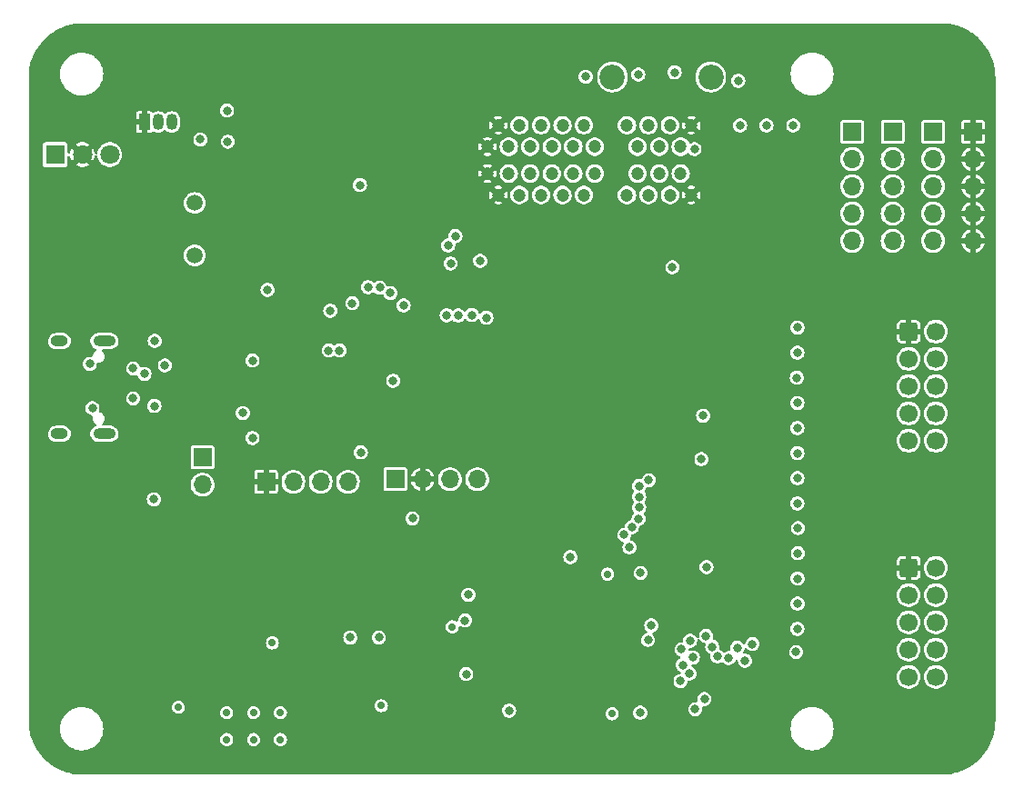
<source format=gbr>
%TF.GenerationSoftware,KiCad,Pcbnew,7.0.11-7.0.11~ubuntu22.04.1*%
%TF.CreationDate,2024-09-03T00:59:23+02:00*%
%TF.ProjectId,JTAGFinder,4a544147-4669-46e6-9465-722e6b696361,rev?*%
%TF.SameCoordinates,Original*%
%TF.FileFunction,Copper,L2,Inr*%
%TF.FilePolarity,Positive*%
%FSLAX46Y46*%
G04 Gerber Fmt 4.6, Leading zero omitted, Abs format (unit mm)*
G04 Created by KiCad (PCBNEW 7.0.11-7.0.11~ubuntu22.04.1) date 2024-09-03 00:59:23*
%MOMM*%
%LPD*%
G01*
G04 APERTURE LIST*
G04 Aperture macros list*
%AMRoundRect*
0 Rectangle with rounded corners*
0 $1 Rounding radius*
0 $2 $3 $4 $5 $6 $7 $8 $9 X,Y pos of 4 corners*
0 Add a 4 corners polygon primitive as box body*
4,1,4,$2,$3,$4,$5,$6,$7,$8,$9,$2,$3,0*
0 Add four circle primitives for the rounded corners*
1,1,$1+$1,$2,$3*
1,1,$1+$1,$4,$5*
1,1,$1+$1,$6,$7*
1,1,$1+$1,$8,$9*
0 Add four rect primitives between the rounded corners*
20,1,$1+$1,$2,$3,$4,$5,0*
20,1,$1+$1,$4,$5,$6,$7,0*
20,1,$1+$1,$6,$7,$8,$9,0*
20,1,$1+$1,$8,$9,$2,$3,0*%
G04 Aperture macros list end*
%TA.AperFunction,ComponentPad*%
%ADD10R,1.700000X1.700000*%
%TD*%
%TA.AperFunction,ComponentPad*%
%ADD11O,1.700000X1.700000*%
%TD*%
%TA.AperFunction,ComponentPad*%
%ADD12RoundRect,0.250000X-0.600000X-0.600000X0.600000X-0.600000X0.600000X0.600000X-0.600000X0.600000X0*%
%TD*%
%TA.AperFunction,ComponentPad*%
%ADD13C,1.700000*%
%TD*%
%TA.AperFunction,ComponentPad*%
%ADD14R,1.800000X1.800000*%
%TD*%
%TA.AperFunction,ComponentPad*%
%ADD15C,1.800000*%
%TD*%
%TA.AperFunction,ComponentPad*%
%ADD16R,1.050000X1.500000*%
%TD*%
%TA.AperFunction,ComponentPad*%
%ADD17O,1.050000X1.500000*%
%TD*%
%TA.AperFunction,ComponentPad*%
%ADD18C,1.500000*%
%TD*%
%TA.AperFunction,ComponentPad*%
%ADD19C,2.350000*%
%TD*%
%TA.AperFunction,ComponentPad*%
%ADD20C,1.200000*%
%TD*%
%TA.AperFunction,ComponentPad*%
%ADD21O,2.100000X1.000000*%
%TD*%
%TA.AperFunction,ComponentPad*%
%ADD22O,1.600000X1.000000*%
%TD*%
%TA.AperFunction,ViaPad*%
%ADD23C,0.700000*%
%TD*%
%TA.AperFunction,ViaPad*%
%ADD24C,0.800000*%
%TD*%
%TA.AperFunction,ViaPad*%
%ADD25C,1.000000*%
%TD*%
G04 APERTURE END LIST*
D10*
%TO.N,+5V*%
%TO.C,J11*%
X120250000Y-98710000D03*
D11*
%TO.N,VCC*%
X120250000Y-101250000D03*
%TD*%
D10*
%TO.N,+3.3V*%
%TO.C,J5*%
X138200000Y-100750000D03*
D11*
%TO.N,GND*%
X140740000Y-100750000D03*
%TO.N,TXD*%
X143280000Y-100750000D03*
%TO.N,RXD*%
X145820000Y-100750000D03*
%TD*%
D10*
%TO.N,GND*%
%TO.C,J7*%
X192000000Y-68380000D03*
D11*
X192000000Y-70920000D03*
X192000000Y-73460000D03*
X192000000Y-76000000D03*
X192000000Y-78540000D03*
%TD*%
D10*
%TO.N,P19*%
%TO.C,J8*%
X180750000Y-68380000D03*
D11*
%TO.N,P20*%
X180750000Y-70920000D03*
%TO.N,P21*%
X180750000Y-73460000D03*
%TO.N,P22*%
X180750000Y-76000000D03*
%TO.N,P23*%
X180750000Y-78540000D03*
%TD*%
D12*
%TO.N,GND*%
%TO.C,J1*%
X186000000Y-109000000D03*
D13*
%TO.N,/Protected Output/C00*%
X188540000Y-109000000D03*
%TO.N,Vdrive*%
X186000000Y-111540000D03*
%TO.N,/Protected Output/C01*%
X188540000Y-111540000D03*
%TO.N,/Protected Output/C02*%
X186000000Y-114080000D03*
%TO.N,/Protected Output/C03*%
X188540000Y-114080000D03*
%TO.N,/Protected Output/C04*%
X186000000Y-116620000D03*
%TO.N,/Protected Output/C05*%
X188540000Y-116620000D03*
%TO.N,/Protected Output/C06*%
X186000000Y-119160000D03*
%TO.N,/Protected Output/C07*%
X188540000Y-119160000D03*
%TD*%
D10*
%TO.N,Vdrive*%
%TO.C,J10*%
X188250000Y-68380000D03*
D11*
X188250000Y-70920000D03*
X188250000Y-73460000D03*
X188250000Y-76000000D03*
X188250000Y-78540000D03*
%TD*%
D12*
%TO.N,GND*%
%TO.C,J2*%
X186000000Y-87000000D03*
D13*
%TO.N,/Protected Output/C08*%
X188540000Y-87000000D03*
%TO.N,Vdrive*%
X186000000Y-89540000D03*
%TO.N,/Protected Output/C09*%
X188540000Y-89540000D03*
%TO.N,/Protected Output/C10*%
X186000000Y-92080000D03*
%TO.N,/Protected Output/C11*%
X188540000Y-92080000D03*
%TO.N,/Protected Output/C12*%
X186000000Y-94620000D03*
%TO.N,/Protected Output/C13*%
X188540000Y-94620000D03*
%TO.N,/Protected Output/C14*%
X186000000Y-97160000D03*
%TO.N,/Protected Output/C15*%
X188540000Y-97160000D03*
%TD*%
D10*
%TO.N,+3.3V*%
%TO.C,J9*%
X184500000Y-68380000D03*
D11*
X184500000Y-70920000D03*
X184500000Y-73460000D03*
X184500000Y-76000000D03*
X184500000Y-78540000D03*
%TD*%
D10*
%TO.N,GND*%
%TO.C,J3*%
X126170000Y-101000000D03*
D11*
%TO.N,+3.3V*%
X128710000Y-101000000D03*
%TO.N,SCL*%
X131250000Y-101000000D03*
%TO.N,SDA*%
X133790000Y-101000000D03*
%TD*%
D14*
%TO.N,Net-(D2-A1)*%
%TO.C,D2*%
X106527600Y-70510400D03*
D15*
%TO.N,GND*%
X109067600Y-70510400D03*
%TO.N,Net-(D2-A2)*%
X111607600Y-70510400D03*
%TD*%
D16*
%TO.N,GND*%
%TO.C,Q1*%
X114834998Y-67475000D03*
D17*
%TO.N,Net-(Q1-B)*%
X116104998Y-67475000D03*
%TO.N,/uController/ ~RES*%
X117374998Y-67475000D03*
%TD*%
D18*
%TO.N,/uController/XO*%
%TO.C,Y1*%
X119522000Y-79895000D03*
%TO.N,/uController/XI*%
X119522000Y-75015000D03*
%TD*%
D19*
%TO.N,*%
%TO.C,J6*%
X167565000Y-63275000D03*
X158415000Y-63275000D03*
D20*
%TO.N,GND*%
X146765000Y-69775000D03*
X147765000Y-67775000D03*
%TO.N,P12*%
X148765000Y-69775000D03*
%TO.N,P13*%
X149765000Y-67775000D03*
%TO.N,P14*%
X150765000Y-69775000D03*
%TO.N,P15*%
X151765000Y-67775000D03*
%TO.N,P16*%
X152765000Y-69775000D03*
%TO.N,P17*%
X153765000Y-67775000D03*
%TO.N,P18*%
X155765000Y-67775000D03*
%TO.N,+3.3V*%
X154765000Y-69775000D03*
X156765000Y-69775000D03*
X159765000Y-67775000D03*
%TO.N,P19*%
X160765000Y-69775000D03*
%TO.N,P20*%
X161765000Y-67775000D03*
%TO.N,P21*%
X162765000Y-69775000D03*
%TO.N,P22*%
X163765000Y-67775000D03*
%TO.N,P23*%
X164765000Y-69775000D03*
%TO.N,GND*%
X165765000Y-67775000D03*
X146765000Y-72275000D03*
X147765000Y-74275000D03*
%TO.N,P0*%
X148765000Y-72275000D03*
%TO.N,P1*%
X149765000Y-74275000D03*
%TO.N,P2*%
X150765000Y-72275000D03*
%TO.N,P3*%
X151765000Y-74275000D03*
%TO.N,P4*%
X152765000Y-72275000D03*
%TO.N,P5*%
X153765000Y-74275000D03*
%TO.N,P6*%
X154765000Y-72275000D03*
%TO.N,+3.3V*%
X155765000Y-74275000D03*
X156765000Y-72275000D03*
X159765000Y-74275000D03*
%TO.N,P7*%
X160765000Y-72275000D03*
%TO.N,P8*%
X161765000Y-74275000D03*
%TO.N,P9*%
X162765000Y-72275000D03*
%TO.N,P10*%
X163765000Y-74275000D03*
%TO.N,P11*%
X164765000Y-72275000D03*
%TO.N,GND*%
X165765000Y-74275000D03*
%TD*%
D21*
%TO.N,/USB_input_interface/shield*%
%TO.C,J4*%
X111114000Y-87880000D03*
D22*
X106934000Y-87880000D03*
D21*
X111114000Y-96520000D03*
D22*
X106934000Y-96520000D03*
%TD*%
D23*
%TO.N,+3.3V*%
X125000000Y-125000000D03*
X122500000Y-125000000D03*
X122500000Y-122500000D03*
X125000000Y-122500000D03*
X127500000Y-122500000D03*
X127500000Y-125000000D03*
%TO.N,+5V*%
X136900000Y-121850000D03*
X143500000Y-114500000D03*
X126750000Y-116000000D03*
%TO.N,GND*%
X144250000Y-92250000D03*
X140000000Y-90250000D03*
X158750000Y-69500000D03*
X158500000Y-72750000D03*
X152250000Y-84750000D03*
X153000000Y-111000000D03*
%TO.N,+3.3V*%
X157950000Y-109580000D03*
X158400000Y-122600000D03*
X118000000Y-122000000D03*
D24*
%TO.N,~DTR*%
X124000000Y-94575000D03*
X120050000Y-69100000D03*
%TO.N,+3.3V*%
X164000000Y-81000000D03*
X126300000Y-83100000D03*
X122529600Y-66395600D03*
X146100000Y-80400000D03*
X134900000Y-73350000D03*
X138000000Y-91575000D03*
X136667000Y-115500000D03*
X134000000Y-115500000D03*
X139800000Y-104400000D03*
%TO.N,GND*%
X124125000Y-86650000D03*
X162864800Y-95097600D03*
X121200000Y-90600000D03*
X157950000Y-112400000D03*
X161025000Y-112525000D03*
X134850000Y-70475000D03*
X142500000Y-108500000D03*
X134000000Y-85500000D03*
D25*
X134500000Y-103500000D03*
D24*
%TO.N,SCL*%
X132000000Y-88750000D03*
%TO.N,SDA*%
X133000000Y-88750000D03*
%TO.N,VDD*%
X115775000Y-93925000D03*
X115800000Y-87862500D03*
X115722400Y-102619600D03*
%TO.N,VBUS*%
X110000000Y-94122691D03*
X109750000Y-90000000D03*
%TO.N,Vdrive*%
X145000000Y-111500000D03*
X166700000Y-98875000D03*
X161036000Y-109474000D03*
X148800000Y-122300000D03*
X144700000Y-113900000D03*
X167125000Y-115350000D03*
X166850000Y-94825000D03*
X144800000Y-118900000D03*
X161000000Y-122500000D03*
X167175000Y-108925000D03*
%TO.N,/uController/ ~RES*%
X143350000Y-80650000D03*
X122600000Y-69300000D03*
%TO.N,~EN_MIC2025*%
X124900000Y-96900000D03*
X124900000Y-89700000D03*
%TO.N,DACOUT*%
X135000000Y-98250000D03*
X132150000Y-85050000D03*
%TO.N,CH00*%
X171450000Y-116100000D03*
X164750000Y-119550000D03*
X175687800Y-105308400D03*
%TO.N,CH01*%
X165600000Y-118850000D03*
X170750000Y-117650000D03*
X175677100Y-107645200D03*
%TO.N,CH02*%
X170050000Y-116450000D03*
X175651700Y-110007400D03*
X164950000Y-118050000D03*
%TO.N,CH03*%
X169250000Y-117400000D03*
X175651700Y-112344200D03*
X165900000Y-117350000D03*
%TO.N,CH04*%
X168200000Y-117250000D03*
X164850000Y-116600000D03*
X175637000Y-114681000D03*
%TO.N,CH05*%
X175514000Y-116840000D03*
X165650000Y-115800000D03*
X167700000Y-116350000D03*
%TO.N,CH06*%
X161725000Y-115725000D03*
X166975000Y-121225000D03*
%TO.N,CH07*%
X166116000Y-122174000D03*
X162025000Y-114375000D03*
%TO.N,CH08*%
X175637000Y-102997000D03*
X159996913Y-107088598D03*
%TO.N,CH09*%
X175637000Y-100656568D03*
X159512000Y-105918000D03*
%TO.N,CH10*%
X160218755Y-105211245D03*
X175641000Y-86614000D03*
%TO.N,CH11*%
X175637000Y-98316140D03*
X160850669Y-104436848D03*
%TO.N,CH12*%
X175637000Y-88954428D03*
X160909000Y-103378000D03*
%TO.N,CH13*%
X160909000Y-102378497D03*
X175637000Y-95975712D03*
%TO.N,CH14*%
X160909000Y-101378994D03*
X175575500Y-91294856D03*
%TO.N,CH15*%
X175637000Y-93635284D03*
X161798000Y-100838000D03*
%TO.N,/USB_input_interface/USBN*%
X113792000Y-90424000D03*
X116750000Y-90137500D03*
%TO.N,/USB_input_interface/USBP*%
X113792000Y-93218000D03*
X114850000Y-90932000D03*
%TO.N,P7*%
X146675000Y-85700000D03*
%TO.N,P6*%
X145325000Y-85450000D03*
%TO.N,P5*%
X144050000Y-85500000D03*
%TO.N,P4*%
X142975000Y-85475000D03*
%TO.N,P3*%
X138975000Y-84550000D03*
%TO.N,P2*%
X137750000Y-83400000D03*
%TO.N,P1*%
X136750000Y-82900000D03*
%TO.N,TXSOE*%
X154500000Y-108000000D03*
X134200000Y-84350000D03*
%TO.N,P15*%
X170125000Y-63625000D03*
%TO.N,P14*%
X164200000Y-62850000D03*
%TO.N,P13*%
X160825000Y-63050000D03*
%TO.N,P12*%
X155925000Y-63250000D03*
%TO.N,P9*%
X143800000Y-78100000D03*
%TO.N,P22*%
X166048000Y-70000000D03*
%TO.N,P18*%
X170301548Y-67787500D03*
%TO.N,P17*%
X175250000Y-67787500D03*
%TO.N,P8*%
X143125000Y-78975000D03*
%TO.N,P16*%
X172750000Y-67787500D03*
%TO.N,P0*%
X135650000Y-82850000D03*
%TD*%
%TA.AperFunction,Conductor*%
%TO.N,GND*%
G36*
X189067610Y-58275608D02*
G01*
X189073781Y-58275863D01*
X189282403Y-58284491D01*
X189478375Y-58293048D01*
X189488423Y-58293893D01*
X189701807Y-58320491D01*
X189899874Y-58346568D01*
X189909273Y-58348170D01*
X190118521Y-58392044D01*
X190119833Y-58392327D01*
X190315312Y-58435664D01*
X190323953Y-58437905D01*
X190528679Y-58498855D01*
X190530355Y-58499369D01*
X190721618Y-58559674D01*
X190729509Y-58562453D01*
X190928268Y-58640008D01*
X190930621Y-58640955D01*
X191115950Y-58717721D01*
X191123044Y-58720921D01*
X191314605Y-58814569D01*
X191317354Y-58815957D01*
X191495373Y-58908627D01*
X191501681Y-58912145D01*
X191684781Y-59021248D01*
X191687957Y-59023205D01*
X191857228Y-59131043D01*
X191862745Y-59134765D01*
X192036164Y-59258585D01*
X192039619Y-59261142D01*
X192198880Y-59383347D01*
X192203610Y-59387162D01*
X192366195Y-59524865D01*
X192369885Y-59528116D01*
X192517875Y-59663723D01*
X192521846Y-59667525D01*
X192672473Y-59818152D01*
X192676275Y-59822123D01*
X192811882Y-59970113D01*
X192815133Y-59973803D01*
X192952836Y-60136388D01*
X192956651Y-60141118D01*
X193078844Y-60300363D01*
X193081426Y-60303851D01*
X193205233Y-60477254D01*
X193208955Y-60482770D01*
X193316776Y-60652014D01*
X193318750Y-60655217D01*
X193427853Y-60838317D01*
X193431375Y-60844633D01*
X193524010Y-61022582D01*
X193525444Y-61025424D01*
X193619071Y-61216941D01*
X193622283Y-61224062D01*
X193699030Y-61409346D01*
X193700002Y-61411762D01*
X193777541Y-61610478D01*
X193780328Y-61618391D01*
X193840583Y-61809493D01*
X193841177Y-61811430D01*
X193902089Y-62016030D01*
X193904340Y-62024711D01*
X193947660Y-62220117D01*
X193947965Y-62221531D01*
X193991827Y-62430721D01*
X193993431Y-62440131D01*
X194019476Y-62637954D01*
X194019586Y-62638816D01*
X194046103Y-62851555D01*
X194046951Y-62861643D01*
X194055513Y-63057727D01*
X194055525Y-63058017D01*
X194064392Y-63272388D01*
X194064500Y-63277595D01*
X194064500Y-123272404D01*
X194064392Y-123277611D01*
X194055525Y-123491982D01*
X194055513Y-123492272D01*
X194046951Y-123688355D01*
X194046103Y-123698443D01*
X194019586Y-123911182D01*
X194019476Y-123912044D01*
X193993431Y-124109867D01*
X193991827Y-124119277D01*
X193947965Y-124328467D01*
X193947660Y-124329881D01*
X193904340Y-124525287D01*
X193902089Y-124533968D01*
X193841177Y-124738568D01*
X193840583Y-124740505D01*
X193780328Y-124931607D01*
X193777541Y-124939520D01*
X193700002Y-125138236D01*
X193699030Y-125140652D01*
X193622283Y-125325936D01*
X193619071Y-125333057D01*
X193525444Y-125524574D01*
X193524010Y-125527416D01*
X193431375Y-125705365D01*
X193427853Y-125711681D01*
X193318750Y-125894781D01*
X193316776Y-125897984D01*
X193208955Y-126067228D01*
X193205233Y-126072744D01*
X193081426Y-126246147D01*
X193078844Y-126249635D01*
X192956651Y-126408880D01*
X192952836Y-126413610D01*
X192815133Y-126576195D01*
X192811882Y-126579885D01*
X192676275Y-126727875D01*
X192672473Y-126731846D01*
X192521846Y-126882473D01*
X192517875Y-126886275D01*
X192369885Y-127021882D01*
X192366195Y-127025133D01*
X192203610Y-127162836D01*
X192198880Y-127166651D01*
X192039635Y-127288844D01*
X192036147Y-127291426D01*
X191862744Y-127415233D01*
X191857228Y-127418955D01*
X191687984Y-127526776D01*
X191684781Y-127528750D01*
X191501681Y-127637853D01*
X191495365Y-127641375D01*
X191317416Y-127734010D01*
X191314574Y-127735444D01*
X191123057Y-127829071D01*
X191115936Y-127832283D01*
X190930652Y-127909030D01*
X190928236Y-127910002D01*
X190729520Y-127987541D01*
X190721607Y-127990328D01*
X190530505Y-128050583D01*
X190528568Y-128051177D01*
X190323968Y-128112089D01*
X190315287Y-128114340D01*
X190119881Y-128157660D01*
X190118467Y-128157965D01*
X189909277Y-128201827D01*
X189899867Y-128203431D01*
X189702044Y-128229476D01*
X189701182Y-128229586D01*
X189488443Y-128256103D01*
X189478354Y-128256951D01*
X189282291Y-128265512D01*
X189282002Y-128265524D01*
X189067611Y-128274392D01*
X189062404Y-128274500D01*
X109067596Y-128274500D01*
X109062389Y-128274392D01*
X108847996Y-128265524D01*
X108847707Y-128265512D01*
X108651644Y-128256951D01*
X108641555Y-128256103D01*
X108428816Y-128229586D01*
X108427954Y-128229476D01*
X108230131Y-128203431D01*
X108220721Y-128201827D01*
X108011531Y-128157965D01*
X108010117Y-128157660D01*
X107814711Y-128114340D01*
X107806030Y-128112089D01*
X107601430Y-128051177D01*
X107599493Y-128050583D01*
X107408391Y-127990328D01*
X107400478Y-127987541D01*
X107201762Y-127910002D01*
X107199346Y-127909030D01*
X107014062Y-127832283D01*
X107006941Y-127829071D01*
X106815424Y-127735444D01*
X106812582Y-127734010D01*
X106634633Y-127641375D01*
X106628317Y-127637853D01*
X106445217Y-127528750D01*
X106442014Y-127526776D01*
X106272770Y-127418955D01*
X106267254Y-127415233D01*
X106093851Y-127291426D01*
X106090363Y-127288844D01*
X105931118Y-127166651D01*
X105926388Y-127162836D01*
X105763803Y-127025133D01*
X105760113Y-127021882D01*
X105612123Y-126886275D01*
X105608152Y-126882473D01*
X105457525Y-126731846D01*
X105453723Y-126727875D01*
X105318116Y-126579885D01*
X105314865Y-126576195D01*
X105177162Y-126413610D01*
X105173347Y-126408880D01*
X105051154Y-126249635D01*
X105048572Y-126246147D01*
X104924765Y-126072744D01*
X104921043Y-126067228D01*
X104813205Y-125897957D01*
X104811248Y-125894781D01*
X104702145Y-125711681D01*
X104698623Y-125705365D01*
X104689181Y-125687227D01*
X104605957Y-125527354D01*
X104604554Y-125524574D01*
X104579380Y-125473080D01*
X104510921Y-125333044D01*
X104507721Y-125325950D01*
X104430955Y-125140621D01*
X104429996Y-125138236D01*
X104408953Y-125084307D01*
X104352453Y-124939509D01*
X104349670Y-124931607D01*
X104318633Y-124833170D01*
X104289369Y-124740355D01*
X104288855Y-124738679D01*
X104227905Y-124533953D01*
X104225664Y-124525312D01*
X104182327Y-124329833D01*
X104182033Y-124328467D01*
X104176495Y-124302057D01*
X104138170Y-124119273D01*
X104136567Y-124109867D01*
X104122102Y-124000000D01*
X106994390Y-124000000D01*
X107014803Y-124285424D01*
X107075631Y-124565046D01*
X107175632Y-124833160D01*
X107175637Y-124833170D01*
X107312768Y-125084307D01*
X107312772Y-125084312D01*
X107312774Y-125084315D01*
X107477870Y-125304858D01*
X107484262Y-125313396D01*
X107484270Y-125313405D01*
X107686594Y-125515729D01*
X107686603Y-125515737D01*
X107686605Y-125515739D01*
X107915685Y-125687226D01*
X107915687Y-125687227D01*
X107915692Y-125687231D01*
X108166829Y-125824362D01*
X108166839Y-125824367D01*
X108434954Y-125924369D01*
X108714572Y-125985196D01*
X108928552Y-126000500D01*
X108928558Y-126000500D01*
X109071442Y-126000500D01*
X109071448Y-126000500D01*
X109285428Y-125985196D01*
X109565046Y-125924369D01*
X109833161Y-125824367D01*
X109863144Y-125807994D01*
X110084307Y-125687231D01*
X110084309Y-125687229D01*
X110084315Y-125687226D01*
X110313395Y-125515739D01*
X110515739Y-125313395D01*
X110687226Y-125084315D01*
X110687229Y-125084309D01*
X110687231Y-125084307D01*
X110733266Y-125000000D01*
X121890284Y-125000000D01*
X121911060Y-125157806D01*
X121971968Y-125304857D01*
X122068865Y-125431134D01*
X122195142Y-125528031D01*
X122287872Y-125566439D01*
X122342194Y-125588940D01*
X122500000Y-125609716D01*
X122657806Y-125588940D01*
X122750536Y-125550530D01*
X122804857Y-125528031D01*
X122931134Y-125431134D01*
X123028031Y-125304857D01*
X123050530Y-125250536D01*
X123088940Y-125157806D01*
X123109716Y-125000000D01*
X124390284Y-125000000D01*
X124411060Y-125157806D01*
X124471968Y-125304857D01*
X124568865Y-125431134D01*
X124695142Y-125528031D01*
X124787872Y-125566439D01*
X124842194Y-125588940D01*
X125000000Y-125609716D01*
X125157806Y-125588940D01*
X125250536Y-125550530D01*
X125304857Y-125528031D01*
X125431134Y-125431134D01*
X125528031Y-125304857D01*
X125550530Y-125250536D01*
X125588940Y-125157806D01*
X125609716Y-125000000D01*
X126890284Y-125000000D01*
X126911060Y-125157806D01*
X126971968Y-125304857D01*
X127068865Y-125431134D01*
X127195142Y-125528031D01*
X127287872Y-125566439D01*
X127342194Y-125588940D01*
X127500000Y-125609716D01*
X127657806Y-125588940D01*
X127750536Y-125550530D01*
X127804857Y-125528031D01*
X127931134Y-125431134D01*
X128028031Y-125304857D01*
X128050530Y-125250536D01*
X128088940Y-125157806D01*
X128109716Y-125000000D01*
X128088940Y-124842194D01*
X128046758Y-124740355D01*
X128028031Y-124695142D01*
X127931134Y-124568865D01*
X127804857Y-124471968D01*
X127657806Y-124411060D01*
X127500000Y-124390284D01*
X127342193Y-124411060D01*
X127195142Y-124471968D01*
X127068865Y-124568865D01*
X126971968Y-124695142D01*
X126911060Y-124842193D01*
X126890284Y-125000000D01*
X125609716Y-125000000D01*
X125588940Y-124842194D01*
X125546758Y-124740355D01*
X125528031Y-124695142D01*
X125431134Y-124568865D01*
X125304857Y-124471968D01*
X125157806Y-124411060D01*
X125000000Y-124390284D01*
X124842193Y-124411060D01*
X124695142Y-124471968D01*
X124568865Y-124568865D01*
X124471968Y-124695142D01*
X124411060Y-124842193D01*
X124390284Y-125000000D01*
X123109716Y-125000000D01*
X123088940Y-124842194D01*
X123046758Y-124740355D01*
X123028031Y-124695142D01*
X122931134Y-124568865D01*
X122804857Y-124471968D01*
X122657806Y-124411060D01*
X122500000Y-124390284D01*
X122342193Y-124411060D01*
X122195142Y-124471968D01*
X122068865Y-124568865D01*
X121971968Y-124695142D01*
X121911060Y-124842193D01*
X121890284Y-125000000D01*
X110733266Y-125000000D01*
X110824362Y-124833170D01*
X110824367Y-124833161D01*
X110924369Y-124565046D01*
X110985196Y-124285428D01*
X111005610Y-124000000D01*
X174994390Y-124000000D01*
X175014803Y-124285424D01*
X175075631Y-124565046D01*
X175175632Y-124833160D01*
X175175637Y-124833170D01*
X175312768Y-125084307D01*
X175312772Y-125084312D01*
X175312774Y-125084315D01*
X175477870Y-125304858D01*
X175484262Y-125313396D01*
X175484270Y-125313405D01*
X175686594Y-125515729D01*
X175686603Y-125515737D01*
X175686605Y-125515739D01*
X175915685Y-125687226D01*
X175915687Y-125687227D01*
X175915692Y-125687231D01*
X176166829Y-125824362D01*
X176166839Y-125824367D01*
X176434954Y-125924369D01*
X176714572Y-125985196D01*
X176928552Y-126000500D01*
X176928558Y-126000500D01*
X177071442Y-126000500D01*
X177071448Y-126000500D01*
X177285428Y-125985196D01*
X177565046Y-125924369D01*
X177833161Y-125824367D01*
X177863144Y-125807994D01*
X178084307Y-125687231D01*
X178084309Y-125687229D01*
X178084315Y-125687226D01*
X178313395Y-125515739D01*
X178515739Y-125313395D01*
X178687226Y-125084315D01*
X178687229Y-125084309D01*
X178687231Y-125084307D01*
X178824362Y-124833170D01*
X178824367Y-124833161D01*
X178924369Y-124565046D01*
X178985196Y-124285428D01*
X179005610Y-124000000D01*
X178985196Y-123714572D01*
X178924369Y-123434954D01*
X178824367Y-123166839D01*
X178824362Y-123166829D01*
X178687231Y-122915692D01*
X178687227Y-122915687D01*
X178632516Y-122842601D01*
X178515739Y-122686605D01*
X178515737Y-122686603D01*
X178515729Y-122686594D01*
X178313405Y-122484270D01*
X178313396Y-122484262D01*
X178308234Y-122480398D01*
X178084315Y-122312774D01*
X178084313Y-122312773D01*
X178084312Y-122312772D01*
X178084307Y-122312768D01*
X177833170Y-122175637D01*
X177833160Y-122175632D01*
X177565046Y-122075631D01*
X177285424Y-122014803D01*
X177151775Y-122005245D01*
X177071448Y-121999500D01*
X176928552Y-121999500D01*
X176852954Y-122004906D01*
X176714575Y-122014803D01*
X176434953Y-122075631D01*
X176166839Y-122175632D01*
X176166829Y-122175637D01*
X175915692Y-122312768D01*
X175915687Y-122312772D01*
X175686603Y-122484262D01*
X175686594Y-122484270D01*
X175484270Y-122686594D01*
X175484262Y-122686603D01*
X175312772Y-122915687D01*
X175312768Y-122915692D01*
X175175637Y-123166829D01*
X175175632Y-123166839D01*
X175075631Y-123434953D01*
X175014803Y-123714575D01*
X174994390Y-124000000D01*
X111005610Y-124000000D01*
X110985196Y-123714572D01*
X110924369Y-123434954D01*
X110824367Y-123166839D01*
X110824362Y-123166829D01*
X110687231Y-122915692D01*
X110687227Y-122915687D01*
X110632516Y-122842601D01*
X110515739Y-122686605D01*
X110515737Y-122686603D01*
X110515729Y-122686594D01*
X110313405Y-122484270D01*
X110313396Y-122484262D01*
X110308234Y-122480398D01*
X110084315Y-122312774D01*
X110084313Y-122312773D01*
X110084312Y-122312772D01*
X110084307Y-122312768D01*
X109833170Y-122175637D01*
X109833160Y-122175632D01*
X109565046Y-122075631D01*
X109285424Y-122014803D01*
X109151775Y-122005245D01*
X109078439Y-122000000D01*
X117390284Y-122000000D01*
X117411060Y-122157806D01*
X117471968Y-122304857D01*
X117568865Y-122431134D01*
X117695142Y-122528031D01*
X117787872Y-122566439D01*
X117842194Y-122588940D01*
X118000000Y-122609716D01*
X118157806Y-122588940D01*
X118250536Y-122550530D01*
X118304857Y-122528031D01*
X118341387Y-122500000D01*
X121890284Y-122500000D01*
X121911060Y-122657806D01*
X121971968Y-122804857D01*
X122068865Y-122931134D01*
X122195142Y-123028031D01*
X122287872Y-123066439D01*
X122342194Y-123088940D01*
X122500000Y-123109716D01*
X122657806Y-123088940D01*
X122769690Y-123042597D01*
X122804857Y-123028031D01*
X122931134Y-122931134D01*
X123028031Y-122804857D01*
X123056055Y-122737199D01*
X123088940Y-122657806D01*
X123109716Y-122500000D01*
X124390284Y-122500000D01*
X124411060Y-122657806D01*
X124471968Y-122804857D01*
X124568865Y-122931134D01*
X124695142Y-123028031D01*
X124787872Y-123066439D01*
X124842194Y-123088940D01*
X125000000Y-123109716D01*
X125157806Y-123088940D01*
X125269690Y-123042597D01*
X125304857Y-123028031D01*
X125431134Y-122931134D01*
X125528031Y-122804857D01*
X125556055Y-122737199D01*
X125588940Y-122657806D01*
X125609716Y-122500000D01*
X126890284Y-122500000D01*
X126911060Y-122657806D01*
X126971968Y-122804857D01*
X127068865Y-122931134D01*
X127195142Y-123028031D01*
X127287872Y-123066439D01*
X127342194Y-123088940D01*
X127500000Y-123109716D01*
X127657806Y-123088940D01*
X127769690Y-123042597D01*
X127804857Y-123028031D01*
X127931134Y-122931134D01*
X128028031Y-122804857D01*
X128056055Y-122737199D01*
X128088940Y-122657806D01*
X128109716Y-122500000D01*
X128088940Y-122342194D01*
X128063649Y-122281134D01*
X128028031Y-122195142D01*
X127931134Y-122068865D01*
X127804857Y-121971968D01*
X127657806Y-121911060D01*
X127500000Y-121890284D01*
X127342193Y-121911060D01*
X127195142Y-121971968D01*
X127068865Y-122068865D01*
X126971968Y-122195142D01*
X126911060Y-122342193D01*
X126890284Y-122500000D01*
X125609716Y-122500000D01*
X125588940Y-122342194D01*
X125563649Y-122281134D01*
X125528031Y-122195142D01*
X125431134Y-122068865D01*
X125304857Y-121971968D01*
X125157806Y-121911060D01*
X125000000Y-121890284D01*
X124842193Y-121911060D01*
X124695142Y-121971968D01*
X124568865Y-122068865D01*
X124471968Y-122195142D01*
X124411060Y-122342193D01*
X124390284Y-122500000D01*
X123109716Y-122500000D01*
X123088940Y-122342194D01*
X123063649Y-122281134D01*
X123028031Y-122195142D01*
X122931134Y-122068865D01*
X122804857Y-121971968D01*
X122657806Y-121911060D01*
X122500000Y-121890284D01*
X122342193Y-121911060D01*
X122195142Y-121971968D01*
X122068865Y-122068865D01*
X121971968Y-122195142D01*
X121911060Y-122342193D01*
X121890284Y-122500000D01*
X118341387Y-122500000D01*
X118431134Y-122431134D01*
X118528031Y-122304857D01*
X118573475Y-122195142D01*
X118588940Y-122157806D01*
X118609716Y-122000000D01*
X118589968Y-121850000D01*
X136290284Y-121850000D01*
X136311060Y-122007806D01*
X136371968Y-122154857D01*
X136468865Y-122281134D01*
X136595142Y-122378031D01*
X136687872Y-122416439D01*
X136742194Y-122438940D01*
X136900000Y-122459716D01*
X137057806Y-122438940D01*
X137150536Y-122400530D01*
X137204857Y-122378031D01*
X137306544Y-122300003D01*
X148140693Y-122300003D01*
X148159849Y-122457779D01*
X148186493Y-122528031D01*
X148216213Y-122606395D01*
X148306502Y-122737201D01*
X148425471Y-122842599D01*
X148425472Y-122842599D01*
X148425474Y-122842601D01*
X148500200Y-122881820D01*
X148566207Y-122916463D01*
X148720529Y-122954500D01*
X148720530Y-122954500D01*
X148879470Y-122954500D01*
X148879471Y-122954500D01*
X149033793Y-122916463D01*
X149174529Y-122842599D01*
X149293498Y-122737201D01*
X149383787Y-122606395D01*
X149386212Y-122600000D01*
X157790284Y-122600000D01*
X157811060Y-122757806D01*
X157871968Y-122904857D01*
X157968865Y-123031134D01*
X158095142Y-123128031D01*
X158187872Y-123166439D01*
X158242194Y-123188940D01*
X158400000Y-123209716D01*
X158557806Y-123188940D01*
X158650536Y-123150530D01*
X158704857Y-123128031D01*
X158831134Y-123031134D01*
X158928031Y-122904857D01*
X158959658Y-122828499D01*
X158988940Y-122757806D01*
X159009716Y-122600000D01*
X158996551Y-122500003D01*
X160340693Y-122500003D01*
X160359849Y-122657779D01*
X160382158Y-122716601D01*
X160416213Y-122806395D01*
X160506502Y-122937201D01*
X160625471Y-123042599D01*
X160625472Y-123042599D01*
X160625474Y-123042601D01*
X160700200Y-123081820D01*
X160766207Y-123116463D01*
X160920529Y-123154500D01*
X160920530Y-123154500D01*
X161079470Y-123154500D01*
X161079471Y-123154500D01*
X161233793Y-123116463D01*
X161374529Y-123042599D01*
X161493498Y-122937201D01*
X161583787Y-122806395D01*
X161640149Y-122657782D01*
X161640149Y-122657781D01*
X161640150Y-122657779D01*
X161659307Y-122500003D01*
X161659307Y-122499996D01*
X161640150Y-122342220D01*
X161616983Y-122281134D01*
X161583787Y-122193605D01*
X161570257Y-122174003D01*
X165456693Y-122174003D01*
X165475849Y-122331779D01*
X165532212Y-122480392D01*
X165532215Y-122480398D01*
X165534882Y-122484262D01*
X165622502Y-122611201D01*
X165741471Y-122716599D01*
X165741472Y-122716599D01*
X165741474Y-122716601D01*
X165816200Y-122755820D01*
X165882207Y-122790463D01*
X166036529Y-122828500D01*
X166036530Y-122828500D01*
X166195470Y-122828500D01*
X166195471Y-122828500D01*
X166349793Y-122790463D01*
X166490529Y-122716599D01*
X166609498Y-122611201D01*
X166699787Y-122480395D01*
X166756149Y-122331782D01*
X166756149Y-122331781D01*
X166756150Y-122331779D01*
X166775307Y-122174003D01*
X166775307Y-122173997D01*
X166756600Y-122019932D01*
X166768245Y-121949897D01*
X166815905Y-121897275D01*
X166884449Y-121878774D01*
X166894592Y-121879500D01*
X166895529Y-121879500D01*
X167054470Y-121879500D01*
X167054471Y-121879500D01*
X167208793Y-121841463D01*
X167349529Y-121767599D01*
X167468498Y-121662201D01*
X167558787Y-121531395D01*
X167615149Y-121382782D01*
X167615149Y-121382781D01*
X167615150Y-121382779D01*
X167634307Y-121225003D01*
X167634307Y-121224996D01*
X167615150Y-121067220D01*
X167601538Y-121031331D01*
X167558787Y-120918605D01*
X167468498Y-120787799D01*
X167349529Y-120682401D01*
X167349528Y-120682400D01*
X167349525Y-120682398D01*
X167208797Y-120608539D01*
X167208795Y-120608538D01*
X167208793Y-120608537D01*
X167208791Y-120608536D01*
X167208790Y-120608536D01*
X167054472Y-120570500D01*
X167054471Y-120570500D01*
X166895529Y-120570500D01*
X166895527Y-120570500D01*
X166741209Y-120608536D01*
X166741202Y-120608539D01*
X166600474Y-120682398D01*
X166600469Y-120682402D01*
X166481501Y-120787800D01*
X166391215Y-120918601D01*
X166391212Y-120918607D01*
X166334849Y-121067220D01*
X166315693Y-121224996D01*
X166315693Y-121225003D01*
X166334399Y-121379068D01*
X166322754Y-121449103D01*
X166275093Y-121501724D01*
X166206549Y-121520225D01*
X166196412Y-121519500D01*
X166195471Y-121519500D01*
X166036529Y-121519500D01*
X166036527Y-121519500D01*
X165882209Y-121557536D01*
X165882202Y-121557539D01*
X165741474Y-121631398D01*
X165741469Y-121631402D01*
X165622501Y-121736800D01*
X165532215Y-121867601D01*
X165532212Y-121867607D01*
X165475849Y-122016220D01*
X165456693Y-122173996D01*
X165456693Y-122174003D01*
X161570257Y-122174003D01*
X161493498Y-122062799D01*
X161374529Y-121957401D01*
X161374528Y-121957400D01*
X161374525Y-121957398D01*
X161233797Y-121883539D01*
X161233795Y-121883538D01*
X161233793Y-121883537D01*
X161233791Y-121883536D01*
X161233790Y-121883536D01*
X161079472Y-121845500D01*
X161079471Y-121845500D01*
X160920529Y-121845500D01*
X160920527Y-121845500D01*
X160766209Y-121883536D01*
X160766202Y-121883539D01*
X160625474Y-121957398D01*
X160625469Y-121957402D01*
X160506501Y-122062800D01*
X160416215Y-122193601D01*
X160416212Y-122193607D01*
X160359849Y-122342220D01*
X160340693Y-122499996D01*
X160340693Y-122500003D01*
X158996551Y-122500003D01*
X158988940Y-122442194D01*
X158962363Y-122378030D01*
X158928031Y-122295142D01*
X158831134Y-122168865D01*
X158704857Y-122071968D01*
X158557806Y-122011060D01*
X158400000Y-121990284D01*
X158242193Y-122011060D01*
X158095142Y-122071968D01*
X157968865Y-122168865D01*
X157871968Y-122295142D01*
X157811060Y-122442193D01*
X157790284Y-122600000D01*
X149386212Y-122600000D01*
X149440149Y-122457782D01*
X149440149Y-122457781D01*
X149440150Y-122457779D01*
X149459307Y-122300003D01*
X149459307Y-122299996D01*
X149440150Y-122142220D01*
X149426538Y-122106331D01*
X149383787Y-121993605D01*
X149293498Y-121862799D01*
X149174529Y-121757401D01*
X149174528Y-121757400D01*
X149174525Y-121757398D01*
X149033797Y-121683539D01*
X149033795Y-121683538D01*
X149033793Y-121683537D01*
X149033791Y-121683536D01*
X149033790Y-121683536D01*
X148879472Y-121645500D01*
X148879471Y-121645500D01*
X148720529Y-121645500D01*
X148720527Y-121645500D01*
X148566209Y-121683536D01*
X148566202Y-121683539D01*
X148425474Y-121757398D01*
X148425469Y-121757402D01*
X148306501Y-121862800D01*
X148216215Y-121993601D01*
X148216212Y-121993607D01*
X148159849Y-122142220D01*
X148140693Y-122299996D01*
X148140693Y-122300003D01*
X137306544Y-122300003D01*
X137331134Y-122281134D01*
X137428031Y-122154857D01*
X137460846Y-122075631D01*
X137488940Y-122007806D01*
X137509716Y-121850000D01*
X137488940Y-121692194D01*
X137437857Y-121568866D01*
X137428031Y-121545142D01*
X137331134Y-121418865D01*
X137204857Y-121321968D01*
X137057806Y-121261060D01*
X136900000Y-121240284D01*
X136742193Y-121261060D01*
X136595142Y-121321968D01*
X136468865Y-121418865D01*
X136371968Y-121545142D01*
X136311060Y-121692193D01*
X136290284Y-121850000D01*
X118589968Y-121850000D01*
X118588940Y-121842194D01*
X118558042Y-121767599D01*
X118528031Y-121695142D01*
X118431134Y-121568865D01*
X118304857Y-121471968D01*
X118157806Y-121411060D01*
X118000000Y-121390284D01*
X117842193Y-121411060D01*
X117695142Y-121471968D01*
X117568865Y-121568865D01*
X117471968Y-121695142D01*
X117411060Y-121842193D01*
X117390284Y-122000000D01*
X109078439Y-122000000D01*
X109071448Y-121999500D01*
X108928552Y-121999500D01*
X108852954Y-122004906D01*
X108714575Y-122014803D01*
X108434953Y-122075631D01*
X108166839Y-122175632D01*
X108166829Y-122175637D01*
X107915692Y-122312768D01*
X107915687Y-122312772D01*
X107686603Y-122484262D01*
X107686594Y-122484270D01*
X107484270Y-122686594D01*
X107484262Y-122686603D01*
X107312772Y-122915687D01*
X107312768Y-122915692D01*
X107175637Y-123166829D01*
X107175632Y-123166839D01*
X107075631Y-123434953D01*
X107014803Y-123714575D01*
X106994390Y-124000000D01*
X104122102Y-124000000D01*
X104110491Y-123911807D01*
X104083893Y-123698423D01*
X104083048Y-123688375D01*
X104074484Y-123492218D01*
X104065608Y-123277611D01*
X104065500Y-123272404D01*
X104065500Y-118900003D01*
X144140693Y-118900003D01*
X144159849Y-119057779D01*
X144198619Y-119160004D01*
X144216213Y-119206395D01*
X144306502Y-119337201D01*
X144425471Y-119442599D01*
X144425472Y-119442599D01*
X144425474Y-119442601D01*
X144470934Y-119466460D01*
X144566207Y-119516463D01*
X144720529Y-119554500D01*
X144720530Y-119554500D01*
X144879470Y-119554500D01*
X144879471Y-119554500D01*
X144897716Y-119550003D01*
X164090693Y-119550003D01*
X164109849Y-119707779D01*
X164158447Y-119835919D01*
X164166213Y-119856395D01*
X164256502Y-119987201D01*
X164375471Y-120092599D01*
X164375472Y-120092599D01*
X164375474Y-120092601D01*
X164450200Y-120131820D01*
X164516207Y-120166463D01*
X164670529Y-120204500D01*
X164670530Y-120204500D01*
X164829470Y-120204500D01*
X164829471Y-120204500D01*
X164983793Y-120166463D01*
X165124529Y-120092599D01*
X165243498Y-119987201D01*
X165333787Y-119856395D01*
X165390149Y-119707782D01*
X165390149Y-119707781D01*
X165390150Y-119707779D01*
X165401377Y-119615313D01*
X165429443Y-119550100D01*
X165488312Y-119510413D01*
X165526458Y-119504500D01*
X165679470Y-119504500D01*
X165679471Y-119504500D01*
X165833793Y-119466463D01*
X165974529Y-119392599D01*
X166093498Y-119287201D01*
X166181296Y-119160004D01*
X184890768Y-119160004D01*
X184909654Y-119363819D01*
X184938858Y-119466460D01*
X184965672Y-119560701D01*
X185056912Y-119743935D01*
X185056913Y-119743936D01*
X185180266Y-119907284D01*
X185331536Y-120045185D01*
X185505566Y-120152940D01*
X185505568Y-120152940D01*
X185505573Y-120152944D01*
X185696444Y-120226888D01*
X185897653Y-120264500D01*
X185897655Y-120264500D01*
X186102345Y-120264500D01*
X186102347Y-120264500D01*
X186303556Y-120226888D01*
X186494427Y-120152944D01*
X186668462Y-120045186D01*
X186819732Y-119907285D01*
X186943088Y-119743935D01*
X187034328Y-119560701D01*
X187090345Y-119363821D01*
X187109232Y-119160004D01*
X187430768Y-119160004D01*
X187449654Y-119363819D01*
X187478858Y-119466460D01*
X187505672Y-119560701D01*
X187596912Y-119743935D01*
X187596913Y-119743936D01*
X187720266Y-119907284D01*
X187871536Y-120045185D01*
X188045566Y-120152940D01*
X188045568Y-120152940D01*
X188045573Y-120152944D01*
X188236444Y-120226888D01*
X188437653Y-120264500D01*
X188437655Y-120264500D01*
X188642345Y-120264500D01*
X188642347Y-120264500D01*
X188843556Y-120226888D01*
X189034427Y-120152944D01*
X189208462Y-120045186D01*
X189359732Y-119907285D01*
X189483088Y-119743935D01*
X189574328Y-119560701D01*
X189630345Y-119363821D01*
X189649232Y-119160000D01*
X189648898Y-119156398D01*
X189630345Y-118956180D01*
X189623903Y-118933537D01*
X189574328Y-118759299D01*
X189483088Y-118576065D01*
X189415980Y-118487199D01*
X189359733Y-118412715D01*
X189208463Y-118274814D01*
X189034433Y-118167059D01*
X189034428Y-118167057D01*
X189034427Y-118167056D01*
X188843559Y-118093113D01*
X188843560Y-118093113D01*
X188843557Y-118093112D01*
X188843556Y-118093112D01*
X188642347Y-118055500D01*
X188437653Y-118055500D01*
X188236444Y-118093112D01*
X188236439Y-118093113D01*
X188045577Y-118167054D01*
X188045566Y-118167059D01*
X187871536Y-118274814D01*
X187720266Y-118412715D01*
X187596913Y-118576063D01*
X187505671Y-118759301D01*
X187449654Y-118956180D01*
X187430768Y-119159995D01*
X187430768Y-119160004D01*
X187109232Y-119160004D01*
X187109232Y-119160000D01*
X187108898Y-119156398D01*
X187090345Y-118956180D01*
X187083903Y-118933537D01*
X187034328Y-118759299D01*
X186943088Y-118576065D01*
X186875980Y-118487199D01*
X186819733Y-118412715D01*
X186668463Y-118274814D01*
X186494433Y-118167059D01*
X186494428Y-118167057D01*
X186494427Y-118167056D01*
X186303559Y-118093113D01*
X186303560Y-118093113D01*
X186303557Y-118093112D01*
X186303556Y-118093112D01*
X186102347Y-118055500D01*
X185897653Y-118055500D01*
X185696444Y-118093112D01*
X185696439Y-118093113D01*
X185505577Y-118167054D01*
X185505566Y-118167059D01*
X185331536Y-118274814D01*
X185180266Y-118412715D01*
X185056913Y-118576063D01*
X184965671Y-118759301D01*
X184909654Y-118956180D01*
X184890768Y-119159995D01*
X184890768Y-119160004D01*
X166181296Y-119160004D01*
X166183787Y-119156395D01*
X166240149Y-119007782D01*
X166240149Y-119007781D01*
X166240150Y-119007779D01*
X166259307Y-118850003D01*
X166259307Y-118849996D01*
X166240150Y-118692220D01*
X166202750Y-118593607D01*
X166183787Y-118543605D01*
X166093498Y-118412799D01*
X165974529Y-118307401D01*
X165974528Y-118307400D01*
X165974525Y-118307398D01*
X165850046Y-118242067D01*
X165799023Y-118192699D01*
X165782791Y-118123583D01*
X165806502Y-118056663D01*
X165862629Y-118013186D01*
X165908601Y-118004500D01*
X165979470Y-118004500D01*
X165979471Y-118004500D01*
X166133793Y-117966463D01*
X166274529Y-117892599D01*
X166393498Y-117787201D01*
X166483787Y-117656395D01*
X166540149Y-117507782D01*
X166540149Y-117507781D01*
X166540150Y-117507779D01*
X166559307Y-117350003D01*
X166559307Y-117349996D01*
X166540150Y-117192220D01*
X166522769Y-117146392D01*
X166483787Y-117043605D01*
X166393498Y-116912799D01*
X166274529Y-116807401D01*
X166274528Y-116807400D01*
X166274525Y-116807398D01*
X166133797Y-116733539D01*
X166133795Y-116733538D01*
X166133793Y-116733537D01*
X166133791Y-116733536D01*
X166133790Y-116733536D01*
X165979472Y-116695500D01*
X165979471Y-116695500D01*
X165820529Y-116695500D01*
X165820525Y-116695500D01*
X165664989Y-116733836D01*
X165594061Y-116730717D01*
X165536079Y-116689747D01*
X165509451Y-116623933D01*
X165509632Y-116607622D01*
X165509307Y-116607622D01*
X165509307Y-116600001D01*
X165509306Y-116599996D01*
X165508783Y-116595684D01*
X165509307Y-116592534D01*
X165509307Y-116592378D01*
X165509333Y-116592378D01*
X165520430Y-116525650D01*
X165568091Y-116473030D01*
X165633865Y-116454500D01*
X165729470Y-116454500D01*
X165729471Y-116454500D01*
X165883793Y-116416463D01*
X166024529Y-116342599D01*
X166143498Y-116237201D01*
X166233787Y-116106395D01*
X166290149Y-115957782D01*
X166290149Y-115957781D01*
X166290150Y-115957779D01*
X166309307Y-115800003D01*
X166309307Y-115799997D01*
X166299526Y-115719443D01*
X166311171Y-115649407D01*
X166358831Y-115596786D01*
X166427375Y-115578285D01*
X166495040Y-115599779D01*
X166536762Y-115650122D01*
X166537671Y-115649645D01*
X166539923Y-115653937D01*
X166540343Y-115654443D01*
X166540860Y-115655720D01*
X166541211Y-115656392D01*
X166541213Y-115656395D01*
X166631502Y-115787201D01*
X166750471Y-115892599D01*
X166750472Y-115892599D01*
X166750474Y-115892601D01*
X166815959Y-115926970D01*
X166891207Y-115966463D01*
X166985641Y-115989739D01*
X167046995Y-116025461D01*
X167079296Y-116088684D01*
X167073299Y-116156757D01*
X167059850Y-116192219D01*
X167040693Y-116349996D01*
X167040693Y-116350003D01*
X167059849Y-116507779D01*
X167107544Y-116633537D01*
X167116213Y-116656395D01*
X167206502Y-116787201D01*
X167325471Y-116892599D01*
X167325472Y-116892599D01*
X167325474Y-116892601D01*
X167381189Y-116921842D01*
X167466207Y-116966463D01*
X167466215Y-116966465D01*
X167473337Y-116969167D01*
X167472611Y-116971079D01*
X167524918Y-117001528D01*
X167557225Y-117064748D01*
X167558499Y-117103338D01*
X167540693Y-117249994D01*
X167540693Y-117250003D01*
X167559849Y-117407779D01*
X167592739Y-117494500D01*
X167616213Y-117556395D01*
X167706502Y-117687201D01*
X167825471Y-117792599D01*
X167825472Y-117792599D01*
X167825474Y-117792601D01*
X167888374Y-117825613D01*
X167966207Y-117866463D01*
X168120529Y-117904500D01*
X168120530Y-117904500D01*
X168279470Y-117904500D01*
X168279471Y-117904500D01*
X168433793Y-117866463D01*
X168574529Y-117792599D01*
X168574528Y-117792599D01*
X168581278Y-117789057D01*
X168582075Y-117790577D01*
X168640656Y-117771258D01*
X168709399Y-117789005D01*
X168748502Y-117825611D01*
X168756502Y-117837201D01*
X168875471Y-117942599D01*
X168875472Y-117942599D01*
X168875474Y-117942601D01*
X168920934Y-117966460D01*
X169016207Y-118016463D01*
X169170529Y-118054500D01*
X169170530Y-118054500D01*
X169329470Y-118054500D01*
X169329471Y-118054500D01*
X169483793Y-118016463D01*
X169624529Y-117942599D01*
X169743498Y-117837201D01*
X169833787Y-117706395D01*
X169852302Y-117657574D01*
X169895157Y-117600978D01*
X169961812Y-117576532D01*
X170031103Y-117592003D01*
X170081029Y-117642480D01*
X170095193Y-117687070D01*
X170109849Y-117807779D01*
X170155778Y-117928881D01*
X170166213Y-117956395D01*
X170256502Y-118087201D01*
X170375471Y-118192599D01*
X170375472Y-118192599D01*
X170375474Y-118192601D01*
X170450200Y-118231820D01*
X170516207Y-118266463D01*
X170670529Y-118304500D01*
X170670530Y-118304500D01*
X170829470Y-118304500D01*
X170829471Y-118304500D01*
X170983793Y-118266463D01*
X171124529Y-118192599D01*
X171243498Y-118087201D01*
X171333787Y-117956395D01*
X171390149Y-117807782D01*
X171390149Y-117807781D01*
X171390150Y-117807779D01*
X171409307Y-117650003D01*
X171409307Y-117649996D01*
X171390150Y-117492220D01*
X171353468Y-117395500D01*
X171333787Y-117343605D01*
X171243498Y-117212799D01*
X171124529Y-117107401D01*
X171124528Y-117107400D01*
X171124525Y-117107398D01*
X170983797Y-117033539D01*
X170983795Y-117033538D01*
X170983793Y-117033537D01*
X170983791Y-117033536D01*
X170983790Y-117033536D01*
X170829472Y-116995500D01*
X170829471Y-116995500D01*
X170708817Y-116995500D01*
X170640696Y-116975498D01*
X170594203Y-116921842D01*
X170584099Y-116851568D01*
X170588631Y-116840003D01*
X174854693Y-116840003D01*
X174873849Y-116997779D01*
X174901378Y-117070364D01*
X174930213Y-117146395D01*
X175020502Y-117277201D01*
X175139471Y-117382599D01*
X175139472Y-117382599D01*
X175139474Y-117382601D01*
X175187447Y-117407779D01*
X175280207Y-117456463D01*
X175434529Y-117494500D01*
X175434530Y-117494500D01*
X175593470Y-117494500D01*
X175593471Y-117494500D01*
X175747793Y-117456463D01*
X175888529Y-117382599D01*
X176007498Y-117277201D01*
X176097787Y-117146395D01*
X176154149Y-116997782D01*
X176154149Y-116997781D01*
X176154150Y-116997779D01*
X176173307Y-116840003D01*
X176173307Y-116839996D01*
X176154150Y-116682220D01*
X176135687Y-116633539D01*
X176130554Y-116620004D01*
X184890768Y-116620004D01*
X184909654Y-116823819D01*
X184957676Y-116992599D01*
X184965672Y-117020701D01*
X185056912Y-117203935D01*
X185071379Y-117223092D01*
X185180266Y-117367284D01*
X185331536Y-117505185D01*
X185505566Y-117612940D01*
X185505568Y-117612940D01*
X185505573Y-117612944D01*
X185696444Y-117686888D01*
X185897653Y-117724500D01*
X185897655Y-117724500D01*
X186102345Y-117724500D01*
X186102347Y-117724500D01*
X186303556Y-117686888D01*
X186494427Y-117612944D01*
X186668462Y-117505186D01*
X186819732Y-117367285D01*
X186943088Y-117203935D01*
X187034328Y-117020701D01*
X187090345Y-116823821D01*
X187098711Y-116733536D01*
X187109232Y-116620004D01*
X187430768Y-116620004D01*
X187449654Y-116823819D01*
X187497676Y-116992599D01*
X187505672Y-117020701D01*
X187596912Y-117203935D01*
X187611379Y-117223092D01*
X187720266Y-117367284D01*
X187871536Y-117505185D01*
X188045566Y-117612940D01*
X188045568Y-117612940D01*
X188045573Y-117612944D01*
X188236444Y-117686888D01*
X188437653Y-117724500D01*
X188437655Y-117724500D01*
X188642345Y-117724500D01*
X188642347Y-117724500D01*
X188843556Y-117686888D01*
X189034427Y-117612944D01*
X189208462Y-117505186D01*
X189359732Y-117367285D01*
X189483088Y-117203935D01*
X189574328Y-117020701D01*
X189630345Y-116823821D01*
X189638711Y-116733536D01*
X189649232Y-116620004D01*
X189649232Y-116619995D01*
X189630345Y-116416180D01*
X189619909Y-116379500D01*
X189574328Y-116219299D01*
X189483088Y-116036065D01*
X189412220Y-115942220D01*
X189359733Y-115872715D01*
X189208463Y-115734814D01*
X189034433Y-115627059D01*
X189034428Y-115627057D01*
X189034427Y-115627056D01*
X188964017Y-115599779D01*
X188843559Y-115553113D01*
X188843560Y-115553113D01*
X188843557Y-115553112D01*
X188843556Y-115553112D01*
X188642347Y-115515500D01*
X188437653Y-115515500D01*
X188236444Y-115553112D01*
X188236439Y-115553113D01*
X188045577Y-115627054D01*
X188045566Y-115627059D01*
X187871536Y-115734814D01*
X187720266Y-115872715D01*
X187596913Y-116036063D01*
X187505671Y-116219301D01*
X187449654Y-116416180D01*
X187430768Y-116619995D01*
X187430768Y-116620004D01*
X187109232Y-116620004D01*
X187109232Y-116619995D01*
X187090345Y-116416180D01*
X187079909Y-116379500D01*
X187034328Y-116219299D01*
X186943088Y-116036065D01*
X186872220Y-115942220D01*
X186819733Y-115872715D01*
X186668463Y-115734814D01*
X186494433Y-115627059D01*
X186494428Y-115627057D01*
X186494427Y-115627056D01*
X186424017Y-115599779D01*
X186303559Y-115553113D01*
X186303560Y-115553113D01*
X186303557Y-115553112D01*
X186303556Y-115553112D01*
X186102347Y-115515500D01*
X185897653Y-115515500D01*
X185696444Y-115553112D01*
X185696439Y-115553113D01*
X185505577Y-115627054D01*
X185505566Y-115627059D01*
X185331536Y-115734814D01*
X185180266Y-115872715D01*
X185056913Y-116036063D01*
X184965671Y-116219301D01*
X184909654Y-116416180D01*
X184890768Y-116619995D01*
X184890768Y-116620004D01*
X176130554Y-116620004D01*
X176097787Y-116533605D01*
X176007498Y-116402799D01*
X175888529Y-116297401D01*
X175888528Y-116297400D01*
X175888525Y-116297398D01*
X175747797Y-116223539D01*
X175747795Y-116223538D01*
X175747793Y-116223537D01*
X175747791Y-116223536D01*
X175747790Y-116223536D01*
X175593472Y-116185500D01*
X175593471Y-116185500D01*
X175434529Y-116185500D01*
X175434527Y-116185500D01*
X175280209Y-116223536D01*
X175280202Y-116223539D01*
X175139474Y-116297398D01*
X175139469Y-116297402D01*
X175020501Y-116402800D01*
X174930215Y-116533601D01*
X174930212Y-116533607D01*
X174873849Y-116682220D01*
X174854693Y-116839996D01*
X174854693Y-116840003D01*
X170588631Y-116840003D01*
X170605119Y-116797927D01*
X170633787Y-116756395D01*
X170690149Y-116607782D01*
X170690149Y-116607781D01*
X170690150Y-116607779D01*
X170697236Y-116549419D01*
X170725303Y-116484206D01*
X170784171Y-116444519D01*
X170855150Y-116442959D01*
X170915705Y-116480021D01*
X170926012Y-116493029D01*
X170956502Y-116537201D01*
X171075471Y-116642599D01*
X171075472Y-116642599D01*
X171075474Y-116642601D01*
X171150200Y-116681820D01*
X171216207Y-116716463D01*
X171370529Y-116754500D01*
X171370530Y-116754500D01*
X171529470Y-116754500D01*
X171529471Y-116754500D01*
X171683793Y-116716463D01*
X171824529Y-116642599D01*
X171943498Y-116537201D01*
X172033787Y-116406395D01*
X172090149Y-116257782D01*
X172090149Y-116257781D01*
X172090150Y-116257779D01*
X172109307Y-116100003D01*
X172109307Y-116099996D01*
X172090150Y-115942220D01*
X172076538Y-115906331D01*
X172033787Y-115793605D01*
X171943498Y-115662799D01*
X171824529Y-115557401D01*
X171824528Y-115557400D01*
X171824525Y-115557398D01*
X171683797Y-115483539D01*
X171683795Y-115483538D01*
X171683793Y-115483537D01*
X171683791Y-115483536D01*
X171683790Y-115483536D01*
X171529472Y-115445500D01*
X171529471Y-115445500D01*
X171370529Y-115445500D01*
X171370527Y-115445500D01*
X171216209Y-115483536D01*
X171216202Y-115483539D01*
X171075474Y-115557398D01*
X171075469Y-115557402D01*
X170996847Y-115627056D01*
X170964493Y-115655720D01*
X170956501Y-115662800D01*
X170866215Y-115793601D01*
X170866212Y-115793607D01*
X170809850Y-115942220D01*
X170802763Y-116000582D01*
X170774695Y-116065795D01*
X170715826Y-116105481D01*
X170644847Y-116107039D01*
X170584292Y-116069976D01*
X170573986Y-116056969D01*
X170564763Y-116043607D01*
X170543498Y-116012799D01*
X170424529Y-115907401D01*
X170424528Y-115907400D01*
X170424525Y-115907398D01*
X170283797Y-115833539D01*
X170283795Y-115833538D01*
X170283793Y-115833537D01*
X170283791Y-115833536D01*
X170283790Y-115833536D01*
X170129472Y-115795500D01*
X170129471Y-115795500D01*
X169970529Y-115795500D01*
X169970527Y-115795500D01*
X169816209Y-115833536D01*
X169816202Y-115833539D01*
X169675474Y-115907398D01*
X169675469Y-115907402D01*
X169556501Y-116012800D01*
X169466215Y-116143601D01*
X169466212Y-116143607D01*
X169409849Y-116292220D01*
X169390693Y-116449996D01*
X169390693Y-116450003D01*
X169409429Y-116604313D01*
X169397784Y-116674348D01*
X169350123Y-116726969D01*
X169284348Y-116745500D01*
X169170527Y-116745500D01*
X169016209Y-116783536D01*
X169016208Y-116783536D01*
X168868722Y-116860943D01*
X168867924Y-116859423D01*
X168809331Y-116878741D01*
X168740590Y-116860988D01*
X168701495Y-116824384D01*
X168693499Y-116812799D01*
X168574530Y-116707402D01*
X168574525Y-116707398D01*
X168433797Y-116633539D01*
X168433796Y-116633538D01*
X168433793Y-116633537D01*
X168433789Y-116633536D01*
X168426663Y-116630833D01*
X168427387Y-116628923D01*
X168375068Y-116598457D01*
X168342770Y-116535232D01*
X168341500Y-116496660D01*
X168359307Y-116350003D01*
X168359307Y-116349996D01*
X168340150Y-116192220D01*
X168321711Y-116143601D01*
X168283787Y-116043605D01*
X168193498Y-115912799D01*
X168074529Y-115807401D01*
X168074528Y-115807400D01*
X168074525Y-115807398D01*
X167933797Y-115733539D01*
X167933791Y-115733536D01*
X167862377Y-115715934D01*
X167839357Y-115710260D01*
X167778004Y-115674538D01*
X167745703Y-115611315D01*
X167751700Y-115543241D01*
X167765149Y-115507782D01*
X167765149Y-115507781D01*
X167765150Y-115507779D01*
X167784307Y-115350003D01*
X167784307Y-115349996D01*
X167765150Y-115192220D01*
X167733413Y-115108539D01*
X167708787Y-115043605D01*
X167618498Y-114912799D01*
X167499529Y-114807401D01*
X167499528Y-114807400D01*
X167499525Y-114807398D01*
X167358797Y-114733539D01*
X167358795Y-114733538D01*
X167358793Y-114733537D01*
X167358791Y-114733536D01*
X167358790Y-114733536D01*
X167204472Y-114695500D01*
X167204471Y-114695500D01*
X167045529Y-114695500D01*
X167045527Y-114695500D01*
X166891209Y-114733536D01*
X166891202Y-114733539D01*
X166750474Y-114807398D01*
X166750469Y-114807402D01*
X166631501Y-114912800D01*
X166541215Y-115043601D01*
X166541212Y-115043607D01*
X166484849Y-115192220D01*
X166465693Y-115349996D01*
X166465693Y-115350005D01*
X166475473Y-115430558D01*
X166463828Y-115500593D01*
X166416167Y-115553214D01*
X166347623Y-115571714D01*
X166279958Y-115550219D01*
X166238238Y-115499877D01*
X166237329Y-115500355D01*
X166235075Y-115496060D01*
X166234656Y-115495555D01*
X166234139Y-115494277D01*
X166233789Y-115493611D01*
X166233787Y-115493605D01*
X166143498Y-115362799D01*
X166024529Y-115257401D01*
X166024528Y-115257400D01*
X166024525Y-115257398D01*
X165883797Y-115183539D01*
X165883795Y-115183538D01*
X165883793Y-115183537D01*
X165883791Y-115183536D01*
X165883790Y-115183536D01*
X165729472Y-115145500D01*
X165729471Y-115145500D01*
X165570529Y-115145500D01*
X165570527Y-115145500D01*
X165416209Y-115183536D01*
X165416202Y-115183539D01*
X165275474Y-115257398D01*
X165275469Y-115257402D01*
X165156501Y-115362800D01*
X165066215Y-115493601D01*
X165066212Y-115493607D01*
X165009849Y-115642220D01*
X164991469Y-115793605D01*
X164990693Y-115800000D01*
X164991217Y-115804315D01*
X164990693Y-115807465D01*
X164990693Y-115807622D01*
X164990667Y-115807622D01*
X164979570Y-115874350D01*
X164931909Y-115926970D01*
X164866135Y-115945500D01*
X164770527Y-115945500D01*
X164616209Y-115983536D01*
X164616202Y-115983539D01*
X164475474Y-116057398D01*
X164475469Y-116057402D01*
X164356501Y-116162800D01*
X164266215Y-116293601D01*
X164266212Y-116293607D01*
X164209849Y-116442220D01*
X164190693Y-116599996D01*
X164190693Y-116600003D01*
X164209849Y-116757779D01*
X164247632Y-116857401D01*
X164266213Y-116906395D01*
X164356502Y-117037201D01*
X164475471Y-117142599D01*
X164475472Y-117142599D01*
X164475474Y-117142601D01*
X164482709Y-117146398D01*
X164616207Y-117216463D01*
X164616208Y-117216463D01*
X164616210Y-117216464D01*
X164643102Y-117223092D01*
X164704457Y-117258815D01*
X164736758Y-117322038D01*
X164729751Y-117392688D01*
X164685660Y-117448334D01*
X164671505Y-117456998D01*
X164575471Y-117507400D01*
X164575469Y-117507402D01*
X164456501Y-117612800D01*
X164366215Y-117743601D01*
X164366212Y-117743607D01*
X164309849Y-117892220D01*
X164290693Y-118049996D01*
X164290693Y-118050003D01*
X164309849Y-118207779D01*
X164347631Y-118307398D01*
X164366213Y-118356395D01*
X164456502Y-118487201D01*
X164575471Y-118592599D01*
X164575472Y-118592599D01*
X164575474Y-118592601D01*
X164704372Y-118660252D01*
X164755395Y-118709620D01*
X164771627Y-118778736D01*
X164747915Y-118845656D01*
X164691788Y-118889133D01*
X164675971Y-118894158D01*
X164516209Y-118933536D01*
X164516202Y-118933539D01*
X164375474Y-119007398D01*
X164375469Y-119007402D01*
X164256501Y-119112800D01*
X164166215Y-119243601D01*
X164166212Y-119243607D01*
X164109849Y-119392220D01*
X164090693Y-119549996D01*
X164090693Y-119550003D01*
X144897716Y-119550003D01*
X145033793Y-119516463D01*
X145174529Y-119442599D01*
X145293498Y-119337201D01*
X145383787Y-119206395D01*
X145440149Y-119057782D01*
X145440149Y-119057781D01*
X145440150Y-119057779D01*
X145459307Y-118900003D01*
X145459307Y-118899996D01*
X145440150Y-118742220D01*
X145421186Y-118692218D01*
X145383787Y-118593605D01*
X145293498Y-118462799D01*
X145174529Y-118357401D01*
X145174528Y-118357400D01*
X145174525Y-118357398D01*
X145033797Y-118283539D01*
X145033795Y-118283538D01*
X145033793Y-118283537D01*
X145033791Y-118283536D01*
X145033790Y-118283536D01*
X144879472Y-118245500D01*
X144879471Y-118245500D01*
X144720529Y-118245500D01*
X144720527Y-118245500D01*
X144566209Y-118283536D01*
X144566202Y-118283539D01*
X144425474Y-118357398D01*
X144425469Y-118357402D01*
X144306501Y-118462800D01*
X144216215Y-118593601D01*
X144216212Y-118593607D01*
X144159849Y-118742220D01*
X144140693Y-118899996D01*
X144140693Y-118900003D01*
X104065500Y-118900003D01*
X104065500Y-116000000D01*
X126140284Y-116000000D01*
X126161060Y-116157806D01*
X126221968Y-116304857D01*
X126318865Y-116431134D01*
X126445142Y-116528031D01*
X126537872Y-116566439D01*
X126592194Y-116588940D01*
X126750000Y-116609716D01*
X126907806Y-116588940D01*
X127003220Y-116549419D01*
X127054857Y-116528031D01*
X127181134Y-116431134D01*
X127278031Y-116304857D01*
X127311713Y-116223539D01*
X127338940Y-116157806D01*
X127359716Y-116000000D01*
X127338940Y-115842194D01*
X127316161Y-115787199D01*
X127278031Y-115695142D01*
X127181134Y-115568865D01*
X127091392Y-115500003D01*
X133340693Y-115500003D01*
X133359849Y-115657779D01*
X133408447Y-115785919D01*
X133416213Y-115806395D01*
X133506502Y-115937201D01*
X133625471Y-116042599D01*
X133625472Y-116042599D01*
X133625474Y-116042601D01*
X133669667Y-116065795D01*
X133766207Y-116116463D01*
X133920529Y-116154500D01*
X133920530Y-116154500D01*
X134079470Y-116154500D01*
X134079471Y-116154500D01*
X134233793Y-116116463D01*
X134374529Y-116042599D01*
X134493498Y-115937201D01*
X134583787Y-115806395D01*
X134640149Y-115657782D01*
X134640149Y-115657781D01*
X134640150Y-115657779D01*
X134659307Y-115500003D01*
X136007693Y-115500003D01*
X136026849Y-115657779D01*
X136075447Y-115785919D01*
X136083213Y-115806395D01*
X136173502Y-115937201D01*
X136292471Y-116042599D01*
X136292472Y-116042599D01*
X136292474Y-116042601D01*
X136336667Y-116065795D01*
X136433207Y-116116463D01*
X136587529Y-116154500D01*
X136587530Y-116154500D01*
X136746470Y-116154500D01*
X136746471Y-116154500D01*
X136900793Y-116116463D01*
X137041529Y-116042599D01*
X137160498Y-115937201D01*
X137250787Y-115806395D01*
X137281655Y-115725003D01*
X161065693Y-115725003D01*
X161084849Y-115882779D01*
X161107392Y-115942218D01*
X161141213Y-116031395D01*
X161231502Y-116162201D01*
X161350471Y-116267599D01*
X161350472Y-116267599D01*
X161350474Y-116267601D01*
X161400021Y-116293605D01*
X161491207Y-116341463D01*
X161645529Y-116379500D01*
X161645530Y-116379500D01*
X161804470Y-116379500D01*
X161804471Y-116379500D01*
X161958793Y-116341463D01*
X162099529Y-116267599D01*
X162218498Y-116162201D01*
X162308787Y-116031395D01*
X162365149Y-115882782D01*
X162365149Y-115882781D01*
X162365150Y-115882779D01*
X162384307Y-115725003D01*
X162384307Y-115724996D01*
X162365150Y-115567220D01*
X162342608Y-115507782D01*
X162308787Y-115418605D01*
X162218498Y-115287799D01*
X162145276Y-115222929D01*
X162107552Y-115162787D01*
X162108332Y-115091794D01*
X162147370Y-115032494D01*
X162198678Y-115006280D01*
X162258789Y-114991464D01*
X162258789Y-114991463D01*
X162258793Y-114991463D01*
X162399529Y-114917599D01*
X162518498Y-114812201D01*
X162608787Y-114681395D01*
X162608936Y-114681003D01*
X174977693Y-114681003D01*
X174996849Y-114838779D01*
X175041838Y-114957401D01*
X175053213Y-114987395D01*
X175143502Y-115118201D01*
X175262471Y-115223599D01*
X175262472Y-115223599D01*
X175262474Y-115223601D01*
X175326875Y-115257401D01*
X175403207Y-115297463D01*
X175557529Y-115335500D01*
X175557530Y-115335500D01*
X175716470Y-115335500D01*
X175716471Y-115335500D01*
X175870793Y-115297463D01*
X176011529Y-115223599D01*
X176130498Y-115118201D01*
X176220787Y-114987395D01*
X176277149Y-114838782D01*
X176277149Y-114838781D01*
X176277150Y-114838779D01*
X176296307Y-114681003D01*
X176296307Y-114680996D01*
X176277150Y-114523220D01*
X176248480Y-114447625D01*
X176220787Y-114374605D01*
X176130498Y-114243799D01*
X176011529Y-114138401D01*
X176011528Y-114138400D01*
X176011525Y-114138398D01*
X175900263Y-114080004D01*
X184890768Y-114080004D01*
X184909654Y-114283819D01*
X184956261Y-114447625D01*
X184965672Y-114480701D01*
X185056912Y-114663935D01*
X185077186Y-114690783D01*
X185180266Y-114827284D01*
X185331536Y-114965185D01*
X185505566Y-115072940D01*
X185505568Y-115072940D01*
X185505573Y-115072944D01*
X185696444Y-115146888D01*
X185897653Y-115184500D01*
X185897655Y-115184500D01*
X186102345Y-115184500D01*
X186102347Y-115184500D01*
X186303556Y-115146888D01*
X186494427Y-115072944D01*
X186668462Y-114965186D01*
X186819732Y-114827285D01*
X186831125Y-114812199D01*
X186840006Y-114800436D01*
X186943088Y-114663935D01*
X187034328Y-114480701D01*
X187090345Y-114283821D01*
X187103820Y-114138402D01*
X187109232Y-114080004D01*
X187430768Y-114080004D01*
X187449654Y-114283819D01*
X187496261Y-114447625D01*
X187505672Y-114480701D01*
X187596912Y-114663935D01*
X187617186Y-114690783D01*
X187720266Y-114827284D01*
X187871536Y-114965185D01*
X188045566Y-115072940D01*
X188045568Y-115072940D01*
X188045573Y-115072944D01*
X188236444Y-115146888D01*
X188437653Y-115184500D01*
X188437655Y-115184500D01*
X188642345Y-115184500D01*
X188642347Y-115184500D01*
X188843556Y-115146888D01*
X189034427Y-115072944D01*
X189208462Y-114965186D01*
X189359732Y-114827285D01*
X189371125Y-114812199D01*
X189380006Y-114800436D01*
X189483088Y-114663935D01*
X189574328Y-114480701D01*
X189630345Y-114283821D01*
X189643820Y-114138402D01*
X189649232Y-114080004D01*
X189649232Y-114079995D01*
X189630345Y-113876180D01*
X189617888Y-113832398D01*
X189574328Y-113679299D01*
X189483088Y-113496065D01*
X189442538Y-113442368D01*
X189359733Y-113332715D01*
X189208463Y-113194814D01*
X189034433Y-113087059D01*
X189034428Y-113087057D01*
X189034427Y-113087056D01*
X188843559Y-113013113D01*
X188843560Y-113013113D01*
X188843557Y-113013112D01*
X188843556Y-113013112D01*
X188642347Y-112975500D01*
X188437653Y-112975500D01*
X188236444Y-113013112D01*
X188236439Y-113013113D01*
X188045577Y-113087054D01*
X188045566Y-113087059D01*
X187871536Y-113194814D01*
X187720266Y-113332715D01*
X187596913Y-113496063D01*
X187505671Y-113679301D01*
X187449654Y-113876180D01*
X187430768Y-114079995D01*
X187430768Y-114080004D01*
X187109232Y-114080004D01*
X187109232Y-114079995D01*
X187090345Y-113876180D01*
X187077888Y-113832398D01*
X187034328Y-113679299D01*
X186943088Y-113496065D01*
X186902538Y-113442368D01*
X186819733Y-113332715D01*
X186668463Y-113194814D01*
X186494433Y-113087059D01*
X186494428Y-113087057D01*
X186494427Y-113087056D01*
X186303559Y-113013113D01*
X186303560Y-113013113D01*
X186303557Y-113013112D01*
X186303556Y-113013112D01*
X186102347Y-112975500D01*
X185897653Y-112975500D01*
X185696444Y-113013112D01*
X185696439Y-113013113D01*
X185505577Y-113087054D01*
X185505566Y-113087059D01*
X185331536Y-113194814D01*
X185180266Y-113332715D01*
X185056913Y-113496063D01*
X184965671Y-113679301D01*
X184909654Y-113876180D01*
X184890768Y-114079995D01*
X184890768Y-114080004D01*
X175900263Y-114080004D01*
X175870797Y-114064539D01*
X175870795Y-114064538D01*
X175870793Y-114064537D01*
X175870791Y-114064536D01*
X175870790Y-114064536D01*
X175716472Y-114026500D01*
X175716471Y-114026500D01*
X175557529Y-114026500D01*
X175557527Y-114026500D01*
X175403209Y-114064536D01*
X175403202Y-114064539D01*
X175262474Y-114138398D01*
X175262469Y-114138402D01*
X175143501Y-114243800D01*
X175053215Y-114374601D01*
X175053212Y-114374607D01*
X174996849Y-114523220D01*
X174977693Y-114680996D01*
X174977693Y-114681003D01*
X162608936Y-114681003D01*
X162665149Y-114532782D01*
X162665149Y-114532781D01*
X162665150Y-114532779D01*
X162684307Y-114375003D01*
X162684307Y-114374996D01*
X162665150Y-114217220D01*
X162651538Y-114181331D01*
X162608787Y-114068605D01*
X162518498Y-113937799D01*
X162399529Y-113832401D01*
X162399528Y-113832400D01*
X162399525Y-113832398D01*
X162258797Y-113758539D01*
X162258795Y-113758538D01*
X162258793Y-113758537D01*
X162258791Y-113758536D01*
X162258790Y-113758536D01*
X162104472Y-113720500D01*
X162104471Y-113720500D01*
X161945529Y-113720500D01*
X161945527Y-113720500D01*
X161791209Y-113758536D01*
X161791202Y-113758539D01*
X161650474Y-113832398D01*
X161650469Y-113832402D01*
X161531501Y-113937800D01*
X161441215Y-114068601D01*
X161441212Y-114068607D01*
X161384849Y-114217220D01*
X161365693Y-114374996D01*
X161365693Y-114375003D01*
X161384849Y-114532779D01*
X161441212Y-114681392D01*
X161441215Y-114681398D01*
X161531500Y-114812199D01*
X161531501Y-114812200D01*
X161531502Y-114812201D01*
X161604722Y-114877069D01*
X161642447Y-114937212D01*
X161641667Y-115008205D01*
X161602629Y-115067505D01*
X161551324Y-115093718D01*
X161491213Y-115108534D01*
X161491202Y-115108539D01*
X161350474Y-115182398D01*
X161350469Y-115182402D01*
X161231501Y-115287800D01*
X161141215Y-115418601D01*
X161141212Y-115418607D01*
X161084849Y-115567220D01*
X161065693Y-115724996D01*
X161065693Y-115725003D01*
X137281655Y-115725003D01*
X137307149Y-115657782D01*
X137307149Y-115657781D01*
X137307150Y-115657779D01*
X137326307Y-115500003D01*
X137326307Y-115499996D01*
X137307150Y-115342220D01*
X137293538Y-115306331D01*
X137250787Y-115193605D01*
X137160498Y-115062799D01*
X137041529Y-114957401D01*
X137041528Y-114957400D01*
X137041525Y-114957398D01*
X136900797Y-114883539D01*
X136900795Y-114883538D01*
X136900793Y-114883537D01*
X136900791Y-114883536D01*
X136900790Y-114883536D01*
X136746472Y-114845500D01*
X136746471Y-114845500D01*
X136587529Y-114845500D01*
X136587527Y-114845500D01*
X136433209Y-114883536D01*
X136433202Y-114883539D01*
X136292474Y-114957398D01*
X136292469Y-114957402D01*
X136173501Y-115062800D01*
X136083215Y-115193601D01*
X136083212Y-115193607D01*
X136026849Y-115342220D01*
X136007693Y-115499996D01*
X136007693Y-115500003D01*
X134659307Y-115500003D01*
X134659307Y-115499996D01*
X134640150Y-115342220D01*
X134626538Y-115306331D01*
X134583787Y-115193605D01*
X134493498Y-115062799D01*
X134374529Y-114957401D01*
X134374528Y-114957400D01*
X134374525Y-114957398D01*
X134233797Y-114883539D01*
X134233795Y-114883538D01*
X134233793Y-114883537D01*
X134233791Y-114883536D01*
X134233790Y-114883536D01*
X134079472Y-114845500D01*
X134079471Y-114845500D01*
X133920529Y-114845500D01*
X133920527Y-114845500D01*
X133766209Y-114883536D01*
X133766202Y-114883539D01*
X133625474Y-114957398D01*
X133625469Y-114957402D01*
X133506501Y-115062800D01*
X133416215Y-115193601D01*
X133416212Y-115193607D01*
X133359849Y-115342220D01*
X133340693Y-115499996D01*
X133340693Y-115500003D01*
X127091392Y-115500003D01*
X127054857Y-115471968D01*
X126907806Y-115411060D01*
X126750000Y-115390284D01*
X126592193Y-115411060D01*
X126445142Y-115471968D01*
X126318865Y-115568865D01*
X126221968Y-115695142D01*
X126161060Y-115842193D01*
X126140284Y-116000000D01*
X104065500Y-116000000D01*
X104065500Y-114500000D01*
X142890284Y-114500000D01*
X142911060Y-114657806D01*
X142971968Y-114804857D01*
X143068865Y-114931134D01*
X143195142Y-115028031D01*
X143279083Y-115062799D01*
X143342194Y-115088940D01*
X143500000Y-115109716D01*
X143657806Y-115088940D01*
X143750536Y-115050530D01*
X143804857Y-115028031D01*
X143931134Y-114931134D01*
X144028031Y-114804857D01*
X144057571Y-114733539D01*
X144088940Y-114657806D01*
X144108063Y-114512550D01*
X144136785Y-114447625D01*
X144196051Y-114408533D01*
X144267042Y-114407688D01*
X144316537Y-114434684D01*
X144325471Y-114442599D01*
X144325472Y-114442599D01*
X144325474Y-114442601D01*
X144335047Y-114447625D01*
X144466207Y-114516463D01*
X144620529Y-114554500D01*
X144620530Y-114554500D01*
X144779470Y-114554500D01*
X144779471Y-114554500D01*
X144933793Y-114516463D01*
X145074529Y-114442599D01*
X145193498Y-114337201D01*
X145283787Y-114206395D01*
X145340149Y-114057782D01*
X145340149Y-114057781D01*
X145340150Y-114057779D01*
X145359307Y-113900003D01*
X145359307Y-113899996D01*
X145340150Y-113742220D01*
X145326538Y-113706331D01*
X145283787Y-113593605D01*
X145193498Y-113462799D01*
X145074529Y-113357401D01*
X145074528Y-113357400D01*
X145074525Y-113357398D01*
X144933797Y-113283539D01*
X144933795Y-113283538D01*
X144933793Y-113283537D01*
X144933791Y-113283536D01*
X144933790Y-113283536D01*
X144779472Y-113245500D01*
X144779471Y-113245500D01*
X144620529Y-113245500D01*
X144620527Y-113245500D01*
X144466209Y-113283536D01*
X144466202Y-113283539D01*
X144325474Y-113357398D01*
X144325469Y-113357402D01*
X144206501Y-113462800D01*
X144116215Y-113593601D01*
X144116212Y-113593607D01*
X144059849Y-113742220D01*
X144039774Y-113907565D01*
X144037787Y-113907323D01*
X144020691Y-113965551D01*
X143967035Y-114012044D01*
X143896761Y-114022148D01*
X143837989Y-113997392D01*
X143804857Y-113971968D01*
X143657806Y-113911060D01*
X143500000Y-113890284D01*
X143342193Y-113911060D01*
X143195142Y-113971968D01*
X143068865Y-114068865D01*
X142971968Y-114195142D01*
X142911060Y-114342193D01*
X142890284Y-114500000D01*
X104065500Y-114500000D01*
X104065500Y-112344203D01*
X174992393Y-112344203D01*
X175011549Y-112501979D01*
X175051336Y-112606886D01*
X175067913Y-112650595D01*
X175158202Y-112781401D01*
X175277171Y-112886799D01*
X175277172Y-112886799D01*
X175277174Y-112886801D01*
X175351900Y-112926020D01*
X175417907Y-112960663D01*
X175572229Y-112998700D01*
X175572230Y-112998700D01*
X175731170Y-112998700D01*
X175731171Y-112998700D01*
X175885493Y-112960663D01*
X176026229Y-112886799D01*
X176145198Y-112781401D01*
X176235487Y-112650595D01*
X176291849Y-112501982D01*
X176291849Y-112501981D01*
X176291850Y-112501979D01*
X176311007Y-112344203D01*
X176311007Y-112344196D01*
X176291850Y-112186420D01*
X176265317Y-112116460D01*
X176235487Y-112037805D01*
X176145198Y-111906999D01*
X176026229Y-111801601D01*
X176026228Y-111801600D01*
X176026225Y-111801598D01*
X175885497Y-111727739D01*
X175885495Y-111727738D01*
X175885493Y-111727737D01*
X175885491Y-111727736D01*
X175885490Y-111727736D01*
X175731172Y-111689700D01*
X175731171Y-111689700D01*
X175572229Y-111689700D01*
X175572227Y-111689700D01*
X175417909Y-111727736D01*
X175417902Y-111727739D01*
X175277174Y-111801598D01*
X175277169Y-111801602D01*
X175158201Y-111907000D01*
X175067915Y-112037801D01*
X175067912Y-112037807D01*
X175011549Y-112186420D01*
X174992393Y-112344196D01*
X174992393Y-112344203D01*
X104065500Y-112344203D01*
X104065500Y-111500003D01*
X144340693Y-111500003D01*
X144359849Y-111657779D01*
X144408447Y-111785919D01*
X144416213Y-111806395D01*
X144506502Y-111937201D01*
X144625471Y-112042599D01*
X144625472Y-112042599D01*
X144625474Y-112042601D01*
X144700200Y-112081820D01*
X144766207Y-112116463D01*
X144920529Y-112154500D01*
X144920530Y-112154500D01*
X145079470Y-112154500D01*
X145079471Y-112154500D01*
X145233793Y-112116463D01*
X145374529Y-112042599D01*
X145493498Y-111937201D01*
X145583787Y-111806395D01*
X145640149Y-111657782D01*
X145640149Y-111657781D01*
X145640150Y-111657779D01*
X145654450Y-111540004D01*
X184890768Y-111540004D01*
X184909654Y-111743819D01*
X184964676Y-111937201D01*
X184965672Y-111940701D01*
X185056912Y-112123935D01*
X185056913Y-112123936D01*
X185180266Y-112287284D01*
X185331536Y-112425185D01*
X185505566Y-112532940D01*
X185505568Y-112532940D01*
X185505573Y-112532944D01*
X185696444Y-112606888D01*
X185897653Y-112644500D01*
X185897655Y-112644500D01*
X186102345Y-112644500D01*
X186102347Y-112644500D01*
X186303556Y-112606888D01*
X186494427Y-112532944D01*
X186668462Y-112425186D01*
X186819732Y-112287285D01*
X186943088Y-112123935D01*
X187034328Y-111940701D01*
X187090345Y-111743821D01*
X187109232Y-111540004D01*
X187430768Y-111540004D01*
X187449654Y-111743819D01*
X187504676Y-111937201D01*
X187505672Y-111940701D01*
X187596912Y-112123935D01*
X187596913Y-112123936D01*
X187720266Y-112287284D01*
X187871536Y-112425185D01*
X188045566Y-112532940D01*
X188045568Y-112532940D01*
X188045573Y-112532944D01*
X188236444Y-112606888D01*
X188437653Y-112644500D01*
X188437655Y-112644500D01*
X188642345Y-112644500D01*
X188642347Y-112644500D01*
X188843556Y-112606888D01*
X189034427Y-112532944D01*
X189208462Y-112425186D01*
X189359732Y-112287285D01*
X189483088Y-112123935D01*
X189574328Y-111940701D01*
X189630345Y-111743821D01*
X189649232Y-111540000D01*
X189645525Y-111500000D01*
X189630345Y-111336180D01*
X189630345Y-111336179D01*
X189574328Y-111139299D01*
X189483088Y-110956065D01*
X189428319Y-110883539D01*
X189359733Y-110792715D01*
X189208463Y-110654814D01*
X189034433Y-110547059D01*
X189034428Y-110547057D01*
X189034427Y-110547056D01*
X188843559Y-110473113D01*
X188843560Y-110473113D01*
X188843557Y-110473112D01*
X188843556Y-110473112D01*
X188642347Y-110435500D01*
X188437653Y-110435500D01*
X188236444Y-110473112D01*
X188236439Y-110473113D01*
X188045577Y-110547054D01*
X188045566Y-110547059D01*
X187871536Y-110654814D01*
X187720266Y-110792715D01*
X187596913Y-110956063D01*
X187505671Y-111139301D01*
X187449654Y-111336180D01*
X187430768Y-111539995D01*
X187430768Y-111540004D01*
X187109232Y-111540004D01*
X187109232Y-111540000D01*
X187105525Y-111500000D01*
X187090345Y-111336180D01*
X187090345Y-111336179D01*
X187034328Y-111139299D01*
X186943088Y-110956065D01*
X186888319Y-110883539D01*
X186819733Y-110792715D01*
X186668463Y-110654814D01*
X186494433Y-110547059D01*
X186494428Y-110547057D01*
X186494427Y-110547056D01*
X186303559Y-110473113D01*
X186303560Y-110473113D01*
X186303557Y-110473112D01*
X186303556Y-110473112D01*
X186102347Y-110435500D01*
X185897653Y-110435500D01*
X185696444Y-110473112D01*
X185696439Y-110473113D01*
X185505577Y-110547054D01*
X185505566Y-110547059D01*
X185331536Y-110654814D01*
X185180266Y-110792715D01*
X185056913Y-110956063D01*
X184965671Y-111139301D01*
X184909654Y-111336180D01*
X184890768Y-111539995D01*
X184890768Y-111540004D01*
X145654450Y-111540004D01*
X145659307Y-111500003D01*
X145659307Y-111499996D01*
X145640150Y-111342220D01*
X145626538Y-111306331D01*
X145583787Y-111193605D01*
X145493498Y-111062799D01*
X145374529Y-110957401D01*
X145374528Y-110957400D01*
X145374525Y-110957398D01*
X145233797Y-110883539D01*
X145233795Y-110883538D01*
X145233793Y-110883537D01*
X145233791Y-110883536D01*
X145233790Y-110883536D01*
X145079472Y-110845500D01*
X145079471Y-110845500D01*
X144920529Y-110845500D01*
X144920527Y-110845500D01*
X144766209Y-110883536D01*
X144766202Y-110883539D01*
X144625474Y-110957398D01*
X144625469Y-110957402D01*
X144506501Y-111062800D01*
X144416215Y-111193601D01*
X144416212Y-111193607D01*
X144359849Y-111342220D01*
X144340693Y-111499996D01*
X144340693Y-111500003D01*
X104065500Y-111500003D01*
X104065500Y-109580000D01*
X157340284Y-109580000D01*
X157361060Y-109737806D01*
X157421968Y-109884857D01*
X157518865Y-110011134D01*
X157645142Y-110108031D01*
X157737872Y-110146439D01*
X157792194Y-110168940D01*
X157950000Y-110189716D01*
X158107806Y-110168940D01*
X158205441Y-110128499D01*
X158254857Y-110108031D01*
X158381134Y-110011134D01*
X158478031Y-109884857D01*
X158521299Y-109780395D01*
X158538940Y-109737806D01*
X158559716Y-109580000D01*
X158545761Y-109474003D01*
X160376693Y-109474003D01*
X160395849Y-109631779D01*
X160439656Y-109747285D01*
X160452213Y-109780395D01*
X160542502Y-109911201D01*
X160661471Y-110016599D01*
X160661472Y-110016599D01*
X160661474Y-110016601D01*
X160719203Y-110046899D01*
X160802207Y-110090463D01*
X160956529Y-110128500D01*
X160956530Y-110128500D01*
X161115470Y-110128500D01*
X161115471Y-110128500D01*
X161269793Y-110090463D01*
X161410529Y-110016599D01*
X161420909Y-110007403D01*
X174992393Y-110007403D01*
X175011549Y-110165179D01*
X175060147Y-110293319D01*
X175067913Y-110313795D01*
X175158202Y-110444601D01*
X175277171Y-110549999D01*
X175277172Y-110549999D01*
X175277174Y-110550001D01*
X175351900Y-110589220D01*
X175417907Y-110623863D01*
X175572229Y-110661900D01*
X175572230Y-110661900D01*
X175731170Y-110661900D01*
X175731171Y-110661900D01*
X175885493Y-110623863D01*
X176026229Y-110549999D01*
X176145198Y-110444601D01*
X176235487Y-110313795D01*
X176291849Y-110165182D01*
X176291849Y-110165181D01*
X176291850Y-110165179D01*
X176311007Y-110007403D01*
X176311007Y-110007396D01*
X176291850Y-109849620D01*
X176265595Y-109780392D01*
X176235487Y-109701005D01*
X176145198Y-109570199D01*
X176026229Y-109464801D01*
X176026228Y-109464800D01*
X176026225Y-109464798D01*
X175885497Y-109390939D01*
X175885495Y-109390938D01*
X175885493Y-109390937D01*
X175885491Y-109390936D01*
X175885490Y-109390936D01*
X175731172Y-109352900D01*
X175731171Y-109352900D01*
X175572229Y-109352900D01*
X175572227Y-109352900D01*
X175417909Y-109390936D01*
X175417902Y-109390939D01*
X175277174Y-109464798D01*
X175277169Y-109464802D01*
X175158201Y-109570200D01*
X175067915Y-109701001D01*
X175067912Y-109701007D01*
X175011549Y-109849620D01*
X174992393Y-110007396D01*
X174992393Y-110007403D01*
X161420909Y-110007403D01*
X161529498Y-109911201D01*
X161619787Y-109780395D01*
X161676149Y-109631782D01*
X161676149Y-109631781D01*
X161676150Y-109631779D01*
X161695307Y-109474003D01*
X161695307Y-109473996D01*
X161676150Y-109316220D01*
X161660571Y-109275142D01*
X161619787Y-109167605D01*
X161529498Y-109036799D01*
X161410529Y-108931401D01*
X161410528Y-108931400D01*
X161410525Y-108931398D01*
X161398340Y-108925003D01*
X166515693Y-108925003D01*
X166534849Y-109082779D01*
X166567019Y-109167601D01*
X166591213Y-109231395D01*
X166681502Y-109362201D01*
X166800471Y-109467599D01*
X166800472Y-109467599D01*
X166800474Y-109467601D01*
X166833016Y-109484680D01*
X166941207Y-109541463D01*
X167095529Y-109579500D01*
X167095530Y-109579500D01*
X167254470Y-109579500D01*
X167254471Y-109579500D01*
X167408793Y-109541463D01*
X167549529Y-109467599D01*
X167668498Y-109362201D01*
X167758787Y-109231395D01*
X167815149Y-109082782D01*
X167815149Y-109082781D01*
X167815150Y-109082779D01*
X167834307Y-108925003D01*
X167834307Y-108924996D01*
X167815150Y-108767220D01*
X167808619Y-108750000D01*
X184896000Y-108750000D01*
X185566314Y-108750000D01*
X185540507Y-108790156D01*
X185500000Y-108928111D01*
X185500000Y-109071889D01*
X185540507Y-109209844D01*
X185566314Y-109250000D01*
X184896001Y-109250000D01*
X184896001Y-109648202D01*
X184896002Y-109648226D01*
X184902452Y-109708232D01*
X184902452Y-109708234D01*
X184953100Y-109844023D01*
X185039952Y-109960047D01*
X185155976Y-110046899D01*
X185155975Y-110046899D01*
X185291761Y-110097546D01*
X185291769Y-110097548D01*
X185351785Y-110103999D01*
X185750000Y-110103999D01*
X185750000Y-109435501D01*
X185857685Y-109484680D01*
X185964237Y-109500000D01*
X186035763Y-109500000D01*
X186142315Y-109484680D01*
X186250000Y-109435501D01*
X186250000Y-110103999D01*
X186648203Y-110103999D01*
X186648226Y-110103997D01*
X186708232Y-110097547D01*
X186708234Y-110097547D01*
X186844023Y-110046899D01*
X186960047Y-109960047D01*
X187046899Y-109844023D01*
X187097546Y-109708238D01*
X187097548Y-109708230D01*
X187103999Y-109648222D01*
X187104000Y-109648205D01*
X187104000Y-109250000D01*
X186433686Y-109250000D01*
X186459493Y-109209844D01*
X186500000Y-109071889D01*
X186500000Y-109000004D01*
X187430768Y-109000004D01*
X187449654Y-109203819D01*
X187502894Y-109390937D01*
X187505672Y-109400701D01*
X187596912Y-109583935D01*
X187596913Y-109583936D01*
X187720266Y-109747284D01*
X187871536Y-109885185D01*
X188045566Y-109992940D01*
X188045568Y-109992940D01*
X188045573Y-109992944D01*
X188236444Y-110066888D01*
X188437653Y-110104500D01*
X188437655Y-110104500D01*
X188642345Y-110104500D01*
X188642347Y-110104500D01*
X188843556Y-110066888D01*
X189034427Y-109992944D01*
X189208462Y-109885186D01*
X189359732Y-109747285D01*
X189483088Y-109583935D01*
X189574328Y-109400701D01*
X189630345Y-109203821D01*
X189641561Y-109082779D01*
X189649232Y-109000004D01*
X189649232Y-108999995D01*
X189630345Y-108796180D01*
X189594217Y-108669202D01*
X189574328Y-108599299D01*
X189483088Y-108416065D01*
X189434537Y-108351773D01*
X189359733Y-108252715D01*
X189208463Y-108114814D01*
X189034433Y-108007059D01*
X189034428Y-108007057D01*
X189034427Y-108007056D01*
X189016221Y-108000003D01*
X188843559Y-107933113D01*
X188843560Y-107933113D01*
X188843557Y-107933112D01*
X188843556Y-107933112D01*
X188642347Y-107895500D01*
X188437653Y-107895500D01*
X188236444Y-107933112D01*
X188236439Y-107933113D01*
X188045577Y-108007054D01*
X188045566Y-108007059D01*
X187871536Y-108114814D01*
X187720266Y-108252715D01*
X187596913Y-108416063D01*
X187505671Y-108599301D01*
X187449654Y-108796180D01*
X187430768Y-108999995D01*
X187430768Y-109000004D01*
X186500000Y-109000004D01*
X186500000Y-108928111D01*
X186459493Y-108790156D01*
X186433686Y-108750000D01*
X187103999Y-108750000D01*
X187103999Y-108351797D01*
X187103997Y-108351773D01*
X187097547Y-108291767D01*
X187097547Y-108291765D01*
X187046899Y-108155976D01*
X186960047Y-108039952D01*
X186844023Y-107953100D01*
X186844024Y-107953100D01*
X186708238Y-107902453D01*
X186708230Y-107902451D01*
X186648222Y-107896000D01*
X186250000Y-107896000D01*
X186250000Y-108564498D01*
X186142315Y-108515320D01*
X186035763Y-108500000D01*
X185964237Y-108500000D01*
X185857685Y-108515320D01*
X185750000Y-108564498D01*
X185750000Y-107896000D01*
X185351797Y-107896000D01*
X185351773Y-107896002D01*
X185291767Y-107902452D01*
X185291765Y-107902452D01*
X185155976Y-107953100D01*
X185039952Y-108039952D01*
X184953100Y-108155976D01*
X184902453Y-108291761D01*
X184902451Y-108291769D01*
X184896000Y-108351777D01*
X184896000Y-108750000D01*
X167808619Y-108750000D01*
X167772400Y-108654500D01*
X167758787Y-108618605D01*
X167668498Y-108487799D01*
X167549529Y-108382401D01*
X167549528Y-108382400D01*
X167549525Y-108382398D01*
X167408797Y-108308539D01*
X167408795Y-108308538D01*
X167408793Y-108308537D01*
X167408791Y-108308536D01*
X167408790Y-108308536D01*
X167254472Y-108270500D01*
X167254471Y-108270500D01*
X167095529Y-108270500D01*
X167095527Y-108270500D01*
X166941209Y-108308536D01*
X166941202Y-108308539D01*
X166800474Y-108382398D01*
X166800469Y-108382402D01*
X166681501Y-108487800D01*
X166591215Y-108618601D01*
X166591212Y-108618607D01*
X166534849Y-108767220D01*
X166515693Y-108924996D01*
X166515693Y-108925003D01*
X161398340Y-108925003D01*
X161269797Y-108857539D01*
X161269795Y-108857538D01*
X161269793Y-108857537D01*
X161269791Y-108857536D01*
X161269790Y-108857536D01*
X161115472Y-108819500D01*
X161115471Y-108819500D01*
X160956529Y-108819500D01*
X160956527Y-108819500D01*
X160802209Y-108857536D01*
X160802202Y-108857539D01*
X160661474Y-108931398D01*
X160661469Y-108931402D01*
X160542501Y-109036800D01*
X160452215Y-109167601D01*
X160452212Y-109167607D01*
X160395849Y-109316220D01*
X160376693Y-109473996D01*
X160376693Y-109474003D01*
X158545761Y-109474003D01*
X158538940Y-109422194D01*
X158516439Y-109367872D01*
X158478031Y-109275142D01*
X158381134Y-109148865D01*
X158254857Y-109051968D01*
X158107806Y-108991060D01*
X157950000Y-108970284D01*
X157792193Y-108991060D01*
X157645142Y-109051968D01*
X157518865Y-109148865D01*
X157421968Y-109275142D01*
X157361060Y-109422193D01*
X157340284Y-109580000D01*
X104065500Y-109580000D01*
X104065500Y-108000003D01*
X153840693Y-108000003D01*
X153859849Y-108157779D01*
X153916212Y-108306392D01*
X153916215Y-108306398D01*
X153917693Y-108308539D01*
X154006502Y-108437201D01*
X154125471Y-108542599D01*
X154125472Y-108542599D01*
X154125474Y-108542601D01*
X154187297Y-108575048D01*
X154266207Y-108616463D01*
X154420529Y-108654500D01*
X154420530Y-108654500D01*
X154579470Y-108654500D01*
X154579471Y-108654500D01*
X154733793Y-108616463D01*
X154874529Y-108542599D01*
X154993498Y-108437201D01*
X155083787Y-108306395D01*
X155140149Y-108157782D01*
X155140149Y-108157781D01*
X155140150Y-108157779D01*
X155159307Y-108000003D01*
X155159307Y-107999996D01*
X155140150Y-107842220D01*
X155102557Y-107743097D01*
X155083787Y-107693605D01*
X154993498Y-107562799D01*
X154874529Y-107457401D01*
X154874528Y-107457400D01*
X154874525Y-107457398D01*
X154733797Y-107383539D01*
X154733795Y-107383538D01*
X154733793Y-107383537D01*
X154733791Y-107383536D01*
X154733790Y-107383536D01*
X154579472Y-107345500D01*
X154579471Y-107345500D01*
X154420529Y-107345500D01*
X154420527Y-107345500D01*
X154266209Y-107383536D01*
X154266202Y-107383539D01*
X154125474Y-107457398D01*
X154125469Y-107457402D01*
X154006501Y-107562800D01*
X153916215Y-107693601D01*
X153916212Y-107693607D01*
X153859849Y-107842220D01*
X153840693Y-107999996D01*
X153840693Y-108000003D01*
X104065500Y-108000003D01*
X104065500Y-105918003D01*
X158852693Y-105918003D01*
X158871849Y-106075779D01*
X158920447Y-106203919D01*
X158928213Y-106224395D01*
X159018502Y-106355201D01*
X159137471Y-106460599D01*
X159137472Y-106460599D01*
X159137474Y-106460601D01*
X159212200Y-106499820D01*
X159278207Y-106534463D01*
X159278208Y-106534463D01*
X159278210Y-106534464D01*
X159324998Y-106545996D01*
X159362410Y-106555217D01*
X159423765Y-106590940D01*
X159456066Y-106654163D01*
X159449059Y-106724813D01*
X159435954Y-106749131D01*
X159413127Y-106782201D01*
X159413125Y-106782205D01*
X159356762Y-106930818D01*
X159337606Y-107088594D01*
X159337606Y-107088601D01*
X159356762Y-107246377D01*
X159405360Y-107374517D01*
X159413126Y-107394993D01*
X159503415Y-107525799D01*
X159622384Y-107631197D01*
X159622385Y-107631197D01*
X159622387Y-107631199D01*
X159649064Y-107645200D01*
X159763120Y-107705061D01*
X159917442Y-107743098D01*
X159917443Y-107743098D01*
X160076383Y-107743098D01*
X160076384Y-107743098D01*
X160230706Y-107705061D01*
X160344756Y-107645203D01*
X175017793Y-107645203D01*
X175036949Y-107802979D01*
X175051831Y-107842218D01*
X175093313Y-107951595D01*
X175183602Y-108082401D01*
X175302571Y-108187799D01*
X175302572Y-108187799D01*
X175302574Y-108187801D01*
X175377300Y-108227020D01*
X175443307Y-108261663D01*
X175597629Y-108299700D01*
X175597630Y-108299700D01*
X175756570Y-108299700D01*
X175756571Y-108299700D01*
X175910893Y-108261663D01*
X176051629Y-108187799D01*
X176170598Y-108082401D01*
X176260887Y-107951595D01*
X176317249Y-107802982D01*
X176317249Y-107802981D01*
X176317250Y-107802979D01*
X176336407Y-107645203D01*
X176336407Y-107645196D01*
X176317250Y-107487420D01*
X176303638Y-107451531D01*
X176260887Y-107338805D01*
X176170598Y-107207999D01*
X176051629Y-107102601D01*
X176051628Y-107102600D01*
X176051625Y-107102598D01*
X175910897Y-107028739D01*
X175910895Y-107028738D01*
X175910893Y-107028737D01*
X175910891Y-107028736D01*
X175910890Y-107028736D01*
X175756572Y-106990700D01*
X175756571Y-106990700D01*
X175597629Y-106990700D01*
X175597627Y-106990700D01*
X175443309Y-107028736D01*
X175443302Y-107028739D01*
X175302574Y-107102598D01*
X175302569Y-107102602D01*
X175183601Y-107208000D01*
X175093315Y-107338801D01*
X175093312Y-107338807D01*
X175036949Y-107487420D01*
X175017793Y-107645196D01*
X175017793Y-107645203D01*
X160344756Y-107645203D01*
X160371442Y-107631197D01*
X160490411Y-107525799D01*
X160580700Y-107394993D01*
X160637062Y-107246380D01*
X160637062Y-107246379D01*
X160637063Y-107246377D01*
X160656220Y-107088601D01*
X160656220Y-107088594D01*
X160637063Y-106930818D01*
X160623451Y-106894929D01*
X160580700Y-106782203D01*
X160490411Y-106651397D01*
X160371442Y-106545999D01*
X160371441Y-106545998D01*
X160371438Y-106545996D01*
X160230710Y-106472137D01*
X160230708Y-106472136D01*
X160230706Y-106472135D01*
X160230704Y-106472134D01*
X160230703Y-106472134D01*
X160146501Y-106451380D01*
X160085146Y-106415656D01*
X160052845Y-106352433D01*
X160059853Y-106281783D01*
X160072953Y-106257474D01*
X160095787Y-106224395D01*
X160152149Y-106075782D01*
X160152149Y-106075781D01*
X160152150Y-106075779D01*
X160164197Y-105976558D01*
X160192263Y-105911345D01*
X160251132Y-105871658D01*
X160289278Y-105865745D01*
X160298225Y-105865745D01*
X160298226Y-105865745D01*
X160452548Y-105827708D01*
X160593284Y-105753844D01*
X160712253Y-105648446D01*
X160802542Y-105517640D01*
X160858904Y-105369027D01*
X160858904Y-105369026D01*
X160858905Y-105369024D01*
X160866266Y-105308403D01*
X175028493Y-105308403D01*
X175047649Y-105466179D01*
X175096247Y-105594319D01*
X175104013Y-105614795D01*
X175194302Y-105745601D01*
X175313271Y-105850999D01*
X175313272Y-105850999D01*
X175313274Y-105851001D01*
X175341365Y-105865744D01*
X175454007Y-105924863D01*
X175608329Y-105962900D01*
X175608330Y-105962900D01*
X175767270Y-105962900D01*
X175767271Y-105962900D01*
X175921593Y-105924863D01*
X176062329Y-105850999D01*
X176181298Y-105745601D01*
X176271587Y-105614795D01*
X176327949Y-105466182D01*
X176327949Y-105466181D01*
X176327950Y-105466179D01*
X176347107Y-105308403D01*
X176347107Y-105308396D01*
X176327950Y-105150620D01*
X176307049Y-105095510D01*
X176271587Y-105002005D01*
X176181298Y-104871199D01*
X176062329Y-104765801D01*
X176062328Y-104765800D01*
X176062325Y-104765798D01*
X175921597Y-104691939D01*
X175921595Y-104691938D01*
X175921593Y-104691937D01*
X175921591Y-104691936D01*
X175921590Y-104691936D01*
X175767272Y-104653900D01*
X175767271Y-104653900D01*
X175608329Y-104653900D01*
X175608327Y-104653900D01*
X175454009Y-104691936D01*
X175454002Y-104691939D01*
X175313274Y-104765798D01*
X175313269Y-104765802D01*
X175194301Y-104871200D01*
X175104015Y-105002001D01*
X175104012Y-105002007D01*
X175047649Y-105150620D01*
X175028493Y-105308396D01*
X175028493Y-105308403D01*
X160866266Y-105308403D01*
X160878062Y-105211248D01*
X160878062Y-105203623D01*
X160881322Y-105203623D01*
X160890491Y-105148174D01*
X160938104Y-105095510D01*
X160973820Y-105080581D01*
X161084462Y-105053311D01*
X161225198Y-104979447D01*
X161344167Y-104874049D01*
X161434456Y-104743243D01*
X161490818Y-104594630D01*
X161490818Y-104594629D01*
X161490819Y-104594627D01*
X161509976Y-104436851D01*
X161509976Y-104436844D01*
X161490819Y-104279068D01*
X161476843Y-104242218D01*
X161434456Y-104130453D01*
X161350708Y-104009124D01*
X161328473Y-103941700D01*
X161346220Y-103872958D01*
X161370852Y-103843237D01*
X161402498Y-103815201D01*
X161492787Y-103684395D01*
X161549149Y-103535782D01*
X161549149Y-103535781D01*
X161549150Y-103535779D01*
X161568307Y-103378003D01*
X161568307Y-103377996D01*
X161549150Y-103220220D01*
X161524331Y-103154779D01*
X161492787Y-103071605D01*
X161441293Y-102997003D01*
X174977693Y-102997003D01*
X174996849Y-103154779D01*
X175027676Y-103236060D01*
X175053213Y-103303395D01*
X175143502Y-103434201D01*
X175262471Y-103539599D01*
X175262472Y-103539599D01*
X175262474Y-103539601D01*
X175337200Y-103578820D01*
X175403207Y-103613463D01*
X175557529Y-103651500D01*
X175557530Y-103651500D01*
X175716470Y-103651500D01*
X175716471Y-103651500D01*
X175870793Y-103613463D01*
X176011529Y-103539599D01*
X176130498Y-103434201D01*
X176220787Y-103303395D01*
X176277149Y-103154782D01*
X176277149Y-103154781D01*
X176277150Y-103154779D01*
X176296307Y-102997003D01*
X176296307Y-102996996D01*
X176277150Y-102839220D01*
X176253696Y-102777379D01*
X176220787Y-102690605D01*
X176130498Y-102559799D01*
X176011529Y-102454401D01*
X176011528Y-102454400D01*
X176011525Y-102454398D01*
X175870797Y-102380539D01*
X175870795Y-102380538D01*
X175870793Y-102380537D01*
X175870791Y-102380536D01*
X175870790Y-102380536D01*
X175716472Y-102342500D01*
X175716471Y-102342500D01*
X175557529Y-102342500D01*
X175557527Y-102342500D01*
X175403209Y-102380536D01*
X175403202Y-102380539D01*
X175262474Y-102454398D01*
X175262469Y-102454402D01*
X175143501Y-102559800D01*
X175053215Y-102690601D01*
X175053212Y-102690607D01*
X174996849Y-102839220D01*
X174977693Y-102996996D01*
X174977693Y-102997003D01*
X161441293Y-102997003D01*
X161408726Y-102949822D01*
X161386491Y-102882400D01*
X161404238Y-102813657D01*
X161408701Y-102806710D01*
X161492787Y-102684892D01*
X161549149Y-102536279D01*
X161549149Y-102536278D01*
X161549150Y-102536276D01*
X161568307Y-102378500D01*
X161568307Y-102378493D01*
X161549150Y-102220717D01*
X161534618Y-102182399D01*
X161492787Y-102072102D01*
X161408726Y-101950319D01*
X161386491Y-101882897D01*
X161404238Y-101814154D01*
X161408701Y-101807207D01*
X161492787Y-101685389D01*
X161539401Y-101562476D01*
X161582259Y-101505877D01*
X161648915Y-101481432D01*
X161687368Y-101484820D01*
X161716876Y-101492092D01*
X161718529Y-101492500D01*
X161718530Y-101492500D01*
X161877470Y-101492500D01*
X161877471Y-101492500D01*
X162031793Y-101454463D01*
X162172529Y-101380599D01*
X162291498Y-101275201D01*
X162381787Y-101144395D01*
X162438149Y-100995782D01*
X162438149Y-100995781D01*
X162438150Y-100995779D01*
X162457307Y-100838003D01*
X162457307Y-100837996D01*
X162438150Y-100680220D01*
X162429181Y-100656571D01*
X174977693Y-100656571D01*
X174996849Y-100814347D01*
X175010106Y-100849301D01*
X175053213Y-100962963D01*
X175143502Y-101093769D01*
X175262471Y-101199167D01*
X175262472Y-101199167D01*
X175262474Y-101199169D01*
X175271338Y-101203821D01*
X175403207Y-101273031D01*
X175557529Y-101311068D01*
X175557530Y-101311068D01*
X175716470Y-101311068D01*
X175716471Y-101311068D01*
X175870793Y-101273031D01*
X176011529Y-101199167D01*
X176130498Y-101093769D01*
X176220787Y-100962963D01*
X176277149Y-100814350D01*
X176277149Y-100814349D01*
X176277150Y-100814347D01*
X176296307Y-100656571D01*
X176296307Y-100656564D01*
X176277150Y-100498788D01*
X176246966Y-100419202D01*
X176220787Y-100350173D01*
X176130498Y-100219367D01*
X176011529Y-100113969D01*
X176011528Y-100113968D01*
X176011525Y-100113966D01*
X175870797Y-100040107D01*
X175870795Y-100040106D01*
X175870793Y-100040105D01*
X175870791Y-100040104D01*
X175870790Y-100040104D01*
X175716472Y-100002068D01*
X175716471Y-100002068D01*
X175557529Y-100002068D01*
X175557527Y-100002068D01*
X175403209Y-100040104D01*
X175403202Y-100040107D01*
X175262474Y-100113966D01*
X175262469Y-100113970D01*
X175143501Y-100219368D01*
X175053215Y-100350169D01*
X175053212Y-100350175D01*
X174996849Y-100498788D01*
X174977693Y-100656564D01*
X174977693Y-100656571D01*
X162429181Y-100656571D01*
X162407460Y-100599299D01*
X162381787Y-100531605D01*
X162291498Y-100400799D01*
X162172529Y-100295401D01*
X162172528Y-100295400D01*
X162172525Y-100295398D01*
X162031797Y-100221539D01*
X162031795Y-100221538D01*
X162031793Y-100221537D01*
X162031791Y-100221536D01*
X162031790Y-100221536D01*
X161877472Y-100183500D01*
X161877471Y-100183500D01*
X161718529Y-100183500D01*
X161718527Y-100183500D01*
X161564209Y-100221536D01*
X161564202Y-100221539D01*
X161423474Y-100295398D01*
X161423469Y-100295402D01*
X161304501Y-100400800D01*
X161214215Y-100531601D01*
X161214212Y-100531607D01*
X161167598Y-100654516D01*
X161124739Y-100711117D01*
X161058083Y-100735562D01*
X161019634Y-100732174D01*
X160988477Y-100724494D01*
X160988471Y-100724494D01*
X160829529Y-100724494D01*
X160829527Y-100724494D01*
X160675209Y-100762530D01*
X160675202Y-100762533D01*
X160534474Y-100836392D01*
X160534469Y-100836396D01*
X160415501Y-100941794D01*
X160325215Y-101072595D01*
X160325212Y-101072601D01*
X160268849Y-101221214D01*
X160249693Y-101378990D01*
X160249693Y-101378997D01*
X160268849Y-101536773D01*
X160302336Y-101625069D01*
X160325212Y-101685387D01*
X160325215Y-101685392D01*
X160409272Y-101807169D01*
X160431508Y-101874594D01*
X160413761Y-101943336D01*
X160409272Y-101950321D01*
X160325215Y-102072098D01*
X160325212Y-102072104D01*
X160268849Y-102220717D01*
X160249693Y-102378493D01*
X160249693Y-102378500D01*
X160268849Y-102536276D01*
X160300452Y-102619603D01*
X160325212Y-102684890D01*
X160325215Y-102684895D01*
X160409272Y-102806672D01*
X160431508Y-102874097D01*
X160413761Y-102942839D01*
X160409272Y-102949824D01*
X160325215Y-103071601D01*
X160325212Y-103071607D01*
X160268849Y-103220220D01*
X160249693Y-103377996D01*
X160249693Y-103378003D01*
X160268849Y-103535779D01*
X160325212Y-103684392D01*
X160325215Y-103684398D01*
X160408959Y-103805722D01*
X160431195Y-103873147D01*
X160413448Y-103941889D01*
X160388819Y-103971608D01*
X160357171Y-103999647D01*
X160357170Y-103999647D01*
X160266884Y-104130449D01*
X160266881Y-104130455D01*
X160210518Y-104279068D01*
X160191362Y-104436845D01*
X160191362Y-104444470D01*
X160188126Y-104444470D01*
X160178865Y-104500057D01*
X160131187Y-104552663D01*
X160095602Y-104567510D01*
X159984970Y-104594779D01*
X159984957Y-104594784D01*
X159844229Y-104668643D01*
X159844224Y-104668647D01*
X159725256Y-104774045D01*
X159634970Y-104904846D01*
X159634967Y-104904852D01*
X159578604Y-105053465D01*
X159566558Y-105152687D01*
X159538492Y-105217900D01*
X159479623Y-105257587D01*
X159441477Y-105263500D01*
X159432527Y-105263500D01*
X159278209Y-105301536D01*
X159278202Y-105301539D01*
X159137474Y-105375398D01*
X159137469Y-105375402D01*
X159018501Y-105480800D01*
X158928215Y-105611601D01*
X158928212Y-105611607D01*
X158871849Y-105760220D01*
X158852693Y-105917996D01*
X158852693Y-105918003D01*
X104065500Y-105918003D01*
X104065500Y-104400003D01*
X139140693Y-104400003D01*
X139159849Y-104557779D01*
X139201897Y-104668647D01*
X139216213Y-104706395D01*
X139306502Y-104837201D01*
X139425471Y-104942599D01*
X139425472Y-104942599D01*
X139425474Y-104942601D01*
X139495675Y-104979445D01*
X139566207Y-105016463D01*
X139720529Y-105054500D01*
X139720530Y-105054500D01*
X139879470Y-105054500D01*
X139879471Y-105054500D01*
X140033793Y-105016463D01*
X140174529Y-104942599D01*
X140293498Y-104837201D01*
X140383787Y-104706395D01*
X140440149Y-104557782D01*
X140440149Y-104557781D01*
X140440150Y-104557779D01*
X140459307Y-104400003D01*
X140459307Y-104399996D01*
X140440150Y-104242220D01*
X140397762Y-104130455D01*
X140383787Y-104093605D01*
X140293498Y-103962799D01*
X140174529Y-103857401D01*
X140174528Y-103857400D01*
X140174525Y-103857398D01*
X140033797Y-103783539D01*
X140033795Y-103783538D01*
X140033793Y-103783537D01*
X140033791Y-103783536D01*
X140033790Y-103783536D01*
X139879472Y-103745500D01*
X139879471Y-103745500D01*
X139720529Y-103745500D01*
X139720527Y-103745500D01*
X139566209Y-103783536D01*
X139566202Y-103783539D01*
X139425474Y-103857398D01*
X139425469Y-103857402D01*
X139306501Y-103962800D01*
X139216215Y-104093601D01*
X139216212Y-104093607D01*
X139159849Y-104242220D01*
X139140693Y-104399996D01*
X139140693Y-104400003D01*
X104065500Y-104400003D01*
X104065500Y-102619603D01*
X115063093Y-102619603D01*
X115082249Y-102777379D01*
X115120505Y-102878248D01*
X115138613Y-102925995D01*
X115228902Y-103056801D01*
X115347871Y-103162199D01*
X115347872Y-103162199D01*
X115347874Y-103162201D01*
X115422600Y-103201420D01*
X115488607Y-103236063D01*
X115642929Y-103274100D01*
X115642930Y-103274100D01*
X115801870Y-103274100D01*
X115801871Y-103274100D01*
X115956193Y-103236063D01*
X116096929Y-103162199D01*
X116215898Y-103056801D01*
X116306187Y-102925995D01*
X116362549Y-102777382D01*
X116362549Y-102777381D01*
X116362550Y-102777379D01*
X116381707Y-102619603D01*
X116381707Y-102619596D01*
X116362550Y-102461820D01*
X116348938Y-102425931D01*
X116306187Y-102313205D01*
X116215898Y-102182399D01*
X116096929Y-102077001D01*
X116096928Y-102077000D01*
X116096925Y-102076998D01*
X115956197Y-102003139D01*
X115956195Y-102003138D01*
X115956193Y-102003137D01*
X115956191Y-102003136D01*
X115956190Y-102003136D01*
X115801872Y-101965100D01*
X115801871Y-101965100D01*
X115642929Y-101965100D01*
X115642927Y-101965100D01*
X115488609Y-102003136D01*
X115488602Y-102003139D01*
X115347874Y-102076998D01*
X115347869Y-102077002D01*
X115228901Y-102182400D01*
X115138615Y-102313201D01*
X115138612Y-102313207D01*
X115082249Y-102461820D01*
X115063093Y-102619596D01*
X115063093Y-102619603D01*
X104065500Y-102619603D01*
X104065500Y-101250000D01*
X119140768Y-101250000D01*
X119159654Y-101453819D01*
X119215671Y-101650698D01*
X119215672Y-101650701D01*
X119306912Y-101833935D01*
X119311291Y-101839734D01*
X119430266Y-101997284D01*
X119581536Y-102135185D01*
X119755566Y-102242940D01*
X119755568Y-102242940D01*
X119755573Y-102242944D01*
X119946444Y-102316888D01*
X120147653Y-102354500D01*
X120147655Y-102354500D01*
X120352345Y-102354500D01*
X120352347Y-102354500D01*
X120553556Y-102316888D01*
X120744427Y-102242944D01*
X120918462Y-102135186D01*
X121069732Y-101997285D01*
X121073010Y-101992945D01*
X121094037Y-101965100D01*
X121193088Y-101833935D01*
X121284328Y-101650701D01*
X121340345Y-101453821D01*
X121359232Y-101250000D01*
X121357812Y-101234680D01*
X121340345Y-101046180D01*
X121327206Y-101000000D01*
X121284328Y-100849299D01*
X121234883Y-100750000D01*
X125066000Y-100750000D01*
X125736314Y-100750000D01*
X125710507Y-100790156D01*
X125670000Y-100928111D01*
X125670000Y-101071889D01*
X125710507Y-101209844D01*
X125736314Y-101250000D01*
X125066001Y-101250000D01*
X125066001Y-101875022D01*
X125080737Y-101949105D01*
X125080737Y-101949107D01*
X125136875Y-102033124D01*
X125220893Y-102089262D01*
X125220894Y-102089263D01*
X125294980Y-102103999D01*
X125920000Y-102103999D01*
X125920000Y-101435501D01*
X126027685Y-101484680D01*
X126134237Y-101500000D01*
X126205763Y-101500000D01*
X126312315Y-101484680D01*
X126420000Y-101435501D01*
X126420000Y-102103999D01*
X127045014Y-102103999D01*
X127045022Y-102103998D01*
X127119105Y-102089262D01*
X127119107Y-102089262D01*
X127203124Y-102033124D01*
X127259262Y-101949106D01*
X127259263Y-101949105D01*
X127273999Y-101875022D01*
X127274000Y-101875015D01*
X127274000Y-101250000D01*
X126603686Y-101250000D01*
X126629493Y-101209844D01*
X126670000Y-101071889D01*
X126670000Y-101000000D01*
X127600768Y-101000000D01*
X127619654Y-101203819D01*
X127669953Y-101380601D01*
X127675672Y-101400701D01*
X127766912Y-101583935D01*
X127766913Y-101583936D01*
X127890266Y-101747284D01*
X128041536Y-101885185D01*
X128215566Y-101992940D01*
X128215568Y-101992940D01*
X128215573Y-101992944D01*
X128406444Y-102066888D01*
X128607653Y-102104500D01*
X128607655Y-102104500D01*
X128812345Y-102104500D01*
X128812347Y-102104500D01*
X129013556Y-102066888D01*
X129204427Y-101992944D01*
X129378462Y-101885186D01*
X129529732Y-101747285D01*
X129533010Y-101742945D01*
X129565968Y-101699301D01*
X129653088Y-101583935D01*
X129744328Y-101400701D01*
X129800345Y-101203821D01*
X129819232Y-101000000D01*
X130140768Y-101000000D01*
X130159654Y-101203819D01*
X130209953Y-101380601D01*
X130215672Y-101400701D01*
X130306912Y-101583935D01*
X130306913Y-101583936D01*
X130430266Y-101747284D01*
X130581536Y-101885185D01*
X130755566Y-101992940D01*
X130755568Y-101992940D01*
X130755573Y-101992944D01*
X130946444Y-102066888D01*
X131147653Y-102104500D01*
X131147655Y-102104500D01*
X131352345Y-102104500D01*
X131352347Y-102104500D01*
X131553556Y-102066888D01*
X131744427Y-101992944D01*
X131918462Y-101885186D01*
X132069732Y-101747285D01*
X132073010Y-101742945D01*
X132105968Y-101699301D01*
X132193088Y-101583935D01*
X132284328Y-101400701D01*
X132340345Y-101203821D01*
X132359232Y-101000000D01*
X132680768Y-101000000D01*
X132699654Y-101203819D01*
X132749953Y-101380601D01*
X132755672Y-101400701D01*
X132846912Y-101583935D01*
X132846913Y-101583936D01*
X132970266Y-101747284D01*
X133121536Y-101885185D01*
X133295566Y-101992940D01*
X133295568Y-101992940D01*
X133295573Y-101992944D01*
X133486444Y-102066888D01*
X133687653Y-102104500D01*
X133687655Y-102104500D01*
X133892345Y-102104500D01*
X133892347Y-102104500D01*
X134093556Y-102066888D01*
X134284427Y-101992944D01*
X134458462Y-101885186D01*
X134609732Y-101747285D01*
X134613010Y-101742945D01*
X134645968Y-101699301D01*
X134702030Y-101625063D01*
X137095500Y-101625063D01*
X137095501Y-101625073D01*
X137110265Y-101699300D01*
X137166516Y-101783484D01*
X137250697Y-101839733D01*
X137250699Y-101839734D01*
X137324933Y-101854500D01*
X139075066Y-101854499D01*
X139075069Y-101854498D01*
X139075073Y-101854498D01*
X139124326Y-101844701D01*
X139149301Y-101839734D01*
X139233484Y-101783484D01*
X139289734Y-101699301D01*
X139304500Y-101625067D01*
X139304500Y-101000000D01*
X139663313Y-101000000D01*
X139706138Y-101150514D01*
X139706140Y-101150519D01*
X139797340Y-101333672D01*
X139920637Y-101496946D01*
X140071838Y-101634784D01*
X140245796Y-101742493D01*
X140245803Y-101742496D01*
X140436578Y-101816403D01*
X140436576Y-101816403D01*
X140490000Y-101826389D01*
X140490000Y-101185501D01*
X140597685Y-101234680D01*
X140704237Y-101250000D01*
X140775763Y-101250000D01*
X140882315Y-101234680D01*
X140990000Y-101185501D01*
X140990000Y-101826389D01*
X141043422Y-101816403D01*
X141234196Y-101742496D01*
X141234203Y-101742493D01*
X141408161Y-101634784D01*
X141559362Y-101496946D01*
X141682659Y-101333672D01*
X141773859Y-101150519D01*
X141773861Y-101150514D01*
X141816687Y-101000000D01*
X141173686Y-101000000D01*
X141199493Y-100959844D01*
X141240000Y-100821889D01*
X141240000Y-100750000D01*
X142170768Y-100750000D01*
X142189654Y-100953819D01*
X142245619Y-101150514D01*
X142245672Y-101150701D01*
X142336912Y-101333935D01*
X142336913Y-101333936D01*
X142460266Y-101497284D01*
X142611536Y-101635185D01*
X142785566Y-101742940D01*
X142785568Y-101742940D01*
X142785573Y-101742944D01*
X142976444Y-101816888D01*
X143177653Y-101854500D01*
X143177655Y-101854500D01*
X143382345Y-101854500D01*
X143382347Y-101854500D01*
X143583556Y-101816888D01*
X143774427Y-101742944D01*
X143948462Y-101635186D01*
X144099732Y-101497285D01*
X144103346Y-101492500D01*
X144120006Y-101470436D01*
X144223088Y-101333935D01*
X144314328Y-101150701D01*
X144370345Y-100953821D01*
X144389232Y-100750000D01*
X144710768Y-100750000D01*
X144729654Y-100953819D01*
X144785619Y-101150514D01*
X144785672Y-101150701D01*
X144876912Y-101333935D01*
X144876913Y-101333936D01*
X145000266Y-101497284D01*
X145151536Y-101635185D01*
X145325566Y-101742940D01*
X145325568Y-101742940D01*
X145325573Y-101742944D01*
X145516444Y-101816888D01*
X145717653Y-101854500D01*
X145717655Y-101854500D01*
X145922345Y-101854500D01*
X145922347Y-101854500D01*
X146123556Y-101816888D01*
X146314427Y-101742944D01*
X146488462Y-101635186D01*
X146639732Y-101497285D01*
X146643346Y-101492500D01*
X146660006Y-101470436D01*
X146763088Y-101333935D01*
X146854328Y-101150701D01*
X146910345Y-100953821D01*
X146929232Y-100750000D01*
X146927894Y-100735562D01*
X146910345Y-100546180D01*
X146896861Y-100498788D01*
X146854328Y-100349299D01*
X146763088Y-100166065D01*
X146722538Y-100112368D01*
X146639733Y-100002715D01*
X146488463Y-99864814D01*
X146314433Y-99757059D01*
X146314428Y-99757057D01*
X146314427Y-99757056D01*
X146279391Y-99743483D01*
X146123559Y-99683113D01*
X146123560Y-99683113D01*
X146123557Y-99683112D01*
X146123556Y-99683112D01*
X145922347Y-99645500D01*
X145717653Y-99645500D01*
X145567287Y-99673608D01*
X145516439Y-99683113D01*
X145325577Y-99757054D01*
X145325566Y-99757059D01*
X145151536Y-99864814D01*
X145000266Y-100002715D01*
X144876913Y-100166063D01*
X144785671Y-100349301D01*
X144729654Y-100546180D01*
X144710768Y-100749995D01*
X144710768Y-100750000D01*
X144389232Y-100750000D01*
X144387894Y-100735562D01*
X144370345Y-100546180D01*
X144356861Y-100498788D01*
X144314328Y-100349299D01*
X144223088Y-100166065D01*
X144182538Y-100112368D01*
X144099733Y-100002715D01*
X143948463Y-99864814D01*
X143774433Y-99757059D01*
X143774428Y-99757057D01*
X143774427Y-99757056D01*
X143739391Y-99743483D01*
X143583559Y-99683113D01*
X143583560Y-99683113D01*
X143583557Y-99683112D01*
X143583556Y-99683112D01*
X143382347Y-99645500D01*
X143177653Y-99645500D01*
X143027287Y-99673608D01*
X142976439Y-99683113D01*
X142785577Y-99757054D01*
X142785566Y-99757059D01*
X142611536Y-99864814D01*
X142460266Y-100002715D01*
X142336913Y-100166063D01*
X142245671Y-100349301D01*
X142189654Y-100546180D01*
X142170768Y-100749995D01*
X142170768Y-100750000D01*
X141240000Y-100750000D01*
X141240000Y-100678111D01*
X141199493Y-100540156D01*
X141173686Y-100500000D01*
X141816687Y-100500000D01*
X141773861Y-100349485D01*
X141773859Y-100349480D01*
X141682659Y-100166327D01*
X141559362Y-100003053D01*
X141408161Y-99865215D01*
X141234203Y-99757506D01*
X141234196Y-99757503D01*
X141043422Y-99683596D01*
X141043416Y-99683594D01*
X140990000Y-99673608D01*
X140990000Y-100314498D01*
X140882315Y-100265320D01*
X140775763Y-100250000D01*
X140704237Y-100250000D01*
X140597685Y-100265320D01*
X140490000Y-100314498D01*
X140490000Y-99673608D01*
X140489999Y-99673608D01*
X140436583Y-99683594D01*
X140436577Y-99683596D01*
X140245803Y-99757503D01*
X140245796Y-99757506D01*
X140071838Y-99865215D01*
X139920637Y-100003053D01*
X139797340Y-100166327D01*
X139706140Y-100349480D01*
X139706138Y-100349485D01*
X139663313Y-100500000D01*
X140306314Y-100500000D01*
X140280507Y-100540156D01*
X140240000Y-100678111D01*
X140240000Y-100821889D01*
X140280507Y-100959844D01*
X140306314Y-101000000D01*
X139663313Y-101000000D01*
X139304500Y-101000000D01*
X139304499Y-99874934D01*
X139304498Y-99874930D01*
X139304498Y-99874926D01*
X139289734Y-99800699D01*
X139260571Y-99757054D01*
X139233484Y-99716516D01*
X139233483Y-99716515D01*
X139149302Y-99660266D01*
X139075067Y-99645500D01*
X137324936Y-99645500D01*
X137324926Y-99645501D01*
X137250699Y-99660265D01*
X137166515Y-99716516D01*
X137110266Y-99800697D01*
X137095500Y-99874930D01*
X137095500Y-101625063D01*
X134702030Y-101625063D01*
X134733088Y-101583935D01*
X134824328Y-101400701D01*
X134880345Y-101203821D01*
X134899232Y-101000000D01*
X134898841Y-100995782D01*
X134882029Y-100814350D01*
X134880345Y-100796179D01*
X134824328Y-100599299D01*
X134733088Y-100416065D01*
X134682809Y-100349485D01*
X134609733Y-100252715D01*
X134458463Y-100114814D01*
X134284433Y-100007059D01*
X134284428Y-100007057D01*
X134284427Y-100007056D01*
X134093559Y-99933113D01*
X134093560Y-99933113D01*
X134093557Y-99933112D01*
X134093556Y-99933112D01*
X133892347Y-99895500D01*
X133687653Y-99895500D01*
X133486444Y-99933112D01*
X133486439Y-99933113D01*
X133295577Y-100007054D01*
X133295566Y-100007059D01*
X133121536Y-100114814D01*
X132970266Y-100252715D01*
X132846913Y-100416063D01*
X132755671Y-100599301D01*
X132699654Y-100796180D01*
X132680768Y-100999995D01*
X132680768Y-101000000D01*
X132359232Y-101000000D01*
X132358841Y-100995782D01*
X132342029Y-100814350D01*
X132340345Y-100796179D01*
X132284328Y-100599299D01*
X132193088Y-100416065D01*
X132142809Y-100349485D01*
X132069733Y-100252715D01*
X131918463Y-100114814D01*
X131744433Y-100007059D01*
X131744428Y-100007057D01*
X131744427Y-100007056D01*
X131553559Y-99933113D01*
X131553560Y-99933113D01*
X131553557Y-99933112D01*
X131553556Y-99933112D01*
X131352347Y-99895500D01*
X131147653Y-99895500D01*
X130946444Y-99933112D01*
X130946439Y-99933113D01*
X130755577Y-100007054D01*
X130755566Y-100007059D01*
X130581536Y-100114814D01*
X130430266Y-100252715D01*
X130306913Y-100416063D01*
X130215671Y-100599301D01*
X130159654Y-100796180D01*
X130140768Y-100999995D01*
X130140768Y-101000000D01*
X129819232Y-101000000D01*
X129818841Y-100995782D01*
X129802029Y-100814350D01*
X129800345Y-100796179D01*
X129744328Y-100599299D01*
X129653088Y-100416065D01*
X129602809Y-100349485D01*
X129529733Y-100252715D01*
X129378463Y-100114814D01*
X129204433Y-100007059D01*
X129204428Y-100007057D01*
X129204427Y-100007056D01*
X129013559Y-99933113D01*
X129013560Y-99933113D01*
X129013557Y-99933112D01*
X129013556Y-99933112D01*
X128812347Y-99895500D01*
X128607653Y-99895500D01*
X128406444Y-99933112D01*
X128406439Y-99933113D01*
X128215577Y-100007054D01*
X128215566Y-100007059D01*
X128041536Y-100114814D01*
X127890266Y-100252715D01*
X127766913Y-100416063D01*
X127675671Y-100599301D01*
X127619654Y-100796180D01*
X127600768Y-100999995D01*
X127600768Y-101000000D01*
X126670000Y-101000000D01*
X126670000Y-100928111D01*
X126629493Y-100790156D01*
X126603686Y-100750000D01*
X127273999Y-100750000D01*
X127273999Y-100124986D01*
X127273998Y-100124977D01*
X127259262Y-100050894D01*
X127259262Y-100050892D01*
X127203124Y-99966875D01*
X127119106Y-99910737D01*
X127119105Y-99910736D01*
X127045022Y-99896000D01*
X126420000Y-99896000D01*
X126420000Y-100564498D01*
X126312315Y-100515320D01*
X126205763Y-100500000D01*
X126134237Y-100500000D01*
X126027685Y-100515320D01*
X125920000Y-100564498D01*
X125920000Y-99896000D01*
X125294986Y-99896000D01*
X125294976Y-99896001D01*
X125220894Y-99910737D01*
X125220892Y-99910737D01*
X125136875Y-99966875D01*
X125080737Y-100050893D01*
X125080736Y-100050894D01*
X125066000Y-100124977D01*
X125066000Y-100750000D01*
X121234883Y-100750000D01*
X121193088Y-100666065D01*
X121142669Y-100599299D01*
X121069733Y-100502715D01*
X120918463Y-100364814D01*
X120744433Y-100257059D01*
X120744428Y-100257057D01*
X120744427Y-100257056D01*
X120733222Y-100252715D01*
X120553559Y-100183113D01*
X120553560Y-100183113D01*
X120553557Y-100183112D01*
X120553556Y-100183112D01*
X120352347Y-100145500D01*
X120147653Y-100145500D01*
X119946444Y-100183112D01*
X119946439Y-100183113D01*
X119755577Y-100257054D01*
X119755566Y-100257059D01*
X119581536Y-100364814D01*
X119430266Y-100502715D01*
X119306913Y-100666063D01*
X119215671Y-100849301D01*
X119159654Y-101046180D01*
X119140768Y-101249995D01*
X119140768Y-101250000D01*
X104065500Y-101250000D01*
X104065500Y-99585063D01*
X119145500Y-99585063D01*
X119145501Y-99585073D01*
X119160265Y-99659300D01*
X119216516Y-99743484D01*
X119300697Y-99799733D01*
X119300699Y-99799734D01*
X119374933Y-99814500D01*
X121125066Y-99814499D01*
X121125069Y-99814498D01*
X121125073Y-99814498D01*
X121174326Y-99804701D01*
X121199301Y-99799734D01*
X121283484Y-99743484D01*
X121339734Y-99659301D01*
X121354500Y-99585067D01*
X121354499Y-98250003D01*
X134340693Y-98250003D01*
X134359849Y-98407779D01*
X134408447Y-98535919D01*
X134416213Y-98556395D01*
X134506502Y-98687201D01*
X134625471Y-98792599D01*
X134625472Y-98792599D01*
X134625474Y-98792601D01*
X134700200Y-98831820D01*
X134766207Y-98866463D01*
X134920529Y-98904500D01*
X134920530Y-98904500D01*
X135079470Y-98904500D01*
X135079471Y-98904500D01*
X135199145Y-98875003D01*
X166040693Y-98875003D01*
X166059849Y-99032779D01*
X166108447Y-99160919D01*
X166116213Y-99181395D01*
X166206502Y-99312201D01*
X166325471Y-99417599D01*
X166325472Y-99417599D01*
X166325474Y-99417601D01*
X166400200Y-99456820D01*
X166466207Y-99491463D01*
X166620529Y-99529500D01*
X166620530Y-99529500D01*
X166779470Y-99529500D01*
X166779471Y-99529500D01*
X166933793Y-99491463D01*
X167074529Y-99417599D01*
X167193498Y-99312201D01*
X167283787Y-99181395D01*
X167340149Y-99032782D01*
X167340149Y-99032781D01*
X167340150Y-99032779D01*
X167359307Y-98875003D01*
X167359307Y-98874996D01*
X167340150Y-98717220D01*
X167304239Y-98622532D01*
X167283787Y-98568605D01*
X167193498Y-98437799D01*
X167074529Y-98332401D01*
X167074528Y-98332400D01*
X167074525Y-98332398D01*
X167043553Y-98316143D01*
X174977693Y-98316143D01*
X174996849Y-98473919D01*
X175045447Y-98602059D01*
X175053213Y-98622535D01*
X175143502Y-98753341D01*
X175262471Y-98858739D01*
X175262472Y-98858739D01*
X175262474Y-98858741D01*
X175293459Y-98875003D01*
X175403207Y-98932603D01*
X175557529Y-98970640D01*
X175557530Y-98970640D01*
X175716470Y-98970640D01*
X175716471Y-98970640D01*
X175870793Y-98932603D01*
X176011529Y-98858739D01*
X176130498Y-98753341D01*
X176220787Y-98622535D01*
X176277149Y-98473922D01*
X176277149Y-98473921D01*
X176277150Y-98473919D01*
X176296307Y-98316143D01*
X176296307Y-98316136D01*
X176277150Y-98158360D01*
X176234228Y-98045186D01*
X176220787Y-98009745D01*
X176130498Y-97878939D01*
X176011529Y-97773541D01*
X176011528Y-97773540D01*
X176011525Y-97773538D01*
X175870797Y-97699679D01*
X175870795Y-97699678D01*
X175870793Y-97699677D01*
X175870791Y-97699676D01*
X175870790Y-97699676D01*
X175716472Y-97661640D01*
X175716471Y-97661640D01*
X175557529Y-97661640D01*
X175557527Y-97661640D01*
X175403209Y-97699676D01*
X175403202Y-97699679D01*
X175262474Y-97773538D01*
X175262469Y-97773542D01*
X175143501Y-97878940D01*
X175053215Y-98009741D01*
X175053212Y-98009747D01*
X174996849Y-98158360D01*
X174977693Y-98316136D01*
X174977693Y-98316143D01*
X167043553Y-98316143D01*
X166933797Y-98258539D01*
X166933795Y-98258538D01*
X166933793Y-98258537D01*
X166933791Y-98258536D01*
X166933790Y-98258536D01*
X166779472Y-98220500D01*
X166779471Y-98220500D01*
X166620529Y-98220500D01*
X166620527Y-98220500D01*
X166466209Y-98258536D01*
X166466202Y-98258539D01*
X166325474Y-98332398D01*
X166325469Y-98332402D01*
X166206501Y-98437800D01*
X166116215Y-98568601D01*
X166116212Y-98568607D01*
X166059849Y-98717220D01*
X166040693Y-98874996D01*
X166040693Y-98875003D01*
X135199145Y-98875003D01*
X135233793Y-98866463D01*
X135374529Y-98792599D01*
X135493498Y-98687201D01*
X135583787Y-98556395D01*
X135640149Y-98407782D01*
X135640149Y-98407781D01*
X135640150Y-98407779D01*
X135659307Y-98250003D01*
X135659307Y-98249996D01*
X135640150Y-98092220D01*
X135622312Y-98045186D01*
X135583787Y-97943605D01*
X135493498Y-97812799D01*
X135374529Y-97707401D01*
X135374528Y-97707400D01*
X135374525Y-97707398D01*
X135233797Y-97633539D01*
X135233795Y-97633538D01*
X135233793Y-97633537D01*
X135233791Y-97633536D01*
X135233790Y-97633536D01*
X135079472Y-97595500D01*
X135079471Y-97595500D01*
X134920529Y-97595500D01*
X134920527Y-97595500D01*
X134766209Y-97633536D01*
X134766202Y-97633539D01*
X134625474Y-97707398D01*
X134625469Y-97707402D01*
X134506501Y-97812800D01*
X134416215Y-97943601D01*
X134416212Y-97943607D01*
X134359849Y-98092220D01*
X134340693Y-98249996D01*
X134340693Y-98250003D01*
X121354499Y-98250003D01*
X121354499Y-97834934D01*
X121354498Y-97834930D01*
X121354498Y-97834926D01*
X121339734Y-97760699D01*
X121328533Y-97743936D01*
X121283484Y-97676516D01*
X121261221Y-97661640D01*
X121199302Y-97620266D01*
X121125067Y-97605500D01*
X119374936Y-97605500D01*
X119374926Y-97605501D01*
X119300699Y-97620265D01*
X119216515Y-97676516D01*
X119160266Y-97760697D01*
X119145500Y-97834930D01*
X119145500Y-99585063D01*
X104065500Y-99585063D01*
X104065500Y-96564169D01*
X105875649Y-96564169D01*
X105887294Y-96630212D01*
X105906278Y-96737870D01*
X105906278Y-96737871D01*
X105976134Y-96899815D01*
X105976136Y-96899819D01*
X106081460Y-97041293D01*
X106216571Y-97154666D01*
X106216573Y-97154667D01*
X106374189Y-97233824D01*
X106545812Y-97274500D01*
X106545814Y-97274500D01*
X107277944Y-97274500D01*
X107376373Y-97262995D01*
X107409184Y-97259160D01*
X107574924Y-97198836D01*
X107722285Y-97101915D01*
X107843322Y-96973623D01*
X107931510Y-96820876D01*
X107982095Y-96651909D01*
X107992351Y-96475831D01*
X107961723Y-96302134D01*
X107961721Y-96302129D01*
X107961721Y-96302128D01*
X107891865Y-96140184D01*
X107891863Y-96140180D01*
X107786539Y-95998706D01*
X107651428Y-95885333D01*
X107493811Y-95806176D01*
X107322188Y-95765500D01*
X106590059Y-95765500D01*
X106590056Y-95765500D01*
X106458816Y-95780839D01*
X106458814Y-95780840D01*
X106293080Y-95841162D01*
X106293073Y-95841165D01*
X106145714Y-95938085D01*
X106024679Y-96066375D01*
X106024676Y-96066379D01*
X105936492Y-96219118D01*
X105936490Y-96219124D01*
X105885905Y-96388091D01*
X105875649Y-96564169D01*
X104065500Y-96564169D01*
X104065500Y-94122694D01*
X109340693Y-94122694D01*
X109359849Y-94280470D01*
X109392847Y-94367476D01*
X109416213Y-94429086D01*
X109506502Y-94559892D01*
X109625471Y-94665290D01*
X109625472Y-94665290D01*
X109625474Y-94665292D01*
X109629144Y-94667218D01*
X109766207Y-94739154D01*
X109920529Y-94777191D01*
X109927929Y-94779015D01*
X109927463Y-94780903D01*
X109983387Y-94804970D01*
X110023076Y-94863837D01*
X110024698Y-94934593D01*
X110023313Y-94939761D01*
X110003534Y-95089999D01*
X110003534Y-95090000D01*
X110023312Y-95240234D01*
X110081301Y-95380231D01*
X110081306Y-95380239D01*
X110173548Y-95500451D01*
X110293759Y-95592693D01*
X110293764Y-95592696D01*
X110293767Y-95592698D01*
X110293769Y-95592698D01*
X110296374Y-95594202D01*
X110298140Y-95596054D01*
X110300319Y-95597726D01*
X110300058Y-95598065D01*
X110345371Y-95645581D01*
X110358812Y-95715294D01*
X110332431Y-95781207D01*
X110276478Y-95821727D01*
X110223076Y-95841164D01*
X110223073Y-95841165D01*
X110075714Y-95938085D01*
X109954679Y-96066375D01*
X109954676Y-96066379D01*
X109866492Y-96219118D01*
X109866490Y-96219124D01*
X109815905Y-96388091D01*
X109805649Y-96564169D01*
X109817294Y-96630212D01*
X109836278Y-96737870D01*
X109836278Y-96737871D01*
X109906134Y-96899815D01*
X109906136Y-96899819D01*
X110011460Y-97041293D01*
X110146571Y-97154666D01*
X110146573Y-97154667D01*
X110304189Y-97233824D01*
X110475812Y-97274500D01*
X110475814Y-97274500D01*
X111707944Y-97274500D01*
X111806373Y-97262995D01*
X111839184Y-97259160D01*
X112004924Y-97198836D01*
X112152285Y-97101915D01*
X112273322Y-96973623D01*
X112315826Y-96900003D01*
X124240693Y-96900003D01*
X124259849Y-97057779D01*
X124298619Y-97160004D01*
X124316213Y-97206395D01*
X124406502Y-97337201D01*
X124525471Y-97442599D01*
X124525472Y-97442599D01*
X124525474Y-97442601D01*
X124600200Y-97481820D01*
X124666207Y-97516463D01*
X124820529Y-97554500D01*
X124820530Y-97554500D01*
X124979470Y-97554500D01*
X124979471Y-97554500D01*
X125133793Y-97516463D01*
X125274529Y-97442599D01*
X125393498Y-97337201D01*
X125483787Y-97206395D01*
X125501381Y-97160004D01*
X184890768Y-97160004D01*
X184909654Y-97363819D01*
X184953084Y-97516460D01*
X184965672Y-97560701D01*
X185056912Y-97743935D01*
X185056913Y-97743936D01*
X185180266Y-97907284D01*
X185331536Y-98045185D01*
X185505566Y-98152940D01*
X185505568Y-98152940D01*
X185505573Y-98152944D01*
X185696444Y-98226888D01*
X185897653Y-98264500D01*
X185897655Y-98264500D01*
X186102345Y-98264500D01*
X186102347Y-98264500D01*
X186303556Y-98226888D01*
X186494427Y-98152944D01*
X186668462Y-98045186D01*
X186819732Y-97907285D01*
X186943088Y-97743935D01*
X187034328Y-97560701D01*
X187090345Y-97363821D01*
X187100043Y-97259160D01*
X187109232Y-97160004D01*
X187430768Y-97160004D01*
X187449654Y-97363819D01*
X187493084Y-97516460D01*
X187505672Y-97560701D01*
X187596912Y-97743935D01*
X187596913Y-97743936D01*
X187720266Y-97907284D01*
X187871536Y-98045185D01*
X188045566Y-98152940D01*
X188045568Y-98152940D01*
X188045573Y-98152944D01*
X188236444Y-98226888D01*
X188437653Y-98264500D01*
X188437655Y-98264500D01*
X188642345Y-98264500D01*
X188642347Y-98264500D01*
X188843556Y-98226888D01*
X189034427Y-98152944D01*
X189208462Y-98045186D01*
X189359732Y-97907285D01*
X189483088Y-97743935D01*
X189574328Y-97560701D01*
X189630345Y-97363821D01*
X189640043Y-97259160D01*
X189649232Y-97160004D01*
X189649232Y-97159995D01*
X189633492Y-96990149D01*
X189630345Y-96956179D01*
X189574328Y-96759299D01*
X189483088Y-96576065D01*
X189407395Y-96475831D01*
X189359733Y-96412715D01*
X189208463Y-96274814D01*
X189034433Y-96167059D01*
X189034428Y-96167057D01*
X189034427Y-96167056D01*
X188965063Y-96140184D01*
X188843559Y-96093113D01*
X188843560Y-96093113D01*
X188843557Y-96093112D01*
X188843556Y-96093112D01*
X188642347Y-96055500D01*
X188437653Y-96055500D01*
X188236444Y-96093112D01*
X188236439Y-96093113D01*
X188045577Y-96167054D01*
X188045566Y-96167059D01*
X187871536Y-96274814D01*
X187720266Y-96412715D01*
X187596913Y-96576063D01*
X187505671Y-96759301D01*
X187449654Y-96956180D01*
X187430768Y-97159995D01*
X187430768Y-97160004D01*
X187109232Y-97160004D01*
X187109232Y-97159995D01*
X187093492Y-96990149D01*
X187090345Y-96956179D01*
X187034328Y-96759299D01*
X186943088Y-96576065D01*
X186867395Y-96475831D01*
X186819733Y-96412715D01*
X186668463Y-96274814D01*
X186494433Y-96167059D01*
X186494428Y-96167057D01*
X186494427Y-96167056D01*
X186425063Y-96140184D01*
X186303559Y-96093113D01*
X186303560Y-96093113D01*
X186303557Y-96093112D01*
X186303556Y-96093112D01*
X186102347Y-96055500D01*
X185897653Y-96055500D01*
X185696444Y-96093112D01*
X185696439Y-96093113D01*
X185505577Y-96167054D01*
X185505566Y-96167059D01*
X185331536Y-96274814D01*
X185180266Y-96412715D01*
X185056913Y-96576063D01*
X184965671Y-96759301D01*
X184909654Y-96956180D01*
X184890768Y-97159995D01*
X184890768Y-97160004D01*
X125501381Y-97160004D01*
X125540149Y-97057782D01*
X125540149Y-97057781D01*
X125540150Y-97057779D01*
X125559307Y-96900003D01*
X125559307Y-96899996D01*
X125540150Y-96742220D01*
X125497670Y-96630212D01*
X125483787Y-96593605D01*
X125393498Y-96462799D01*
X125274529Y-96357401D01*
X125274528Y-96357400D01*
X125274525Y-96357398D01*
X125133797Y-96283539D01*
X125133795Y-96283538D01*
X125133793Y-96283537D01*
X125133791Y-96283536D01*
X125133790Y-96283536D01*
X124979472Y-96245500D01*
X124979471Y-96245500D01*
X124820529Y-96245500D01*
X124820527Y-96245500D01*
X124666209Y-96283536D01*
X124666202Y-96283539D01*
X124525474Y-96357398D01*
X124525469Y-96357402D01*
X124406501Y-96462800D01*
X124316215Y-96593601D01*
X124316212Y-96593607D01*
X124259849Y-96742220D01*
X124240693Y-96899996D01*
X124240693Y-96900003D01*
X112315826Y-96900003D01*
X112361510Y-96820876D01*
X112412095Y-96651909D01*
X112422351Y-96475831D01*
X112391723Y-96302134D01*
X112391721Y-96302129D01*
X112391721Y-96302128D01*
X112321865Y-96140184D01*
X112321863Y-96140180D01*
X112216539Y-95998706D01*
X112189140Y-95975715D01*
X174977693Y-95975715D01*
X174996849Y-96133491D01*
X175029324Y-96219118D01*
X175053213Y-96282107D01*
X175143502Y-96412913D01*
X175262471Y-96518311D01*
X175262472Y-96518311D01*
X175262474Y-96518313D01*
X175337200Y-96557532D01*
X175403207Y-96592175D01*
X175557529Y-96630212D01*
X175557530Y-96630212D01*
X175716470Y-96630212D01*
X175716471Y-96630212D01*
X175870793Y-96592175D01*
X176011529Y-96518311D01*
X176130498Y-96412913D01*
X176220787Y-96282107D01*
X176277149Y-96133494D01*
X176277149Y-96133493D01*
X176277150Y-96133491D01*
X176296307Y-95975715D01*
X176296307Y-95975708D01*
X176277150Y-95817932D01*
X176241715Y-95724500D01*
X176220787Y-95669317D01*
X176130498Y-95538511D01*
X176011529Y-95433113D01*
X176011528Y-95433112D01*
X176011525Y-95433110D01*
X175870797Y-95359251D01*
X175870795Y-95359250D01*
X175870793Y-95359249D01*
X175870791Y-95359248D01*
X175870790Y-95359248D01*
X175716472Y-95321212D01*
X175716471Y-95321212D01*
X175557529Y-95321212D01*
X175557527Y-95321212D01*
X175403209Y-95359248D01*
X175403202Y-95359251D01*
X175262474Y-95433110D01*
X175262469Y-95433114D01*
X175143501Y-95538512D01*
X175053215Y-95669313D01*
X175053212Y-95669319D01*
X174996849Y-95817932D01*
X174977693Y-95975708D01*
X174977693Y-95975715D01*
X112189140Y-95975715D01*
X112081428Y-95885333D01*
X111923811Y-95806176D01*
X111752188Y-95765500D01*
X111020217Y-95765500D01*
X110952096Y-95745498D01*
X110905603Y-95691842D01*
X110895499Y-95621568D01*
X110924993Y-95556988D01*
X110943513Y-95539538D01*
X110994451Y-95500451D01*
X111039714Y-95441463D01*
X111086698Y-95380233D01*
X111144687Y-95240236D01*
X111164466Y-95090000D01*
X111144687Y-94939764D01*
X111086698Y-94799767D01*
X111086693Y-94799760D01*
X110994451Y-94679548D01*
X110874239Y-94587306D01*
X110874231Y-94587301D01*
X110844541Y-94575003D01*
X110734236Y-94529313D01*
X110721811Y-94527677D01*
X110712544Y-94526457D01*
X110647617Y-94497733D01*
X110608526Y-94438467D01*
X110607683Y-94367476D01*
X110611176Y-94356865D01*
X110640149Y-94280473D01*
X110648884Y-94208536D01*
X110659307Y-94122694D01*
X110659307Y-94122687D01*
X110640150Y-93964911D01*
X110626538Y-93929022D01*
X110625014Y-93925003D01*
X115115693Y-93925003D01*
X115134849Y-94082779D01*
X115170918Y-94177883D01*
X115191213Y-94231395D01*
X115281502Y-94362201D01*
X115400471Y-94467599D01*
X115400472Y-94467599D01*
X115400474Y-94467601D01*
X115475200Y-94506820D01*
X115541207Y-94541463D01*
X115695529Y-94579500D01*
X115695530Y-94579500D01*
X115854470Y-94579500D01*
X115854471Y-94579500D01*
X115872716Y-94575003D01*
X123340693Y-94575003D01*
X123359849Y-94732779D01*
X123394377Y-94823819D01*
X123416213Y-94881395D01*
X123506502Y-95012201D01*
X123625471Y-95117599D01*
X123625472Y-95117599D01*
X123625474Y-95117601D01*
X123700200Y-95156820D01*
X123766207Y-95191463D01*
X123920529Y-95229500D01*
X123920530Y-95229500D01*
X124079470Y-95229500D01*
X124079471Y-95229500D01*
X124233793Y-95191463D01*
X124374529Y-95117599D01*
X124493498Y-95012201D01*
X124583787Y-94881395D01*
X124605174Y-94825003D01*
X166190693Y-94825003D01*
X166209849Y-94982779D01*
X166250513Y-95089999D01*
X166266213Y-95131395D01*
X166356502Y-95262201D01*
X166475471Y-95367599D01*
X166475472Y-95367599D01*
X166475474Y-95367601D01*
X166499539Y-95380231D01*
X166616207Y-95441463D01*
X166770529Y-95479500D01*
X166770530Y-95479500D01*
X166929470Y-95479500D01*
X166929471Y-95479500D01*
X167083793Y-95441463D01*
X167224529Y-95367599D01*
X167343498Y-95262201D01*
X167433787Y-95131395D01*
X167490149Y-94982782D01*
X167490149Y-94982781D01*
X167490150Y-94982779D01*
X167509307Y-94825003D01*
X167509307Y-94824996D01*
X167490150Y-94667220D01*
X167472243Y-94620004D01*
X184890768Y-94620004D01*
X184909654Y-94823819D01*
X184965671Y-95020698D01*
X184965672Y-95020701D01*
X185056912Y-95203935D01*
X185056913Y-95203936D01*
X185180266Y-95367284D01*
X185331536Y-95505185D01*
X185505566Y-95612940D01*
X185505568Y-95612940D01*
X185505573Y-95612944D01*
X185696444Y-95686888D01*
X185897653Y-95724500D01*
X185897655Y-95724500D01*
X186102345Y-95724500D01*
X186102347Y-95724500D01*
X186303556Y-95686888D01*
X186494427Y-95612944D01*
X186668462Y-95505186D01*
X186819732Y-95367285D01*
X186825801Y-95359249D01*
X186840006Y-95340436D01*
X186943088Y-95203935D01*
X187034328Y-95020701D01*
X187090345Y-94823821D01*
X187103714Y-94679548D01*
X187109232Y-94620004D01*
X187430768Y-94620004D01*
X187449654Y-94823819D01*
X187505671Y-95020698D01*
X187505672Y-95020701D01*
X187596912Y-95203935D01*
X187596913Y-95203936D01*
X187720266Y-95367284D01*
X187871536Y-95505185D01*
X188045566Y-95612940D01*
X188045568Y-95612940D01*
X188045573Y-95612944D01*
X188236444Y-95686888D01*
X188437653Y-95724500D01*
X188437655Y-95724500D01*
X188642345Y-95724500D01*
X188642347Y-95724500D01*
X188843556Y-95686888D01*
X189034427Y-95612944D01*
X189208462Y-95505186D01*
X189359732Y-95367285D01*
X189365801Y-95359249D01*
X189380006Y-95340436D01*
X189483088Y-95203935D01*
X189574328Y-95020701D01*
X189630345Y-94823821D01*
X189643714Y-94679548D01*
X189649232Y-94620004D01*
X189649232Y-94619995D01*
X189630345Y-94416180D01*
X189630345Y-94416179D01*
X189574328Y-94219299D01*
X189483088Y-94036065D01*
X189424541Y-93958536D01*
X189359733Y-93872715D01*
X189208463Y-93734814D01*
X189034433Y-93627059D01*
X189034428Y-93627057D01*
X189034427Y-93627056D01*
X188913202Y-93580093D01*
X188843559Y-93553113D01*
X188843560Y-93553113D01*
X188843557Y-93553112D01*
X188843556Y-93553112D01*
X188642347Y-93515500D01*
X188437653Y-93515500D01*
X188236444Y-93553112D01*
X188236439Y-93553113D01*
X188045577Y-93627054D01*
X188045566Y-93627059D01*
X187871536Y-93734814D01*
X187720266Y-93872715D01*
X187596913Y-94036063D01*
X187505671Y-94219301D01*
X187449654Y-94416180D01*
X187430768Y-94619995D01*
X187430768Y-94620004D01*
X187109232Y-94620004D01*
X187109232Y-94619995D01*
X187090345Y-94416180D01*
X187090345Y-94416179D01*
X187034328Y-94219299D01*
X186943088Y-94036065D01*
X186884541Y-93958536D01*
X186819733Y-93872715D01*
X186668463Y-93734814D01*
X186494433Y-93627059D01*
X186494428Y-93627057D01*
X186494427Y-93627056D01*
X186373202Y-93580093D01*
X186303559Y-93553113D01*
X186303560Y-93553113D01*
X186303557Y-93553112D01*
X186303556Y-93553112D01*
X186102347Y-93515500D01*
X185897653Y-93515500D01*
X185696444Y-93553112D01*
X185696439Y-93553113D01*
X185505577Y-93627054D01*
X185505566Y-93627059D01*
X185331536Y-93734814D01*
X185180266Y-93872715D01*
X185056913Y-94036063D01*
X184965671Y-94219301D01*
X184909654Y-94416180D01*
X184890768Y-94619995D01*
X184890768Y-94620004D01*
X167472243Y-94620004D01*
X167472241Y-94620000D01*
X167433787Y-94518605D01*
X167343498Y-94387799D01*
X167224529Y-94282401D01*
X167224528Y-94282400D01*
X167224525Y-94282398D01*
X167083797Y-94208539D01*
X167083795Y-94208538D01*
X167083793Y-94208537D01*
X167083791Y-94208536D01*
X167083790Y-94208536D01*
X166929472Y-94170500D01*
X166929471Y-94170500D01*
X166770529Y-94170500D01*
X166770527Y-94170500D01*
X166616209Y-94208536D01*
X166616202Y-94208539D01*
X166475474Y-94282398D01*
X166475469Y-94282402D01*
X166356501Y-94387800D01*
X166266215Y-94518601D01*
X166266212Y-94518607D01*
X166209849Y-94667220D01*
X166190693Y-94824996D01*
X166190693Y-94825003D01*
X124605174Y-94825003D01*
X124640149Y-94732782D01*
X124640149Y-94732781D01*
X124640150Y-94732779D01*
X124659307Y-94575003D01*
X124659307Y-94574996D01*
X124640150Y-94417220D01*
X124621284Y-94367476D01*
X124583787Y-94268605D01*
X124493498Y-94137799D01*
X124374529Y-94032401D01*
X124374528Y-94032400D01*
X124374525Y-94032398D01*
X124233797Y-93958539D01*
X124233795Y-93958538D01*
X124233793Y-93958537D01*
X124233791Y-93958536D01*
X124233790Y-93958536D01*
X124079472Y-93920500D01*
X124079471Y-93920500D01*
X123920529Y-93920500D01*
X123920527Y-93920500D01*
X123766209Y-93958536D01*
X123766202Y-93958539D01*
X123625474Y-94032398D01*
X123625469Y-94032402D01*
X123506501Y-94137800D01*
X123416215Y-94268601D01*
X123416212Y-94268607D01*
X123359849Y-94417220D01*
X123340693Y-94574996D01*
X123340693Y-94575003D01*
X115872716Y-94575003D01*
X116008793Y-94541463D01*
X116149529Y-94467599D01*
X116268498Y-94362201D01*
X116358787Y-94231395D01*
X116415149Y-94082782D01*
X116415149Y-94082781D01*
X116415150Y-94082779D01*
X116434307Y-93925003D01*
X116434307Y-93924996D01*
X116415150Y-93767220D01*
X116401538Y-93731331D01*
X116365114Y-93635287D01*
X174977693Y-93635287D01*
X174996849Y-93793063D01*
X175027058Y-93872715D01*
X175053213Y-93941679D01*
X175143502Y-94072485D01*
X175262471Y-94177883D01*
X175262472Y-94177883D01*
X175262474Y-94177885D01*
X175320875Y-94208536D01*
X175403207Y-94251747D01*
X175557529Y-94289784D01*
X175557530Y-94289784D01*
X175716470Y-94289784D01*
X175716471Y-94289784D01*
X175870793Y-94251747D01*
X176011529Y-94177883D01*
X176130498Y-94072485D01*
X176220787Y-93941679D01*
X176277149Y-93793066D01*
X176277149Y-93793065D01*
X176277150Y-93793063D01*
X176296307Y-93635287D01*
X176296307Y-93635280D01*
X176277150Y-93477504D01*
X176241082Y-93382402D01*
X176220787Y-93328889D01*
X176130498Y-93198083D01*
X176011529Y-93092685D01*
X176011528Y-93092684D01*
X176011525Y-93092682D01*
X175870797Y-93018823D01*
X175870795Y-93018822D01*
X175870793Y-93018821D01*
X175870791Y-93018820D01*
X175870790Y-93018820D01*
X175716472Y-92980784D01*
X175716471Y-92980784D01*
X175557529Y-92980784D01*
X175557527Y-92980784D01*
X175403209Y-93018820D01*
X175403202Y-93018823D01*
X175262474Y-93092682D01*
X175262469Y-93092686D01*
X175143501Y-93198084D01*
X175053215Y-93328885D01*
X175053212Y-93328891D01*
X174996849Y-93477504D01*
X174977693Y-93635280D01*
X174977693Y-93635287D01*
X116365114Y-93635287D01*
X116358787Y-93618605D01*
X116268498Y-93487799D01*
X116149529Y-93382401D01*
X116149528Y-93382400D01*
X116149525Y-93382398D01*
X116008797Y-93308539D01*
X116008795Y-93308538D01*
X116008793Y-93308537D01*
X116008791Y-93308536D01*
X116008790Y-93308536D01*
X115854472Y-93270500D01*
X115854471Y-93270500D01*
X115695529Y-93270500D01*
X115695527Y-93270500D01*
X115541209Y-93308536D01*
X115541202Y-93308539D01*
X115400474Y-93382398D01*
X115400469Y-93382402D01*
X115281501Y-93487800D01*
X115191215Y-93618601D01*
X115191212Y-93618607D01*
X115134849Y-93767220D01*
X115115693Y-93924996D01*
X115115693Y-93925003D01*
X110625014Y-93925003D01*
X110583787Y-93816296D01*
X110493498Y-93685490D01*
X110374529Y-93580092D01*
X110374528Y-93580091D01*
X110374525Y-93580089D01*
X110233797Y-93506230D01*
X110233795Y-93506229D01*
X110233793Y-93506228D01*
X110233791Y-93506227D01*
X110233790Y-93506227D01*
X110079472Y-93468191D01*
X110079471Y-93468191D01*
X109920529Y-93468191D01*
X109920527Y-93468191D01*
X109766209Y-93506227D01*
X109766202Y-93506230D01*
X109625474Y-93580089D01*
X109625469Y-93580093D01*
X109506501Y-93685491D01*
X109416215Y-93816292D01*
X109416212Y-93816298D01*
X109359849Y-93964911D01*
X109340693Y-94122687D01*
X109340693Y-94122694D01*
X104065500Y-94122694D01*
X104065500Y-93218003D01*
X113132693Y-93218003D01*
X113151849Y-93375779D01*
X113190429Y-93477504D01*
X113208213Y-93524395D01*
X113298502Y-93655201D01*
X113417471Y-93760599D01*
X113417472Y-93760599D01*
X113417474Y-93760601D01*
X113430082Y-93767218D01*
X113558207Y-93834463D01*
X113712529Y-93872500D01*
X113712530Y-93872500D01*
X113871470Y-93872500D01*
X113871471Y-93872500D01*
X114025793Y-93834463D01*
X114166529Y-93760599D01*
X114285498Y-93655201D01*
X114375787Y-93524395D01*
X114432149Y-93375782D01*
X114432149Y-93375781D01*
X114432150Y-93375779D01*
X114451307Y-93218003D01*
X114451307Y-93217996D01*
X114432150Y-93060220D01*
X114402023Y-92980784D01*
X114375787Y-92911605D01*
X114285498Y-92780799D01*
X114166529Y-92675401D01*
X114166528Y-92675400D01*
X114166525Y-92675398D01*
X114025797Y-92601539D01*
X114025795Y-92601538D01*
X114025793Y-92601537D01*
X114025791Y-92601536D01*
X114025790Y-92601536D01*
X113871472Y-92563500D01*
X113871471Y-92563500D01*
X113712529Y-92563500D01*
X113712527Y-92563500D01*
X113558209Y-92601536D01*
X113558202Y-92601539D01*
X113417474Y-92675398D01*
X113417469Y-92675402D01*
X113298501Y-92780800D01*
X113208215Y-92911601D01*
X113208212Y-92911607D01*
X113151849Y-93060220D01*
X113132693Y-93217996D01*
X113132693Y-93218003D01*
X104065500Y-93218003D01*
X104065500Y-90000003D01*
X109090693Y-90000003D01*
X109109849Y-90157779D01*
X109142017Y-90242597D01*
X109166213Y-90306395D01*
X109256502Y-90437201D01*
X109375471Y-90542599D01*
X109375472Y-90542599D01*
X109375474Y-90542601D01*
X109436632Y-90574699D01*
X109516207Y-90616463D01*
X109670529Y-90654500D01*
X109670530Y-90654500D01*
X109829470Y-90654500D01*
X109829471Y-90654500D01*
X109983793Y-90616463D01*
X110124529Y-90542599D01*
X110243498Y-90437201D01*
X110252608Y-90424003D01*
X113132693Y-90424003D01*
X113151849Y-90581779D01*
X113188491Y-90678393D01*
X113208213Y-90730395D01*
X113298502Y-90861201D01*
X113417471Y-90966599D01*
X113417472Y-90966599D01*
X113417474Y-90966601D01*
X113459129Y-90988463D01*
X113558207Y-91040463D01*
X113712529Y-91078500D01*
X113712530Y-91078500D01*
X113871470Y-91078500D01*
X113871471Y-91078500D01*
X114025793Y-91040463D01*
X114037761Y-91034181D01*
X114107371Y-91020233D01*
X114173474Y-91046133D01*
X114214130Y-91101066D01*
X114228062Y-91137800D01*
X114266213Y-91238395D01*
X114356502Y-91369201D01*
X114475471Y-91474599D01*
X114475472Y-91474599D01*
X114475474Y-91474601D01*
X114516367Y-91496063D01*
X114616207Y-91548463D01*
X114770529Y-91586500D01*
X114770530Y-91586500D01*
X114929470Y-91586500D01*
X114929471Y-91586500D01*
X114976116Y-91575003D01*
X137340693Y-91575003D01*
X137359849Y-91732779D01*
X137399549Y-91837457D01*
X137416213Y-91881395D01*
X137506502Y-92012201D01*
X137625471Y-92117599D01*
X137625472Y-92117599D01*
X137625474Y-92117601D01*
X137700200Y-92156820D01*
X137766207Y-92191463D01*
X137920529Y-92229500D01*
X137920530Y-92229500D01*
X138079470Y-92229500D01*
X138079471Y-92229500D01*
X138233793Y-92191463D01*
X138374529Y-92117599D01*
X138416965Y-92080004D01*
X184890768Y-92080004D01*
X184909654Y-92283819D01*
X184909655Y-92283821D01*
X184965672Y-92480701D01*
X185056912Y-92663935D01*
X185077186Y-92690783D01*
X185180266Y-92827284D01*
X185331536Y-92965185D01*
X185505566Y-93072940D01*
X185505568Y-93072940D01*
X185505573Y-93072944D01*
X185696444Y-93146888D01*
X185897653Y-93184500D01*
X185897655Y-93184500D01*
X186102345Y-93184500D01*
X186102347Y-93184500D01*
X186303556Y-93146888D01*
X186494427Y-93072944D01*
X186668462Y-92965186D01*
X186819732Y-92827285D01*
X186943088Y-92663935D01*
X187034328Y-92480701D01*
X187090345Y-92283821D01*
X187109232Y-92080004D01*
X187430768Y-92080004D01*
X187449654Y-92283819D01*
X187449655Y-92283821D01*
X187505672Y-92480701D01*
X187596912Y-92663935D01*
X187617186Y-92690783D01*
X187720266Y-92827284D01*
X187871536Y-92965185D01*
X188045566Y-93072940D01*
X188045568Y-93072940D01*
X188045573Y-93072944D01*
X188236444Y-93146888D01*
X188437653Y-93184500D01*
X188437655Y-93184500D01*
X188642345Y-93184500D01*
X188642347Y-93184500D01*
X188843556Y-93146888D01*
X189034427Y-93072944D01*
X189208462Y-92965186D01*
X189359732Y-92827285D01*
X189483088Y-92663935D01*
X189574328Y-92480701D01*
X189630345Y-92283821D01*
X189649232Y-92080000D01*
X189642949Y-92012201D01*
X189630345Y-91876180D01*
X189630345Y-91876179D01*
X189574328Y-91679299D01*
X189483088Y-91496065D01*
X189423546Y-91417218D01*
X189359733Y-91332715D01*
X189208463Y-91194814D01*
X189034433Y-91087059D01*
X189034428Y-91087057D01*
X189034427Y-91087056D01*
X189034422Y-91087054D01*
X188843559Y-91013113D01*
X188843560Y-91013113D01*
X188843557Y-91013112D01*
X188843556Y-91013112D01*
X188642347Y-90975500D01*
X188437653Y-90975500D01*
X188236444Y-91013112D01*
X188236439Y-91013113D01*
X188045577Y-91087054D01*
X188045566Y-91087059D01*
X187871536Y-91194814D01*
X187720266Y-91332715D01*
X187596913Y-91496063D01*
X187505671Y-91679301D01*
X187449654Y-91876180D01*
X187430768Y-92079995D01*
X187430768Y-92080004D01*
X187109232Y-92080004D01*
X187109232Y-92080000D01*
X187102949Y-92012201D01*
X187090345Y-91876180D01*
X187090345Y-91876179D01*
X187034328Y-91679299D01*
X186943088Y-91496065D01*
X186883546Y-91417218D01*
X186819733Y-91332715D01*
X186668463Y-91194814D01*
X186494433Y-91087059D01*
X186494428Y-91087057D01*
X186494427Y-91087056D01*
X186494422Y-91087054D01*
X186303559Y-91013113D01*
X186303560Y-91013113D01*
X186303557Y-91013112D01*
X186303556Y-91013112D01*
X186102347Y-90975500D01*
X185897653Y-90975500D01*
X185696444Y-91013112D01*
X185696439Y-91013113D01*
X185505577Y-91087054D01*
X185505566Y-91087059D01*
X185331536Y-91194814D01*
X185180266Y-91332715D01*
X185056913Y-91496063D01*
X184965671Y-91679301D01*
X184909654Y-91876180D01*
X184890768Y-92079995D01*
X184890768Y-92080004D01*
X138416965Y-92080004D01*
X138493498Y-92012201D01*
X138583787Y-91881395D01*
X138640149Y-91732782D01*
X138640149Y-91732781D01*
X138640150Y-91732779D01*
X138659307Y-91575003D01*
X138659307Y-91574996D01*
X138640150Y-91417220D01*
X138608101Y-91332715D01*
X138593744Y-91294859D01*
X174916193Y-91294859D01*
X174935349Y-91452635D01*
X174971692Y-91548460D01*
X174991713Y-91601251D01*
X175082002Y-91732057D01*
X175200971Y-91837455D01*
X175200972Y-91837455D01*
X175200974Y-91837457D01*
X175274753Y-91876179D01*
X175341707Y-91911319D01*
X175496029Y-91949356D01*
X175496030Y-91949356D01*
X175654970Y-91949356D01*
X175654971Y-91949356D01*
X175809293Y-91911319D01*
X175950029Y-91837455D01*
X176068998Y-91732057D01*
X176159287Y-91601251D01*
X176215649Y-91452638D01*
X176215649Y-91452637D01*
X176215650Y-91452635D01*
X176234807Y-91294859D01*
X176234807Y-91294852D01*
X176215650Y-91137076D01*
X176196679Y-91087054D01*
X176159287Y-90988461D01*
X176068998Y-90857655D01*
X175950029Y-90752257D01*
X175950028Y-90752256D01*
X175950025Y-90752254D01*
X175809297Y-90678395D01*
X175809295Y-90678394D01*
X175809293Y-90678393D01*
X175809291Y-90678392D01*
X175809290Y-90678392D01*
X175654972Y-90640356D01*
X175654971Y-90640356D01*
X175496029Y-90640356D01*
X175496027Y-90640356D01*
X175341709Y-90678392D01*
X175341702Y-90678395D01*
X175200974Y-90752254D01*
X175200969Y-90752258D01*
X175082001Y-90857656D01*
X174991715Y-90988457D01*
X174991712Y-90988463D01*
X174935349Y-91137076D01*
X174916193Y-91294852D01*
X174916193Y-91294859D01*
X138593744Y-91294859D01*
X138583787Y-91268605D01*
X138493498Y-91137799D01*
X138374529Y-91032401D01*
X138374528Y-91032400D01*
X138374525Y-91032398D01*
X138233797Y-90958539D01*
X138233795Y-90958538D01*
X138233793Y-90958537D01*
X138233791Y-90958536D01*
X138233790Y-90958536D01*
X138079472Y-90920500D01*
X138079471Y-90920500D01*
X137920529Y-90920500D01*
X137920527Y-90920500D01*
X137766209Y-90958536D01*
X137766202Y-90958539D01*
X137625474Y-91032398D01*
X137625469Y-91032402D01*
X137506501Y-91137800D01*
X137416215Y-91268601D01*
X137416212Y-91268607D01*
X137359849Y-91417220D01*
X137340693Y-91574996D01*
X137340693Y-91575003D01*
X114976116Y-91575003D01*
X115083793Y-91548463D01*
X115224529Y-91474599D01*
X115343498Y-91369201D01*
X115433787Y-91238395D01*
X115490149Y-91089782D01*
X115490149Y-91089781D01*
X115490150Y-91089779D01*
X115509307Y-90932003D01*
X115509307Y-90931996D01*
X115490150Y-90774220D01*
X115473528Y-90730392D01*
X115433787Y-90625605D01*
X115343498Y-90494799D01*
X115224529Y-90389401D01*
X115224528Y-90389400D01*
X115224525Y-90389398D01*
X115083797Y-90315539D01*
X115083795Y-90315538D01*
X115083793Y-90315537D01*
X115083791Y-90315536D01*
X115083790Y-90315536D01*
X114929472Y-90277500D01*
X114929471Y-90277500D01*
X114770529Y-90277500D01*
X114770527Y-90277500D01*
X114616209Y-90315536D01*
X114616207Y-90315537D01*
X114604234Y-90321821D01*
X114534620Y-90335766D01*
X114468518Y-90309861D01*
X114427869Y-90254933D01*
X114423191Y-90242599D01*
X114383333Y-90137503D01*
X116090693Y-90137503D01*
X116109849Y-90295279D01*
X116145545Y-90389398D01*
X116166213Y-90443895D01*
X116256502Y-90574701D01*
X116375471Y-90680099D01*
X116375472Y-90680099D01*
X116375474Y-90680101D01*
X116450200Y-90719320D01*
X116516207Y-90753963D01*
X116670529Y-90792000D01*
X116670530Y-90792000D01*
X116829470Y-90792000D01*
X116829471Y-90792000D01*
X116983793Y-90753963D01*
X117124529Y-90680099D01*
X117243498Y-90574701D01*
X117333787Y-90443895D01*
X117390149Y-90295282D01*
X117390149Y-90295281D01*
X117390150Y-90295279D01*
X117409307Y-90137503D01*
X117409307Y-90137496D01*
X117390150Y-89979720D01*
X117375351Y-89940698D01*
X117333787Y-89831105D01*
X117243498Y-89700299D01*
X117243164Y-89700003D01*
X124240693Y-89700003D01*
X124259849Y-89857779D01*
X124287476Y-89930623D01*
X124316213Y-90006395D01*
X124406502Y-90137201D01*
X124525471Y-90242599D01*
X124525472Y-90242599D01*
X124525474Y-90242601D01*
X124548971Y-90254933D01*
X124666207Y-90316463D01*
X124820529Y-90354500D01*
X124820530Y-90354500D01*
X124979470Y-90354500D01*
X124979471Y-90354500D01*
X125133793Y-90316463D01*
X125274529Y-90242599D01*
X125393498Y-90137201D01*
X125483787Y-90006395D01*
X125540149Y-89857782D01*
X125540149Y-89857781D01*
X125540150Y-89857779D01*
X125559307Y-89700003D01*
X125559307Y-89699996D01*
X125540150Y-89542220D01*
X125507982Y-89457401D01*
X125483787Y-89393605D01*
X125393498Y-89262799D01*
X125274529Y-89157401D01*
X125274528Y-89157400D01*
X125274525Y-89157398D01*
X125133797Y-89083539D01*
X125133795Y-89083538D01*
X125133793Y-89083537D01*
X125133791Y-89083536D01*
X125133790Y-89083536D01*
X124979472Y-89045500D01*
X124979471Y-89045500D01*
X124820529Y-89045500D01*
X124820527Y-89045500D01*
X124666209Y-89083536D01*
X124666202Y-89083539D01*
X124525474Y-89157398D01*
X124525469Y-89157402D01*
X124448872Y-89225262D01*
X124408733Y-89260823D01*
X124406501Y-89262800D01*
X124316215Y-89393601D01*
X124316212Y-89393607D01*
X124259849Y-89542220D01*
X124240693Y-89699996D01*
X124240693Y-89700003D01*
X117243164Y-89700003D01*
X117124529Y-89594901D01*
X117124528Y-89594900D01*
X117124525Y-89594898D01*
X116983797Y-89521039D01*
X116983795Y-89521038D01*
X116983793Y-89521037D01*
X116983791Y-89521036D01*
X116983790Y-89521036D01*
X116829472Y-89483000D01*
X116829471Y-89483000D01*
X116670529Y-89483000D01*
X116670527Y-89483000D01*
X116516209Y-89521036D01*
X116516202Y-89521039D01*
X116375474Y-89594898D01*
X116375469Y-89594902D01*
X116271819Y-89686729D01*
X116256840Y-89700000D01*
X116256501Y-89700300D01*
X116166215Y-89831101D01*
X116166212Y-89831107D01*
X116109849Y-89979720D01*
X116090693Y-90137496D01*
X116090693Y-90137503D01*
X114383333Y-90137503D01*
X114375787Y-90117605D01*
X114285498Y-89986799D01*
X114166529Y-89881401D01*
X114166528Y-89881400D01*
X114166525Y-89881398D01*
X114025797Y-89807539D01*
X114025795Y-89807538D01*
X114025793Y-89807537D01*
X114025791Y-89807536D01*
X114025790Y-89807536D01*
X113871472Y-89769500D01*
X113871471Y-89769500D01*
X113712529Y-89769500D01*
X113712527Y-89769500D01*
X113558209Y-89807536D01*
X113558202Y-89807539D01*
X113417474Y-89881398D01*
X113417469Y-89881402D01*
X113313819Y-89973229D01*
X113306493Y-89979720D01*
X113298501Y-89986800D01*
X113208215Y-90117601D01*
X113208212Y-90117607D01*
X113151849Y-90266220D01*
X113132693Y-90423996D01*
X113132693Y-90424003D01*
X110252608Y-90424003D01*
X110333787Y-90306395D01*
X110390149Y-90157782D01*
X110390149Y-90157779D01*
X110390150Y-90157778D01*
X110408530Y-90006398D01*
X110409307Y-90000000D01*
X110409307Y-89999996D01*
X110409812Y-89995837D01*
X110437878Y-89930623D01*
X110496746Y-89890936D01*
X110543151Y-89885294D01*
X110546273Y-89885499D01*
X110546280Y-89885500D01*
X110546287Y-89885500D01*
X110621713Y-89885500D01*
X110621720Y-89885500D01*
X110734236Y-89870687D01*
X110874233Y-89812698D01*
X110994451Y-89720451D01*
X111086698Y-89600233D01*
X111144687Y-89460236D01*
X111164466Y-89310000D01*
X111144687Y-89159764D01*
X111086698Y-89019767D01*
X111086693Y-89019760D01*
X110994451Y-88899548D01*
X110943513Y-88860462D01*
X110901646Y-88803124D01*
X110898481Y-88750003D01*
X131340693Y-88750003D01*
X131359849Y-88907779D01*
X131378162Y-88956065D01*
X131416213Y-89056395D01*
X131506502Y-89187201D01*
X131625471Y-89292599D01*
X131625472Y-89292599D01*
X131625474Y-89292601D01*
X131700200Y-89331820D01*
X131766207Y-89366463D01*
X131920529Y-89404500D01*
X131920530Y-89404500D01*
X132079470Y-89404500D01*
X132079471Y-89404500D01*
X132233793Y-89366463D01*
X132374529Y-89292599D01*
X132416447Y-89255462D01*
X132480699Y-89225262D01*
X132551079Y-89234593D01*
X132583551Y-89255461D01*
X132625471Y-89292599D01*
X132625472Y-89292599D01*
X132625474Y-89292601D01*
X132700200Y-89331820D01*
X132766207Y-89366463D01*
X132920529Y-89404500D01*
X132920530Y-89404500D01*
X133079470Y-89404500D01*
X133079471Y-89404500D01*
X133233793Y-89366463D01*
X133374529Y-89292599D01*
X133493498Y-89187201D01*
X133583787Y-89056395D01*
X133622457Y-88954431D01*
X174977693Y-88954431D01*
X174996849Y-89112207D01*
X175039726Y-89225262D01*
X175053213Y-89260823D01*
X175143502Y-89391629D01*
X175262471Y-89497027D01*
X175262472Y-89497027D01*
X175262474Y-89497029D01*
X175308216Y-89521036D01*
X175403207Y-89570891D01*
X175557529Y-89608928D01*
X175557530Y-89608928D01*
X175716470Y-89608928D01*
X175716471Y-89608928D01*
X175870793Y-89570891D01*
X175929643Y-89540004D01*
X184890768Y-89540004D01*
X184909654Y-89743819D01*
X184965671Y-89940698D01*
X184965672Y-89940701D01*
X185056912Y-90123935D01*
X185066930Y-90137201D01*
X185180266Y-90287284D01*
X185331536Y-90425185D01*
X185505566Y-90532940D01*
X185505568Y-90532940D01*
X185505573Y-90532944D01*
X185696444Y-90606888D01*
X185897653Y-90644500D01*
X185897655Y-90644500D01*
X186102345Y-90644500D01*
X186102347Y-90644500D01*
X186303556Y-90606888D01*
X186494427Y-90532944D01*
X186668462Y-90425186D01*
X186819732Y-90287285D01*
X186943088Y-90123935D01*
X187034328Y-89940701D01*
X187090345Y-89743821D01*
X187104145Y-89594898D01*
X187109232Y-89540004D01*
X187430768Y-89540004D01*
X187449654Y-89743819D01*
X187505671Y-89940698D01*
X187505672Y-89940701D01*
X187596912Y-90123935D01*
X187606930Y-90137201D01*
X187720266Y-90287284D01*
X187871536Y-90425185D01*
X188045566Y-90532940D01*
X188045568Y-90532940D01*
X188045573Y-90532944D01*
X188236444Y-90606888D01*
X188437653Y-90644500D01*
X188437655Y-90644500D01*
X188642345Y-90644500D01*
X188642347Y-90644500D01*
X188843556Y-90606888D01*
X189034427Y-90532944D01*
X189208462Y-90425186D01*
X189359732Y-90287285D01*
X189483088Y-90123935D01*
X189574328Y-89940701D01*
X189630345Y-89743821D01*
X189644145Y-89594898D01*
X189649232Y-89540004D01*
X189649232Y-89539995D01*
X189630345Y-89336180D01*
X189630345Y-89336179D01*
X189574328Y-89139299D01*
X189483088Y-88956065D01*
X189370748Y-88807302D01*
X189359733Y-88792715D01*
X189208463Y-88654814D01*
X189034433Y-88547059D01*
X189034428Y-88547057D01*
X189034427Y-88547056D01*
X189034422Y-88547054D01*
X188843559Y-88473113D01*
X188843560Y-88473113D01*
X188843557Y-88473112D01*
X188843556Y-88473112D01*
X188642347Y-88435500D01*
X188437653Y-88435500D01*
X188236444Y-88473112D01*
X188236439Y-88473113D01*
X188045577Y-88547054D01*
X188045566Y-88547059D01*
X187871536Y-88654814D01*
X187720266Y-88792715D01*
X187596913Y-88956063D01*
X187505671Y-89139301D01*
X187449654Y-89336180D01*
X187430768Y-89539995D01*
X187430768Y-89540004D01*
X187109232Y-89540004D01*
X187109232Y-89539995D01*
X187090345Y-89336180D01*
X187090345Y-89336179D01*
X187034328Y-89139299D01*
X186943088Y-88956065D01*
X186830748Y-88807302D01*
X186819733Y-88792715D01*
X186668463Y-88654814D01*
X186494433Y-88547059D01*
X186494428Y-88547057D01*
X186494427Y-88547056D01*
X186494422Y-88547054D01*
X186303559Y-88473113D01*
X186303560Y-88473113D01*
X186303557Y-88473112D01*
X186303556Y-88473112D01*
X186102347Y-88435500D01*
X185897653Y-88435500D01*
X185696444Y-88473112D01*
X185696439Y-88473113D01*
X185505577Y-88547054D01*
X185505566Y-88547059D01*
X185331536Y-88654814D01*
X185180266Y-88792715D01*
X185056913Y-88956063D01*
X184965671Y-89139301D01*
X184909654Y-89336180D01*
X184890768Y-89539995D01*
X184890768Y-89540004D01*
X175929643Y-89540004D01*
X176011529Y-89497027D01*
X176130498Y-89391629D01*
X176220787Y-89260823D01*
X176277149Y-89112210D01*
X176277149Y-89112209D01*
X176277150Y-89112207D01*
X176296307Y-88954431D01*
X176296307Y-88954424D01*
X176277150Y-88796648D01*
X176241526Y-88702718D01*
X176220787Y-88648033D01*
X176130498Y-88517227D01*
X176011529Y-88411829D01*
X176011528Y-88411828D01*
X176011525Y-88411826D01*
X175870797Y-88337967D01*
X175870795Y-88337966D01*
X175870793Y-88337965D01*
X175870791Y-88337964D01*
X175870790Y-88337964D01*
X175716472Y-88299928D01*
X175716471Y-88299928D01*
X175557529Y-88299928D01*
X175557527Y-88299928D01*
X175403209Y-88337964D01*
X175403202Y-88337967D01*
X175262474Y-88411826D01*
X175262469Y-88411830D01*
X175143501Y-88517228D01*
X175053215Y-88648029D01*
X175053212Y-88648035D01*
X174996849Y-88796648D01*
X174977693Y-88954424D01*
X174977693Y-88954431D01*
X133622457Y-88954431D01*
X133640149Y-88907782D01*
X133640149Y-88907781D01*
X133640150Y-88907779D01*
X133659307Y-88750003D01*
X133659307Y-88749996D01*
X133640150Y-88592220D01*
X133611622Y-88516999D01*
X133583787Y-88443605D01*
X133493498Y-88312799D01*
X133374529Y-88207401D01*
X133374528Y-88207400D01*
X133374525Y-88207398D01*
X133233797Y-88133539D01*
X133233795Y-88133538D01*
X133233793Y-88133537D01*
X133233791Y-88133536D01*
X133233790Y-88133536D01*
X133079472Y-88095500D01*
X133079471Y-88095500D01*
X132920529Y-88095500D01*
X132920527Y-88095500D01*
X132766209Y-88133536D01*
X132766202Y-88133539D01*
X132625474Y-88207398D01*
X132625469Y-88207402D01*
X132583553Y-88244537D01*
X132519300Y-88274737D01*
X132448919Y-88265405D01*
X132416447Y-88244537D01*
X132374530Y-88207402D01*
X132374525Y-88207398D01*
X132233797Y-88133539D01*
X132233795Y-88133538D01*
X132233793Y-88133537D01*
X132233791Y-88133536D01*
X132233790Y-88133536D01*
X132079472Y-88095500D01*
X132079471Y-88095500D01*
X131920529Y-88095500D01*
X131920527Y-88095500D01*
X131766209Y-88133536D01*
X131766202Y-88133539D01*
X131625474Y-88207398D01*
X131625469Y-88207402D01*
X131506501Y-88312800D01*
X131416215Y-88443601D01*
X131416212Y-88443607D01*
X131359849Y-88592220D01*
X131340693Y-88749996D01*
X131340693Y-88750003D01*
X110898481Y-88750003D01*
X110897424Y-88732253D01*
X110932188Y-88670350D01*
X110994901Y-88637069D01*
X111020217Y-88634500D01*
X111707944Y-88634500D01*
X111806373Y-88622995D01*
X111839184Y-88619160D01*
X112004924Y-88558836D01*
X112152285Y-88461915D01*
X112273322Y-88333623D01*
X112361510Y-88180876D01*
X112412095Y-88011909D01*
X112420797Y-87862503D01*
X115140693Y-87862503D01*
X115159849Y-88020279D01*
X115189277Y-88097871D01*
X115216213Y-88168895D01*
X115306502Y-88299701D01*
X115425471Y-88405099D01*
X115425472Y-88405099D01*
X115425474Y-88405101D01*
X115483395Y-88435500D01*
X115566207Y-88478963D01*
X115720529Y-88517000D01*
X115720530Y-88517000D01*
X115879470Y-88517000D01*
X115879471Y-88517000D01*
X116033793Y-88478963D01*
X116174529Y-88405099D01*
X116293498Y-88299701D01*
X116383787Y-88168895D01*
X116440149Y-88020282D01*
X116440149Y-88020281D01*
X116440150Y-88020279D01*
X116459307Y-87862503D01*
X116459307Y-87862496D01*
X116440150Y-87704720D01*
X116418715Y-87648202D01*
X116383787Y-87556105D01*
X116293498Y-87425299D01*
X116174529Y-87319901D01*
X116174528Y-87319900D01*
X116174525Y-87319898D01*
X116033797Y-87246039D01*
X116033795Y-87246038D01*
X116033793Y-87246037D01*
X116033791Y-87246036D01*
X116033790Y-87246036D01*
X115879472Y-87208000D01*
X115879471Y-87208000D01*
X115720529Y-87208000D01*
X115720527Y-87208000D01*
X115566209Y-87246036D01*
X115566202Y-87246039D01*
X115425474Y-87319898D01*
X115425469Y-87319902D01*
X115306501Y-87425300D01*
X115216215Y-87556101D01*
X115216212Y-87556107D01*
X115159849Y-87704720D01*
X115140693Y-87862496D01*
X115140693Y-87862503D01*
X112420797Y-87862503D01*
X112422351Y-87835831D01*
X112391723Y-87662134D01*
X112391721Y-87662129D01*
X112391721Y-87662128D01*
X112321865Y-87500184D01*
X112321863Y-87500180D01*
X112216539Y-87358706D01*
X112081428Y-87245333D01*
X111923811Y-87166176D01*
X111883403Y-87156599D01*
X111752188Y-87125500D01*
X110520059Y-87125500D01*
X110520056Y-87125500D01*
X110388816Y-87140839D01*
X110388814Y-87140840D01*
X110223080Y-87201162D01*
X110223073Y-87201165D01*
X110075714Y-87298085D01*
X109954679Y-87426375D01*
X109954676Y-87426379D01*
X109866492Y-87579118D01*
X109866490Y-87579124D01*
X109816147Y-87747285D01*
X109815905Y-87748092D01*
X109807920Y-87885186D01*
X109805649Y-87924169D01*
X109830814Y-88066886D01*
X109836278Y-88097870D01*
X109836278Y-88097871D01*
X109906134Y-88259815D01*
X109906136Y-88259819D01*
X110011460Y-88401293D01*
X110011461Y-88401294D01*
X110024016Y-88411829D01*
X110146571Y-88514666D01*
X110146573Y-88514667D01*
X110287535Y-88585460D01*
X110339431Y-88633904D01*
X110356899Y-88702718D01*
X110334390Y-88770052D01*
X110299906Y-88801736D01*
X110300319Y-88802274D01*
X110294274Y-88806911D01*
X110293995Y-88807169D01*
X110293771Y-88807297D01*
X110173548Y-88899548D01*
X110081306Y-89019760D01*
X110081301Y-89019768D01*
X110023312Y-89159765D01*
X110011913Y-89246353D01*
X109983190Y-89311280D01*
X109923925Y-89350371D01*
X109856837Y-89352245D01*
X109829472Y-89345500D01*
X109829471Y-89345500D01*
X109670529Y-89345500D01*
X109670527Y-89345500D01*
X109516209Y-89383536D01*
X109516202Y-89383539D01*
X109375474Y-89457398D01*
X109375469Y-89457402D01*
X109256501Y-89562800D01*
X109166215Y-89693601D01*
X109166212Y-89693607D01*
X109109849Y-89842220D01*
X109090693Y-89999996D01*
X109090693Y-90000003D01*
X104065500Y-90000003D01*
X104065500Y-87924169D01*
X105875649Y-87924169D01*
X105900814Y-88066886D01*
X105906278Y-88097870D01*
X105906278Y-88097871D01*
X105976134Y-88259815D01*
X105976136Y-88259819D01*
X106081460Y-88401293D01*
X106081461Y-88401294D01*
X106094016Y-88411829D01*
X106216571Y-88514666D01*
X106216573Y-88514667D01*
X106374189Y-88593824D01*
X106545812Y-88634500D01*
X106545814Y-88634500D01*
X107277944Y-88634500D01*
X107376373Y-88622995D01*
X107409184Y-88619160D01*
X107574924Y-88558836D01*
X107722285Y-88461915D01*
X107843322Y-88333623D01*
X107931510Y-88180876D01*
X107982095Y-88011909D01*
X107992351Y-87835831D01*
X107961723Y-87662134D01*
X107961721Y-87662129D01*
X107961721Y-87662128D01*
X107891865Y-87500184D01*
X107891863Y-87500180D01*
X107786539Y-87358706D01*
X107651428Y-87245333D01*
X107493811Y-87166176D01*
X107453403Y-87156599D01*
X107322188Y-87125500D01*
X106590059Y-87125500D01*
X106590056Y-87125500D01*
X106458816Y-87140839D01*
X106458814Y-87140840D01*
X106293080Y-87201162D01*
X106293073Y-87201165D01*
X106145714Y-87298085D01*
X106024679Y-87426375D01*
X106024676Y-87426379D01*
X105936492Y-87579118D01*
X105936490Y-87579124D01*
X105886147Y-87747285D01*
X105885905Y-87748092D01*
X105877920Y-87885186D01*
X105875649Y-87924169D01*
X104065500Y-87924169D01*
X104065500Y-86614003D01*
X174981693Y-86614003D01*
X175000849Y-86771779D01*
X175049447Y-86899919D01*
X175057213Y-86920395D01*
X175147502Y-87051201D01*
X175266471Y-87156599D01*
X175266472Y-87156599D01*
X175266474Y-87156601D01*
X175284718Y-87166176D01*
X175407207Y-87230463D01*
X175561529Y-87268500D01*
X175561530Y-87268500D01*
X175720470Y-87268500D01*
X175720471Y-87268500D01*
X175874793Y-87230463D01*
X176015529Y-87156599D01*
X176134498Y-87051201D01*
X176224787Y-86920395D01*
X176281149Y-86771782D01*
X176281149Y-86771781D01*
X176281150Y-86771779D01*
X176283794Y-86750000D01*
X184896000Y-86750000D01*
X185566314Y-86750000D01*
X185540507Y-86790156D01*
X185500000Y-86928111D01*
X185500000Y-87071889D01*
X185540507Y-87209844D01*
X185566314Y-87250000D01*
X184896001Y-87250000D01*
X184896001Y-87648202D01*
X184896002Y-87648226D01*
X184902452Y-87708232D01*
X184902452Y-87708234D01*
X184953100Y-87844023D01*
X185039952Y-87960047D01*
X185155976Y-88046899D01*
X185155975Y-88046899D01*
X185291761Y-88097546D01*
X185291769Y-88097548D01*
X185351785Y-88103999D01*
X185750000Y-88103999D01*
X185750000Y-87435501D01*
X185857685Y-87484680D01*
X185964237Y-87500000D01*
X186035763Y-87500000D01*
X186142315Y-87484680D01*
X186250000Y-87435501D01*
X186250000Y-88103999D01*
X186648203Y-88103999D01*
X186648226Y-88103997D01*
X186708232Y-88097547D01*
X186708234Y-88097547D01*
X186844023Y-88046899D01*
X186960047Y-87960047D01*
X187046899Y-87844023D01*
X187097546Y-87708238D01*
X187097548Y-87708230D01*
X187103999Y-87648222D01*
X187104000Y-87648205D01*
X187104000Y-87250000D01*
X186433686Y-87250000D01*
X186459493Y-87209844D01*
X186500000Y-87071889D01*
X186500000Y-87000004D01*
X187430768Y-87000004D01*
X187449654Y-87203819D01*
X187482682Y-87319901D01*
X187505672Y-87400701D01*
X187596912Y-87583935D01*
X187596913Y-87583936D01*
X187720266Y-87747284D01*
X187871536Y-87885185D01*
X188045566Y-87992940D01*
X188045568Y-87992940D01*
X188045573Y-87992944D01*
X188236444Y-88066888D01*
X188437653Y-88104500D01*
X188437655Y-88104500D01*
X188642345Y-88104500D01*
X188642347Y-88104500D01*
X188843556Y-88066888D01*
X189034427Y-87992944D01*
X189208462Y-87885186D01*
X189359732Y-87747285D01*
X189483088Y-87583935D01*
X189574328Y-87400701D01*
X189630345Y-87203821D01*
X189637603Y-87125500D01*
X189649232Y-87000004D01*
X189649232Y-86999995D01*
X189630345Y-86796180D01*
X189623403Y-86771782D01*
X189574328Y-86599299D01*
X189483088Y-86416065D01*
X189434537Y-86351773D01*
X189359733Y-86252715D01*
X189208463Y-86114814D01*
X189034433Y-86007059D01*
X189034428Y-86007057D01*
X189034427Y-86007056D01*
X189009853Y-85997536D01*
X188843559Y-85933113D01*
X188843560Y-85933113D01*
X188843557Y-85933112D01*
X188843556Y-85933112D01*
X188642347Y-85895500D01*
X188437653Y-85895500D01*
X188236444Y-85933112D01*
X188236439Y-85933113D01*
X188045577Y-86007054D01*
X188045566Y-86007059D01*
X187871536Y-86114814D01*
X187720266Y-86252715D01*
X187596913Y-86416063D01*
X187505671Y-86599301D01*
X187449654Y-86796180D01*
X187430768Y-86999995D01*
X187430768Y-87000004D01*
X186500000Y-87000004D01*
X186500000Y-86928111D01*
X186459493Y-86790156D01*
X186433686Y-86750000D01*
X187103999Y-86750000D01*
X187103999Y-86351797D01*
X187103997Y-86351773D01*
X187097547Y-86291767D01*
X187097547Y-86291765D01*
X187046899Y-86155976D01*
X186960047Y-86039952D01*
X186844023Y-85953100D01*
X186844024Y-85953100D01*
X186708238Y-85902453D01*
X186708230Y-85902451D01*
X186648222Y-85896000D01*
X186250000Y-85896000D01*
X186250000Y-86564498D01*
X186142315Y-86515320D01*
X186035763Y-86500000D01*
X185964237Y-86500000D01*
X185857685Y-86515320D01*
X185750000Y-86564498D01*
X185750000Y-85896000D01*
X185351797Y-85896000D01*
X185351773Y-85896002D01*
X185291767Y-85902452D01*
X185291765Y-85902452D01*
X185155976Y-85953100D01*
X185039952Y-86039952D01*
X184953100Y-86155976D01*
X184902453Y-86291761D01*
X184902451Y-86291769D01*
X184896000Y-86351777D01*
X184896000Y-86750000D01*
X176283794Y-86750000D01*
X176300307Y-86614003D01*
X176300307Y-86613996D01*
X176281150Y-86456220D01*
X176242572Y-86354500D01*
X176224787Y-86307605D01*
X176134498Y-86176799D01*
X176015529Y-86071401D01*
X176015528Y-86071400D01*
X176015525Y-86071398D01*
X175874797Y-85997539D01*
X175874795Y-85997538D01*
X175874793Y-85997537D01*
X175874791Y-85997536D01*
X175874790Y-85997536D01*
X175720472Y-85959500D01*
X175720471Y-85959500D01*
X175561529Y-85959500D01*
X175561527Y-85959500D01*
X175407209Y-85997536D01*
X175407202Y-85997539D01*
X175266474Y-86071398D01*
X175266469Y-86071402D01*
X175147501Y-86176800D01*
X175057215Y-86307601D01*
X175057212Y-86307607D01*
X175000849Y-86456220D01*
X174981693Y-86613996D01*
X174981693Y-86614003D01*
X104065500Y-86614003D01*
X104065500Y-85050003D01*
X131490693Y-85050003D01*
X131509849Y-85207779D01*
X131544379Y-85298825D01*
X131566213Y-85356395D01*
X131656502Y-85487201D01*
X131775471Y-85592599D01*
X131775472Y-85592599D01*
X131775474Y-85592601D01*
X131847664Y-85630489D01*
X131916207Y-85666463D01*
X132070529Y-85704500D01*
X132070530Y-85704500D01*
X132229470Y-85704500D01*
X132229471Y-85704500D01*
X132383793Y-85666463D01*
X132524529Y-85592599D01*
X132643498Y-85487201D01*
X132651918Y-85475003D01*
X142315693Y-85475003D01*
X142334849Y-85632779D01*
X142362050Y-85704499D01*
X142391213Y-85781395D01*
X142481502Y-85912201D01*
X142600471Y-86017599D01*
X142600472Y-86017599D01*
X142600474Y-86017601D01*
X142648104Y-86042599D01*
X142741207Y-86091463D01*
X142895529Y-86129500D01*
X142895530Y-86129500D01*
X143054470Y-86129500D01*
X143054471Y-86129500D01*
X143208793Y-86091463D01*
X143349529Y-86017599D01*
X143414838Y-85959739D01*
X143479088Y-85929539D01*
X143549468Y-85938870D01*
X143581940Y-85959737D01*
X143675471Y-86042599D01*
X143675472Y-86042599D01*
X143675474Y-86042601D01*
X143730350Y-86071402D01*
X143816207Y-86116463D01*
X143970529Y-86154500D01*
X143970530Y-86154500D01*
X144129470Y-86154500D01*
X144129471Y-86154500D01*
X144283793Y-86116463D01*
X144424529Y-86042599D01*
X144543498Y-85937201D01*
X144601061Y-85853805D01*
X144656218Y-85809107D01*
X144726786Y-85801324D01*
X144790361Y-85832928D01*
X144808450Y-85853805D01*
X144831502Y-85887201D01*
X144950471Y-85992599D01*
X144950472Y-85992599D01*
X144950474Y-85992601D01*
X144998104Y-86017599D01*
X145091207Y-86066463D01*
X145245529Y-86104500D01*
X145245530Y-86104500D01*
X145404470Y-86104500D01*
X145404471Y-86104500D01*
X145558793Y-86066463D01*
X145699529Y-85992599D01*
X145818498Y-85887201D01*
X145828954Y-85872052D01*
X145884108Y-85827353D01*
X145954676Y-85819567D01*
X146018251Y-85851170D01*
X146050462Y-85898945D01*
X146062065Y-85929539D01*
X146091213Y-86006395D01*
X146181502Y-86137201D01*
X146300471Y-86242599D01*
X146300472Y-86242599D01*
X146300474Y-86242601D01*
X146319745Y-86252715D01*
X146441207Y-86316463D01*
X146595529Y-86354500D01*
X146595530Y-86354500D01*
X146754470Y-86354500D01*
X146754471Y-86354500D01*
X146908793Y-86316463D01*
X147049529Y-86242599D01*
X147168498Y-86137201D01*
X147258787Y-86006395D01*
X147315149Y-85857782D01*
X147315149Y-85857781D01*
X147315150Y-85857779D01*
X147334307Y-85700003D01*
X147334307Y-85699996D01*
X147315150Y-85542220D01*
X147301538Y-85506331D01*
X147258787Y-85393605D01*
X147168498Y-85262799D01*
X147049529Y-85157401D01*
X147049528Y-85157400D01*
X147049525Y-85157398D01*
X146908797Y-85083539D01*
X146908795Y-85083538D01*
X146908793Y-85083537D01*
X146908791Y-85083536D01*
X146908790Y-85083536D01*
X146754472Y-85045500D01*
X146754471Y-85045500D01*
X146595529Y-85045500D01*
X146595527Y-85045500D01*
X146441209Y-85083536D01*
X146441202Y-85083539D01*
X146300474Y-85157398D01*
X146300469Y-85157402D01*
X146181501Y-85262799D01*
X146171044Y-85277950D01*
X146115885Y-85322649D01*
X146045316Y-85330431D01*
X145981743Y-85298825D01*
X145949537Y-85251053D01*
X145933125Y-85207779D01*
X145908787Y-85143605D01*
X145818498Y-85012799D01*
X145699529Y-84907401D01*
X145699528Y-84907400D01*
X145699525Y-84907398D01*
X145558797Y-84833539D01*
X145558795Y-84833538D01*
X145558793Y-84833537D01*
X145558791Y-84833536D01*
X145558790Y-84833536D01*
X145404472Y-84795500D01*
X145404471Y-84795500D01*
X145245529Y-84795500D01*
X145245527Y-84795500D01*
X145091209Y-84833536D01*
X145091202Y-84833539D01*
X144950474Y-84907398D01*
X144950469Y-84907402D01*
X144831500Y-85012801D01*
X144831499Y-85012801D01*
X144773938Y-85096193D01*
X144718780Y-85140892D01*
X144648211Y-85148675D01*
X144584637Y-85117069D01*
X144566548Y-85096193D01*
X144543498Y-85062799D01*
X144424529Y-84957401D01*
X144424528Y-84957400D01*
X144424525Y-84957398D01*
X144283797Y-84883539D01*
X144283795Y-84883538D01*
X144283793Y-84883537D01*
X144283791Y-84883536D01*
X144283790Y-84883536D01*
X144129472Y-84845500D01*
X144129471Y-84845500D01*
X143970529Y-84845500D01*
X143970527Y-84845500D01*
X143816209Y-84883536D01*
X143816202Y-84883539D01*
X143675474Y-84957398D01*
X143675465Y-84957405D01*
X143610162Y-85015259D01*
X143545910Y-85045460D01*
X143475529Y-85036129D01*
X143443057Y-85015260D01*
X143349529Y-84932401D01*
X143349528Y-84932400D01*
X143349525Y-84932398D01*
X143208797Y-84858539D01*
X143208795Y-84858538D01*
X143208793Y-84858537D01*
X143208791Y-84858536D01*
X143208790Y-84858536D01*
X143054472Y-84820500D01*
X143054471Y-84820500D01*
X142895529Y-84820500D01*
X142895527Y-84820500D01*
X142741209Y-84858536D01*
X142741202Y-84858539D01*
X142600474Y-84932398D01*
X142600469Y-84932402D01*
X142481501Y-85037800D01*
X142391215Y-85168601D01*
X142391212Y-85168607D01*
X142334849Y-85317220D01*
X142315693Y-85474996D01*
X142315693Y-85475003D01*
X132651918Y-85475003D01*
X132733787Y-85356395D01*
X132790149Y-85207782D01*
X132790149Y-85207781D01*
X132790150Y-85207779D01*
X132809307Y-85050003D01*
X132809307Y-85049996D01*
X132790150Y-84892220D01*
X132767894Y-84833537D01*
X132733787Y-84743605D01*
X132643498Y-84612799D01*
X132524529Y-84507401D01*
X132524528Y-84507400D01*
X132524525Y-84507398D01*
X132383797Y-84433539D01*
X132383795Y-84433538D01*
X132383793Y-84433537D01*
X132383791Y-84433536D01*
X132383790Y-84433536D01*
X132229472Y-84395500D01*
X132229471Y-84395500D01*
X132070529Y-84395500D01*
X132070527Y-84395500D01*
X131916209Y-84433536D01*
X131916202Y-84433539D01*
X131775474Y-84507398D01*
X131775469Y-84507402D01*
X131656501Y-84612800D01*
X131566215Y-84743601D01*
X131566212Y-84743607D01*
X131509849Y-84892220D01*
X131490693Y-85049996D01*
X131490693Y-85050003D01*
X104065500Y-85050003D01*
X104065500Y-84350003D01*
X133540693Y-84350003D01*
X133559849Y-84507779D01*
X133575862Y-84550000D01*
X133616213Y-84656395D01*
X133706502Y-84787201D01*
X133825471Y-84892599D01*
X133825472Y-84892599D01*
X133825474Y-84892601D01*
X133900200Y-84931820D01*
X133966207Y-84966463D01*
X134120529Y-85004500D01*
X134120530Y-85004500D01*
X134279470Y-85004500D01*
X134279471Y-85004500D01*
X134433793Y-84966463D01*
X134574529Y-84892599D01*
X134693498Y-84787201D01*
X134783787Y-84656395D01*
X134824137Y-84550003D01*
X138315693Y-84550003D01*
X138334849Y-84707779D01*
X138391212Y-84856392D01*
X138391215Y-84856398D01*
X138392693Y-84858539D01*
X138481502Y-84987201D01*
X138600471Y-85092599D01*
X138600472Y-85092599D01*
X138600474Y-85092601D01*
X138675200Y-85131820D01*
X138741207Y-85166463D01*
X138895529Y-85204500D01*
X138895530Y-85204500D01*
X139054470Y-85204500D01*
X139054471Y-85204500D01*
X139208793Y-85166463D01*
X139349529Y-85092599D01*
X139468498Y-84987201D01*
X139558787Y-84856395D01*
X139615149Y-84707782D01*
X139615149Y-84707781D01*
X139615150Y-84707779D01*
X139634307Y-84550003D01*
X139634307Y-84549996D01*
X139615150Y-84392220D01*
X139599136Y-84349996D01*
X139558787Y-84243605D01*
X139468498Y-84112799D01*
X139349529Y-84007401D01*
X139349528Y-84007400D01*
X139349525Y-84007398D01*
X139208797Y-83933539D01*
X139208795Y-83933538D01*
X139208793Y-83933537D01*
X139208791Y-83933536D01*
X139208790Y-83933536D01*
X139054472Y-83895500D01*
X139054471Y-83895500D01*
X138895529Y-83895500D01*
X138895527Y-83895500D01*
X138741209Y-83933536D01*
X138741202Y-83933539D01*
X138600474Y-84007398D01*
X138600469Y-84007402D01*
X138481501Y-84112800D01*
X138391215Y-84243601D01*
X138391212Y-84243607D01*
X138334849Y-84392220D01*
X138315693Y-84549996D01*
X138315693Y-84550003D01*
X134824137Y-84550003D01*
X134840149Y-84507782D01*
X134840149Y-84507781D01*
X134840150Y-84507779D01*
X134859307Y-84350003D01*
X134859307Y-84349996D01*
X134840150Y-84192220D01*
X134810029Y-84112799D01*
X134783787Y-84043605D01*
X134693498Y-83912799D01*
X134574529Y-83807401D01*
X134574528Y-83807400D01*
X134574525Y-83807398D01*
X134433797Y-83733539D01*
X134433795Y-83733538D01*
X134433793Y-83733537D01*
X134433791Y-83733536D01*
X134433790Y-83733536D01*
X134279472Y-83695500D01*
X134279471Y-83695500D01*
X134120529Y-83695500D01*
X134120527Y-83695500D01*
X133966209Y-83733536D01*
X133966202Y-83733539D01*
X133825474Y-83807398D01*
X133825469Y-83807402D01*
X133706501Y-83912800D01*
X133616215Y-84043601D01*
X133616212Y-84043607D01*
X133559849Y-84192220D01*
X133540693Y-84349996D01*
X133540693Y-84350003D01*
X104065500Y-84350003D01*
X104065500Y-83100003D01*
X125640693Y-83100003D01*
X125659849Y-83257779D01*
X125689971Y-83337201D01*
X125716213Y-83406395D01*
X125806502Y-83537201D01*
X125925471Y-83642599D01*
X125925472Y-83642599D01*
X125925474Y-83642601D01*
X126000200Y-83681820D01*
X126066207Y-83716463D01*
X126220529Y-83754500D01*
X126220530Y-83754500D01*
X126379470Y-83754500D01*
X126379471Y-83754500D01*
X126533793Y-83716463D01*
X126674529Y-83642599D01*
X126793498Y-83537201D01*
X126883787Y-83406395D01*
X126940149Y-83257782D01*
X126940149Y-83257781D01*
X126940150Y-83257779D01*
X126959307Y-83100003D01*
X126959307Y-83099996D01*
X126940150Y-82942220D01*
X126907982Y-82857401D01*
X126905176Y-82850003D01*
X134990693Y-82850003D01*
X135009849Y-83007779D01*
X135042400Y-83093607D01*
X135066213Y-83156395D01*
X135156502Y-83287201D01*
X135275471Y-83392599D01*
X135275472Y-83392599D01*
X135275474Y-83392601D01*
X135350200Y-83431820D01*
X135416207Y-83466463D01*
X135570529Y-83504500D01*
X135570530Y-83504500D01*
X135729470Y-83504500D01*
X135729471Y-83504500D01*
X135883793Y-83466463D01*
X136024529Y-83392599D01*
X136088227Y-83336166D01*
X136152479Y-83305965D01*
X136222860Y-83315296D01*
X136255335Y-83336166D01*
X136256500Y-83337198D01*
X136256502Y-83337201D01*
X136375471Y-83442599D01*
X136375472Y-83442599D01*
X136375474Y-83442601D01*
X136402416Y-83456741D01*
X136516207Y-83516463D01*
X136670529Y-83554500D01*
X136670530Y-83554500D01*
X136829470Y-83554500D01*
X136829471Y-83554500D01*
X136829475Y-83554498D01*
X136829480Y-83554498D01*
X136976361Y-83518295D01*
X137047289Y-83521413D01*
X137105271Y-83562382D01*
X137124327Y-83595952D01*
X137166213Y-83706395D01*
X137256502Y-83837201D01*
X137375471Y-83942599D01*
X137375472Y-83942599D01*
X137375474Y-83942601D01*
X137450200Y-83981820D01*
X137516207Y-84016463D01*
X137670529Y-84054500D01*
X137670530Y-84054500D01*
X137829470Y-84054500D01*
X137829471Y-84054500D01*
X137983793Y-84016463D01*
X138124529Y-83942599D01*
X138243498Y-83837201D01*
X138333787Y-83706395D01*
X138390149Y-83557782D01*
X138390149Y-83557781D01*
X138390150Y-83557779D01*
X138409307Y-83400003D01*
X138409307Y-83399996D01*
X138390150Y-83242220D01*
X138336212Y-83100000D01*
X138333787Y-83093605D01*
X138243498Y-82962799D01*
X138124529Y-82857401D01*
X138124528Y-82857400D01*
X138124525Y-82857398D01*
X137983797Y-82783539D01*
X137983795Y-82783538D01*
X137983793Y-82783537D01*
X137983791Y-82783536D01*
X137983790Y-82783536D01*
X137829472Y-82745500D01*
X137829471Y-82745500D01*
X137670529Y-82745500D01*
X137670527Y-82745500D01*
X137523638Y-82781705D01*
X137452709Y-82778586D01*
X137394727Y-82737616D01*
X137375673Y-82704049D01*
X137333787Y-82593605D01*
X137243498Y-82462799D01*
X137124529Y-82357401D01*
X137124528Y-82357400D01*
X137124525Y-82357398D01*
X136983797Y-82283539D01*
X136983795Y-82283538D01*
X136983793Y-82283537D01*
X136983791Y-82283536D01*
X136983790Y-82283536D01*
X136829472Y-82245500D01*
X136829471Y-82245500D01*
X136670529Y-82245500D01*
X136670527Y-82245500D01*
X136516209Y-82283536D01*
X136516202Y-82283539D01*
X136375474Y-82357398D01*
X136375469Y-82357402D01*
X136311772Y-82413833D01*
X136247519Y-82444033D01*
X136177138Y-82434701D01*
X136144666Y-82413833D01*
X136080967Y-82357401D01*
X136024529Y-82307401D01*
X136024526Y-82307399D01*
X136024525Y-82307398D01*
X135883797Y-82233539D01*
X135883795Y-82233538D01*
X135883793Y-82233537D01*
X135883791Y-82233536D01*
X135883790Y-82233536D01*
X135729472Y-82195500D01*
X135729471Y-82195500D01*
X135570529Y-82195500D01*
X135570527Y-82195500D01*
X135416209Y-82233536D01*
X135416202Y-82233539D01*
X135275474Y-82307398D01*
X135275469Y-82307402D01*
X135156501Y-82412800D01*
X135066215Y-82543601D01*
X135066212Y-82543607D01*
X135009849Y-82692220D01*
X134990693Y-82849996D01*
X134990693Y-82850003D01*
X126905176Y-82850003D01*
X126883787Y-82793605D01*
X126793498Y-82662799D01*
X126674529Y-82557401D01*
X126674528Y-82557400D01*
X126674525Y-82557398D01*
X126533797Y-82483539D01*
X126533795Y-82483538D01*
X126533793Y-82483537D01*
X126533791Y-82483536D01*
X126533790Y-82483536D01*
X126379472Y-82445500D01*
X126379471Y-82445500D01*
X126220529Y-82445500D01*
X126220527Y-82445500D01*
X126066209Y-82483536D01*
X126066202Y-82483539D01*
X125925474Y-82557398D01*
X125925469Y-82557402D01*
X125806501Y-82662800D01*
X125716215Y-82793601D01*
X125716212Y-82793607D01*
X125659849Y-82942220D01*
X125640693Y-83099996D01*
X125640693Y-83100003D01*
X104065500Y-83100003D01*
X104065500Y-79895002D01*
X118512640Y-79895002D01*
X118532033Y-80091909D01*
X118532034Y-80091915D01*
X118532035Y-80091916D01*
X118589473Y-80281265D01*
X118682748Y-80455770D01*
X118808275Y-80608725D01*
X118961230Y-80734252D01*
X119135735Y-80827527D01*
X119325084Y-80884965D01*
X119325088Y-80884965D01*
X119325090Y-80884966D01*
X119521997Y-80904360D01*
X119522000Y-80904360D01*
X119522003Y-80904360D01*
X119718909Y-80884966D01*
X119718910Y-80884965D01*
X119718916Y-80884965D01*
X119908265Y-80827527D01*
X120082770Y-80734252D01*
X120185428Y-80650003D01*
X142690693Y-80650003D01*
X142709849Y-80807779D01*
X142758447Y-80935919D01*
X142766213Y-80956395D01*
X142856502Y-81087201D01*
X142975471Y-81192599D01*
X142975472Y-81192599D01*
X142975474Y-81192601D01*
X143050200Y-81231820D01*
X143116207Y-81266463D01*
X143270529Y-81304500D01*
X143270530Y-81304500D01*
X143429470Y-81304500D01*
X143429471Y-81304500D01*
X143583793Y-81266463D01*
X143724529Y-81192599D01*
X143843498Y-81087201D01*
X143933787Y-80956395D01*
X143990149Y-80807782D01*
X143990149Y-80807781D01*
X143990150Y-80807779D01*
X144009307Y-80650003D01*
X144009307Y-80649996D01*
X143990150Y-80492220D01*
X143955176Y-80400003D01*
X145440693Y-80400003D01*
X145459849Y-80557779D01*
X145479171Y-80608725D01*
X145516213Y-80706395D01*
X145606502Y-80837201D01*
X145725471Y-80942599D01*
X145725472Y-80942599D01*
X145725474Y-80942601D01*
X145800200Y-80981820D01*
X145866207Y-81016463D01*
X146020529Y-81054500D01*
X146020530Y-81054500D01*
X146179470Y-81054500D01*
X146179471Y-81054500D01*
X146333793Y-81016463D01*
X146365155Y-81000003D01*
X163340693Y-81000003D01*
X163359849Y-81157779D01*
X163401069Y-81266463D01*
X163416213Y-81306395D01*
X163506502Y-81437201D01*
X163625471Y-81542599D01*
X163625472Y-81542599D01*
X163625474Y-81542601D01*
X163700200Y-81581820D01*
X163766207Y-81616463D01*
X163920529Y-81654500D01*
X163920530Y-81654500D01*
X164079470Y-81654500D01*
X164079471Y-81654500D01*
X164233793Y-81616463D01*
X164374529Y-81542599D01*
X164493498Y-81437201D01*
X164583787Y-81306395D01*
X164640149Y-81157782D01*
X164640149Y-81157781D01*
X164640150Y-81157779D01*
X164659307Y-81000003D01*
X164659307Y-80999996D01*
X164640150Y-80842220D01*
X164626538Y-80806331D01*
X164583787Y-80693605D01*
X164493498Y-80562799D01*
X164374529Y-80457401D01*
X164374528Y-80457400D01*
X164374525Y-80457398D01*
X164233797Y-80383539D01*
X164233795Y-80383538D01*
X164233793Y-80383537D01*
X164233791Y-80383536D01*
X164233790Y-80383536D01*
X164079472Y-80345500D01*
X164079471Y-80345500D01*
X163920529Y-80345500D01*
X163920527Y-80345500D01*
X163766209Y-80383536D01*
X163766202Y-80383539D01*
X163625474Y-80457398D01*
X163625469Y-80457402D01*
X163506501Y-80562800D01*
X163416215Y-80693601D01*
X163416212Y-80693607D01*
X163359849Y-80842220D01*
X163340693Y-80999996D01*
X163340693Y-81000003D01*
X146365155Y-81000003D01*
X146474529Y-80942599D01*
X146593498Y-80837201D01*
X146683787Y-80706395D01*
X146740149Y-80557782D01*
X146740149Y-80557781D01*
X146740150Y-80557779D01*
X146759307Y-80400003D01*
X146759307Y-80399996D01*
X146740150Y-80242220D01*
X146726538Y-80206331D01*
X146683787Y-80093605D01*
X146593498Y-79962799D01*
X146474529Y-79857401D01*
X146474528Y-79857400D01*
X146474525Y-79857398D01*
X146333797Y-79783539D01*
X146333795Y-79783538D01*
X146333793Y-79783537D01*
X146333791Y-79783536D01*
X146333790Y-79783536D01*
X146179472Y-79745500D01*
X146179471Y-79745500D01*
X146020529Y-79745500D01*
X146020527Y-79745500D01*
X145866209Y-79783536D01*
X145866202Y-79783539D01*
X145725474Y-79857398D01*
X145725469Y-79857402D01*
X145606501Y-79962800D01*
X145516215Y-80093601D01*
X145516212Y-80093607D01*
X145459849Y-80242220D01*
X145440693Y-80399996D01*
X145440693Y-80400003D01*
X143955176Y-80400003D01*
X143948931Y-80383537D01*
X143933787Y-80343605D01*
X143843498Y-80212799D01*
X143724529Y-80107401D01*
X143724528Y-80107400D01*
X143724525Y-80107398D01*
X143583797Y-80033539D01*
X143583795Y-80033538D01*
X143583793Y-80033537D01*
X143583791Y-80033536D01*
X143583790Y-80033536D01*
X143429472Y-79995500D01*
X143429471Y-79995500D01*
X143270529Y-79995500D01*
X143270527Y-79995500D01*
X143116209Y-80033536D01*
X143116202Y-80033539D01*
X142975474Y-80107398D01*
X142975469Y-80107402D01*
X142856501Y-80212800D01*
X142766215Y-80343601D01*
X142766212Y-80343607D01*
X142709849Y-80492220D01*
X142690693Y-80649996D01*
X142690693Y-80650003D01*
X120185428Y-80650003D01*
X120235725Y-80608725D01*
X120361252Y-80455770D01*
X120454527Y-80281265D01*
X120511965Y-80091916D01*
X120521462Y-79995500D01*
X120531360Y-79895002D01*
X120531360Y-79894997D01*
X120511966Y-79698090D01*
X120511965Y-79698088D01*
X120511965Y-79698084D01*
X120454527Y-79508735D01*
X120361252Y-79334230D01*
X120235725Y-79181275D01*
X120082770Y-79055748D01*
X119931707Y-78975003D01*
X142465693Y-78975003D01*
X142484849Y-79132779D01*
X142503242Y-79181275D01*
X142541213Y-79281395D01*
X142631502Y-79412201D01*
X142750471Y-79517599D01*
X142750472Y-79517599D01*
X142750474Y-79517601D01*
X142779708Y-79532944D01*
X142891207Y-79591463D01*
X143045529Y-79629500D01*
X143045530Y-79629500D01*
X143204470Y-79629500D01*
X143204471Y-79629500D01*
X143358793Y-79591463D01*
X143499529Y-79517599D01*
X143618498Y-79412201D01*
X143708787Y-79281395D01*
X143765149Y-79132782D01*
X143765149Y-79132781D01*
X143765150Y-79132779D01*
X143784307Y-78975003D01*
X143784307Y-78974997D01*
X143774493Y-78894172D01*
X143786138Y-78824137D01*
X143833798Y-78771515D01*
X143872496Y-78758049D01*
X143872071Y-78756324D01*
X143879471Y-78754500D01*
X144033793Y-78716463D01*
X144174529Y-78642599D01*
X144290334Y-78540004D01*
X179640768Y-78540004D01*
X179659654Y-78743819D01*
X179705524Y-78905035D01*
X179715672Y-78940701D01*
X179806912Y-79123935D01*
X179806913Y-79123936D01*
X179930266Y-79287284D01*
X180081536Y-79425185D01*
X180255566Y-79532940D01*
X180255568Y-79532940D01*
X180255573Y-79532944D01*
X180446444Y-79606888D01*
X180647653Y-79644500D01*
X180647655Y-79644500D01*
X180852345Y-79644500D01*
X180852347Y-79644500D01*
X181053556Y-79606888D01*
X181244427Y-79532944D01*
X181418462Y-79425186D01*
X181569732Y-79287285D01*
X181693088Y-79123935D01*
X181784328Y-78940701D01*
X181840345Y-78743821D01*
X181849725Y-78642597D01*
X181859232Y-78540004D01*
X183390768Y-78540004D01*
X183409654Y-78743819D01*
X183455524Y-78905035D01*
X183465672Y-78940701D01*
X183556912Y-79123935D01*
X183556913Y-79123936D01*
X183680266Y-79287284D01*
X183831536Y-79425185D01*
X184005566Y-79532940D01*
X184005568Y-79532940D01*
X184005573Y-79532944D01*
X184196444Y-79606888D01*
X184397653Y-79644500D01*
X184397655Y-79644500D01*
X184602345Y-79644500D01*
X184602347Y-79644500D01*
X184803556Y-79606888D01*
X184994427Y-79532944D01*
X185168462Y-79425186D01*
X185319732Y-79287285D01*
X185443088Y-79123935D01*
X185534328Y-78940701D01*
X185590345Y-78743821D01*
X185599725Y-78642597D01*
X185609232Y-78540004D01*
X187140768Y-78540004D01*
X187159654Y-78743819D01*
X187205524Y-78905035D01*
X187215672Y-78940701D01*
X187306912Y-79123935D01*
X187306913Y-79123936D01*
X187430266Y-79287284D01*
X187581536Y-79425185D01*
X187755566Y-79532940D01*
X187755568Y-79532940D01*
X187755573Y-79532944D01*
X187946444Y-79606888D01*
X188147653Y-79644500D01*
X188147655Y-79644500D01*
X188352345Y-79644500D01*
X188352347Y-79644500D01*
X188553556Y-79606888D01*
X188744427Y-79532944D01*
X188918462Y-79425186D01*
X189069732Y-79287285D01*
X189193088Y-79123935D01*
X189284328Y-78940701D01*
X189327206Y-78790000D01*
X190923313Y-78790000D01*
X190966138Y-78940514D01*
X190966140Y-78940519D01*
X191057340Y-79123672D01*
X191180637Y-79286946D01*
X191331838Y-79424784D01*
X191505796Y-79532493D01*
X191505803Y-79532496D01*
X191696578Y-79606403D01*
X191696576Y-79606403D01*
X191750000Y-79616389D01*
X191750000Y-78975501D01*
X191857685Y-79024680D01*
X191964237Y-79040000D01*
X192035763Y-79040000D01*
X192142315Y-79024680D01*
X192250000Y-78975501D01*
X192250000Y-79616389D01*
X192303422Y-79606403D01*
X192494196Y-79532496D01*
X192494203Y-79532493D01*
X192668161Y-79424784D01*
X192819362Y-79286946D01*
X192942659Y-79123672D01*
X193033859Y-78940519D01*
X193033861Y-78940514D01*
X193076687Y-78790000D01*
X192433686Y-78790000D01*
X192459493Y-78749844D01*
X192500000Y-78611889D01*
X192500000Y-78468111D01*
X192459493Y-78330156D01*
X192433686Y-78290000D01*
X193076687Y-78290000D01*
X193033861Y-78139485D01*
X193033859Y-78139480D01*
X192942659Y-77956327D01*
X192819362Y-77793053D01*
X192668161Y-77655215D01*
X192494203Y-77547506D01*
X192494196Y-77547503D01*
X192303422Y-77473596D01*
X192303416Y-77473594D01*
X192250000Y-77463608D01*
X192250000Y-78104498D01*
X192142315Y-78055320D01*
X192035763Y-78040000D01*
X191964237Y-78040000D01*
X191857685Y-78055320D01*
X191750000Y-78104498D01*
X191750000Y-77463608D01*
X191749999Y-77463608D01*
X191696583Y-77473594D01*
X191696577Y-77473596D01*
X191505803Y-77547503D01*
X191505796Y-77547506D01*
X191331838Y-77655215D01*
X191180637Y-77793053D01*
X191057340Y-77956327D01*
X190966140Y-78139480D01*
X190966138Y-78139485D01*
X190923313Y-78290000D01*
X191566314Y-78290000D01*
X191540507Y-78330156D01*
X191500000Y-78468111D01*
X191500000Y-78611889D01*
X191540507Y-78749844D01*
X191566314Y-78790000D01*
X190923313Y-78790000D01*
X189327206Y-78790000D01*
X189340345Y-78743821D01*
X189349725Y-78642597D01*
X189359232Y-78540004D01*
X189359232Y-78539995D01*
X189340345Y-78336180D01*
X189334876Y-78316957D01*
X189284328Y-78139299D01*
X189193088Y-77956065D01*
X189152538Y-77902368D01*
X189069733Y-77792715D01*
X188918463Y-77654814D01*
X188744433Y-77547059D01*
X188744428Y-77547057D01*
X188744427Y-77547056D01*
X188744422Y-77547054D01*
X188553559Y-77473113D01*
X188553560Y-77473113D01*
X188553557Y-77473112D01*
X188553556Y-77473112D01*
X188352347Y-77435500D01*
X188147653Y-77435500D01*
X187997287Y-77463608D01*
X187946439Y-77473113D01*
X187755577Y-77547054D01*
X187755566Y-77547059D01*
X187581536Y-77654814D01*
X187430266Y-77792715D01*
X187306913Y-77956063D01*
X187215671Y-78139301D01*
X187159654Y-78336180D01*
X187140768Y-78539995D01*
X187140768Y-78540004D01*
X185609232Y-78540004D01*
X185609232Y-78539995D01*
X185590345Y-78336180D01*
X185584876Y-78316957D01*
X185534328Y-78139299D01*
X185443088Y-77956065D01*
X185402538Y-77902368D01*
X185319733Y-77792715D01*
X185168463Y-77654814D01*
X184994433Y-77547059D01*
X184994428Y-77547057D01*
X184994427Y-77547056D01*
X184994422Y-77547054D01*
X184803559Y-77473113D01*
X184803560Y-77473113D01*
X184803557Y-77473112D01*
X184803556Y-77473112D01*
X184602347Y-77435500D01*
X184397653Y-77435500D01*
X184247287Y-77463608D01*
X184196439Y-77473113D01*
X184005577Y-77547054D01*
X184005566Y-77547059D01*
X183831536Y-77654814D01*
X183680266Y-77792715D01*
X183556913Y-77956063D01*
X183465671Y-78139301D01*
X183409654Y-78336180D01*
X183390768Y-78539995D01*
X183390768Y-78540004D01*
X181859232Y-78540004D01*
X181859232Y-78539995D01*
X181840345Y-78336180D01*
X181834876Y-78316957D01*
X181784328Y-78139299D01*
X181693088Y-77956065D01*
X181652538Y-77902368D01*
X181569733Y-77792715D01*
X181418463Y-77654814D01*
X181244433Y-77547059D01*
X181244428Y-77547057D01*
X181244427Y-77547056D01*
X181244422Y-77547054D01*
X181053559Y-77473113D01*
X181053560Y-77473113D01*
X181053557Y-77473112D01*
X181053556Y-77473112D01*
X180852347Y-77435500D01*
X180647653Y-77435500D01*
X180497287Y-77463608D01*
X180446439Y-77473113D01*
X180255577Y-77547054D01*
X180255566Y-77547059D01*
X180081536Y-77654814D01*
X179930266Y-77792715D01*
X179806913Y-77956063D01*
X179715671Y-78139301D01*
X179659654Y-78336180D01*
X179640768Y-78539995D01*
X179640768Y-78540004D01*
X144290334Y-78540004D01*
X144293498Y-78537201D01*
X144383787Y-78406395D01*
X144440149Y-78257782D01*
X144440149Y-78257781D01*
X144440150Y-78257779D01*
X144459307Y-78100003D01*
X144459307Y-78099996D01*
X144440150Y-77942220D01*
X144426538Y-77906331D01*
X144383787Y-77793605D01*
X144293498Y-77662799D01*
X144174529Y-77557401D01*
X144174528Y-77557400D01*
X144174525Y-77557398D01*
X144033797Y-77483539D01*
X144033795Y-77483538D01*
X144033793Y-77483537D01*
X144033791Y-77483536D01*
X144033790Y-77483536D01*
X143879472Y-77445500D01*
X143879471Y-77445500D01*
X143720529Y-77445500D01*
X143720527Y-77445500D01*
X143566209Y-77483536D01*
X143566202Y-77483539D01*
X143425474Y-77557398D01*
X143425469Y-77557402D01*
X143306501Y-77662800D01*
X143216215Y-77793601D01*
X143216212Y-77793607D01*
X143159849Y-77942220D01*
X143140693Y-78099996D01*
X143140693Y-78100005D01*
X143150506Y-78180829D01*
X143138861Y-78250864D01*
X143091200Y-78303484D01*
X143052505Y-78316957D01*
X143052929Y-78318676D01*
X142891209Y-78358536D01*
X142891202Y-78358539D01*
X142750474Y-78432398D01*
X142750469Y-78432402D01*
X142631501Y-78537800D01*
X142541215Y-78668601D01*
X142541212Y-78668607D01*
X142484849Y-78817220D01*
X142465693Y-78974996D01*
X142465693Y-78975003D01*
X119931707Y-78975003D01*
X119908265Y-78962473D01*
X119718916Y-78905035D01*
X119718915Y-78905034D01*
X119718909Y-78905033D01*
X119522003Y-78885640D01*
X119521997Y-78885640D01*
X119325090Y-78905033D01*
X119135734Y-78962473D01*
X118961229Y-79055748D01*
X118808275Y-79181275D01*
X118682748Y-79334229D01*
X118589473Y-79508734D01*
X118532033Y-79698090D01*
X118512640Y-79894997D01*
X118512640Y-79895002D01*
X104065500Y-79895002D01*
X104065500Y-75015002D01*
X118512640Y-75015002D01*
X118532033Y-75211909D01*
X118532034Y-75211915D01*
X118532035Y-75211916D01*
X118589473Y-75401265D01*
X118682748Y-75575770D01*
X118808275Y-75728725D01*
X118961230Y-75854252D01*
X119135735Y-75947527D01*
X119325084Y-76004965D01*
X119325088Y-76004965D01*
X119325090Y-76004966D01*
X119521997Y-76024360D01*
X119522000Y-76024360D01*
X119522003Y-76024360D01*
X119718909Y-76004966D01*
X119718910Y-76004965D01*
X119718916Y-76004965D01*
X119735270Y-76000004D01*
X179640768Y-76000004D01*
X179659654Y-76203819D01*
X179672794Y-76250000D01*
X179715672Y-76400701D01*
X179806912Y-76583935D01*
X179806913Y-76583936D01*
X179930266Y-76747284D01*
X180081536Y-76885185D01*
X180255566Y-76992940D01*
X180255568Y-76992940D01*
X180255573Y-76992944D01*
X180446444Y-77066888D01*
X180647653Y-77104500D01*
X180647655Y-77104500D01*
X180852345Y-77104500D01*
X180852347Y-77104500D01*
X181053556Y-77066888D01*
X181244427Y-76992944D01*
X181418462Y-76885186D01*
X181569732Y-76747285D01*
X181693088Y-76583935D01*
X181784328Y-76400701D01*
X181840345Y-76203821D01*
X181846640Y-76135880D01*
X181859232Y-76000004D01*
X183390768Y-76000004D01*
X183409654Y-76203819D01*
X183422794Y-76250000D01*
X183465672Y-76400701D01*
X183556912Y-76583935D01*
X183556913Y-76583936D01*
X183680266Y-76747284D01*
X183831536Y-76885185D01*
X184005566Y-76992940D01*
X184005568Y-76992940D01*
X184005573Y-76992944D01*
X184196444Y-77066888D01*
X184397653Y-77104500D01*
X184397655Y-77104500D01*
X184602345Y-77104500D01*
X184602347Y-77104500D01*
X184803556Y-77066888D01*
X184994427Y-76992944D01*
X185168462Y-76885186D01*
X185319732Y-76747285D01*
X185443088Y-76583935D01*
X185534328Y-76400701D01*
X185590345Y-76203821D01*
X185596640Y-76135880D01*
X185609232Y-76000004D01*
X187140768Y-76000004D01*
X187159654Y-76203819D01*
X187172794Y-76250000D01*
X187215672Y-76400701D01*
X187306912Y-76583935D01*
X187306913Y-76583936D01*
X187430266Y-76747284D01*
X187581536Y-76885185D01*
X187755566Y-76992940D01*
X187755568Y-76992940D01*
X187755573Y-76992944D01*
X187946444Y-77066888D01*
X188147653Y-77104500D01*
X188147655Y-77104500D01*
X188352345Y-77104500D01*
X188352347Y-77104500D01*
X188553556Y-77066888D01*
X188744427Y-76992944D01*
X188918462Y-76885186D01*
X189069732Y-76747285D01*
X189193088Y-76583935D01*
X189284328Y-76400701D01*
X189327206Y-76250000D01*
X190923313Y-76250000D01*
X190966138Y-76400514D01*
X190966140Y-76400519D01*
X191057340Y-76583672D01*
X191180637Y-76746946D01*
X191331838Y-76884784D01*
X191505796Y-76992493D01*
X191505803Y-76992496D01*
X191696578Y-77066403D01*
X191696576Y-77066403D01*
X191750000Y-77076389D01*
X191750000Y-76435501D01*
X191857685Y-76484680D01*
X191964237Y-76500000D01*
X192035763Y-76500000D01*
X192142315Y-76484680D01*
X192250000Y-76435501D01*
X192250000Y-77076389D01*
X192303422Y-77066403D01*
X192494196Y-76992496D01*
X192494203Y-76992493D01*
X192668161Y-76884784D01*
X192819362Y-76746946D01*
X192942659Y-76583672D01*
X193033859Y-76400519D01*
X193033861Y-76400514D01*
X193076687Y-76250000D01*
X192433686Y-76250000D01*
X192459493Y-76209844D01*
X192500000Y-76071889D01*
X192500000Y-75928111D01*
X192459493Y-75790156D01*
X192433686Y-75750000D01*
X193076687Y-75750000D01*
X193033861Y-75599485D01*
X193033859Y-75599480D01*
X192942659Y-75416327D01*
X192819362Y-75253053D01*
X192668161Y-75115215D01*
X192494203Y-75007506D01*
X192494196Y-75007503D01*
X192303422Y-74933596D01*
X192303416Y-74933594D01*
X192250000Y-74923608D01*
X192250000Y-75564498D01*
X192142315Y-75515320D01*
X192035763Y-75500000D01*
X191964237Y-75500000D01*
X191857685Y-75515320D01*
X191750000Y-75564498D01*
X191750000Y-74923608D01*
X191749999Y-74923608D01*
X191696583Y-74933594D01*
X191696577Y-74933596D01*
X191505803Y-75007503D01*
X191505796Y-75007506D01*
X191331838Y-75115215D01*
X191180637Y-75253053D01*
X191057340Y-75416327D01*
X190966140Y-75599480D01*
X190966138Y-75599485D01*
X190923313Y-75750000D01*
X191566314Y-75750000D01*
X191540507Y-75790156D01*
X191500000Y-75928111D01*
X191500000Y-76071889D01*
X191540507Y-76209844D01*
X191566314Y-76250000D01*
X190923313Y-76250000D01*
X189327206Y-76250000D01*
X189340345Y-76203821D01*
X189346640Y-76135880D01*
X189359232Y-76000004D01*
X189359232Y-75999995D01*
X189340345Y-75796180D01*
X189327206Y-75750000D01*
X189284328Y-75599299D01*
X189193088Y-75416065D01*
X189152538Y-75362368D01*
X189069733Y-75252715D01*
X188918463Y-75114814D01*
X188744433Y-75007059D01*
X188744428Y-75007057D01*
X188744427Y-75007056D01*
X188744422Y-75007054D01*
X188553559Y-74933113D01*
X188553560Y-74933113D01*
X188553557Y-74933112D01*
X188553556Y-74933112D01*
X188352347Y-74895500D01*
X188147653Y-74895500D01*
X187997287Y-74923608D01*
X187946439Y-74933113D01*
X187755577Y-75007054D01*
X187755566Y-75007059D01*
X187581536Y-75114814D01*
X187430266Y-75252715D01*
X187306913Y-75416063D01*
X187215671Y-75599301D01*
X187159654Y-75796180D01*
X187140768Y-75999995D01*
X187140768Y-76000004D01*
X185609232Y-76000004D01*
X185609232Y-75999995D01*
X185590345Y-75796180D01*
X185577206Y-75750000D01*
X185534328Y-75599299D01*
X185443088Y-75416065D01*
X185402538Y-75362368D01*
X185319733Y-75252715D01*
X185168463Y-75114814D01*
X184994433Y-75007059D01*
X184994428Y-75007057D01*
X184994427Y-75007056D01*
X184994422Y-75007054D01*
X184803559Y-74933113D01*
X184803560Y-74933113D01*
X184803557Y-74933112D01*
X184803556Y-74933112D01*
X184602347Y-74895500D01*
X184397653Y-74895500D01*
X184247287Y-74923608D01*
X184196439Y-74933113D01*
X184005577Y-75007054D01*
X184005566Y-75007059D01*
X183831536Y-75114814D01*
X183680266Y-75252715D01*
X183556913Y-75416063D01*
X183465671Y-75599301D01*
X183409654Y-75796180D01*
X183390768Y-75999995D01*
X183390768Y-76000004D01*
X181859232Y-76000004D01*
X181859232Y-75999995D01*
X181840345Y-75796180D01*
X181827206Y-75750000D01*
X181784328Y-75599299D01*
X181693088Y-75416065D01*
X181652538Y-75362368D01*
X181569733Y-75252715D01*
X181418463Y-75114814D01*
X181244433Y-75007059D01*
X181244428Y-75007057D01*
X181244427Y-75007056D01*
X181244422Y-75007054D01*
X181053559Y-74933113D01*
X181053560Y-74933113D01*
X181053557Y-74933112D01*
X181053556Y-74933112D01*
X180852347Y-74895500D01*
X180647653Y-74895500D01*
X180497287Y-74923608D01*
X180446439Y-74933113D01*
X180255577Y-75007054D01*
X180255566Y-75007059D01*
X180081536Y-75114814D01*
X179930266Y-75252715D01*
X179806913Y-75416063D01*
X179715671Y-75599301D01*
X179659654Y-75796180D01*
X179640768Y-75999995D01*
X179640768Y-76000004D01*
X119735270Y-76000004D01*
X119908265Y-75947527D01*
X120082770Y-75854252D01*
X120235725Y-75728725D01*
X120361252Y-75575770D01*
X120454527Y-75401265D01*
X120511965Y-75211916D01*
X120520083Y-75129500D01*
X120529809Y-75030748D01*
X147362803Y-75030748D01*
X147499648Y-75091676D01*
X147675241Y-75129000D01*
X147854759Y-75129000D01*
X148030351Y-75091676D01*
X148167196Y-75030748D01*
X147765001Y-74628553D01*
X147765000Y-74628553D01*
X147362803Y-75030748D01*
X120529809Y-75030748D01*
X120531360Y-75015002D01*
X120531360Y-75014997D01*
X120511966Y-74818090D01*
X120511965Y-74818088D01*
X120511965Y-74818084D01*
X120454527Y-74628735D01*
X120361252Y-74454230D01*
X120235725Y-74301275D01*
X120203709Y-74275000D01*
X146906296Y-74275000D01*
X146925062Y-74453540D01*
X146980532Y-74624260D01*
X146980535Y-74624267D01*
X147010419Y-74676026D01*
X147382144Y-74304302D01*
X147411372Y-74304302D01*
X147440047Y-74417538D01*
X147503936Y-74515327D01*
X147596115Y-74587072D01*
X147706595Y-74625000D01*
X147794005Y-74625000D01*
X147880216Y-74610614D01*
X147982947Y-74555019D01*
X148062060Y-74469079D01*
X148108982Y-74362108D01*
X148116200Y-74275001D01*
X148118553Y-74275001D01*
X148519579Y-74676027D01*
X148549465Y-74624264D01*
X148604937Y-74453539D01*
X148623703Y-74275000D01*
X148905793Y-74275000D01*
X148924568Y-74453639D01*
X148980072Y-74624466D01*
X148980075Y-74624472D01*
X149009840Y-74676026D01*
X149069887Y-74780029D01*
X149190078Y-74913515D01*
X149335396Y-75019095D01*
X149499490Y-75092154D01*
X149675188Y-75129500D01*
X149854812Y-75129500D01*
X150030510Y-75092154D01*
X150194604Y-75019095D01*
X150339922Y-74913515D01*
X150460113Y-74780029D01*
X150549925Y-74624471D01*
X150549992Y-74624267D01*
X150605431Y-74453639D01*
X150615051Y-74362108D01*
X150624207Y-74275000D01*
X150905793Y-74275000D01*
X150924568Y-74453639D01*
X150980072Y-74624466D01*
X150980075Y-74624472D01*
X151009840Y-74676026D01*
X151069887Y-74780029D01*
X151190078Y-74913515D01*
X151335396Y-75019095D01*
X151499490Y-75092154D01*
X151675188Y-75129500D01*
X151854812Y-75129500D01*
X152030510Y-75092154D01*
X152194604Y-75019095D01*
X152339922Y-74913515D01*
X152460113Y-74780029D01*
X152549925Y-74624471D01*
X152549992Y-74624267D01*
X152605431Y-74453639D01*
X152615051Y-74362108D01*
X152624207Y-74275000D01*
X152905793Y-74275000D01*
X152924568Y-74453639D01*
X152980072Y-74624466D01*
X152980075Y-74624472D01*
X153009840Y-74676026D01*
X153069887Y-74780029D01*
X153190078Y-74913515D01*
X153335396Y-75019095D01*
X153499490Y-75092154D01*
X153675188Y-75129500D01*
X153854812Y-75129500D01*
X154030510Y-75092154D01*
X154194604Y-75019095D01*
X154339922Y-74913515D01*
X154460113Y-74780029D01*
X154549925Y-74624471D01*
X154549992Y-74624267D01*
X154605431Y-74453639D01*
X154615051Y-74362108D01*
X154624207Y-74275000D01*
X154905793Y-74275000D01*
X154924568Y-74453639D01*
X154980072Y-74624466D01*
X154980075Y-74624472D01*
X155009840Y-74676026D01*
X155069887Y-74780029D01*
X155190078Y-74913515D01*
X155335396Y-75019095D01*
X155499490Y-75092154D01*
X155675188Y-75129500D01*
X155854812Y-75129500D01*
X156030510Y-75092154D01*
X156194604Y-75019095D01*
X156339922Y-74913515D01*
X156460113Y-74780029D01*
X156549925Y-74624471D01*
X156549992Y-74624267D01*
X156605431Y-74453639D01*
X156615051Y-74362108D01*
X156624207Y-74275000D01*
X158905793Y-74275000D01*
X158924568Y-74453639D01*
X158980072Y-74624466D01*
X158980075Y-74624472D01*
X159009840Y-74676026D01*
X159069887Y-74780029D01*
X159190078Y-74913515D01*
X159335396Y-75019095D01*
X159499490Y-75092154D01*
X159675188Y-75129500D01*
X159854812Y-75129500D01*
X160030510Y-75092154D01*
X160194604Y-75019095D01*
X160339922Y-74913515D01*
X160460113Y-74780029D01*
X160549925Y-74624471D01*
X160549992Y-74624267D01*
X160605431Y-74453639D01*
X160615051Y-74362108D01*
X160624207Y-74275000D01*
X160905793Y-74275000D01*
X160924568Y-74453639D01*
X160980072Y-74624466D01*
X160980075Y-74624472D01*
X161009840Y-74676026D01*
X161069887Y-74780029D01*
X161190078Y-74913515D01*
X161335396Y-75019095D01*
X161499490Y-75092154D01*
X161675188Y-75129500D01*
X161854812Y-75129500D01*
X162030510Y-75092154D01*
X162194604Y-75019095D01*
X162339922Y-74913515D01*
X162460113Y-74780029D01*
X162549925Y-74624471D01*
X162549992Y-74624267D01*
X162605431Y-74453639D01*
X162615051Y-74362108D01*
X162624207Y-74275000D01*
X162905793Y-74275000D01*
X162924568Y-74453639D01*
X162980072Y-74624466D01*
X162980075Y-74624472D01*
X163009840Y-74676026D01*
X163069887Y-74780029D01*
X163190078Y-74913515D01*
X163335396Y-75019095D01*
X163499490Y-75092154D01*
X163675188Y-75129500D01*
X163854812Y-75129500D01*
X164030510Y-75092154D01*
X164168431Y-75030748D01*
X165362803Y-75030748D01*
X165499648Y-75091676D01*
X165675241Y-75129000D01*
X165854759Y-75129000D01*
X166030351Y-75091676D01*
X166167196Y-75030748D01*
X165765001Y-74628553D01*
X165765000Y-74628553D01*
X165362803Y-75030748D01*
X164168431Y-75030748D01*
X164194604Y-75019095D01*
X164339922Y-74913515D01*
X164460113Y-74780029D01*
X164549925Y-74624471D01*
X164549992Y-74624267D01*
X164605431Y-74453639D01*
X164615051Y-74362108D01*
X164624207Y-74275000D01*
X164906296Y-74275000D01*
X164925062Y-74453540D01*
X164980532Y-74624260D01*
X164980535Y-74624267D01*
X165010419Y-74676026D01*
X165382144Y-74304302D01*
X165411372Y-74304302D01*
X165440047Y-74417538D01*
X165503936Y-74515327D01*
X165596115Y-74587072D01*
X165706595Y-74625000D01*
X165794005Y-74625000D01*
X165880216Y-74610614D01*
X165982947Y-74555019D01*
X166062060Y-74469079D01*
X166108982Y-74362108D01*
X166116200Y-74275001D01*
X166118553Y-74275001D01*
X166519579Y-74676027D01*
X166549465Y-74624264D01*
X166604937Y-74453539D01*
X166623703Y-74275000D01*
X166604937Y-74096459D01*
X166549465Y-73925734D01*
X166549464Y-73925732D01*
X166519580Y-73873971D01*
X166118553Y-74274999D01*
X166118553Y-74275001D01*
X166116200Y-74275001D01*
X166118628Y-74245698D01*
X166089953Y-74132462D01*
X166026064Y-74034673D01*
X165933885Y-73962928D01*
X165823405Y-73925000D01*
X165735995Y-73925000D01*
X165649784Y-73939386D01*
X165547053Y-73994981D01*
X165467940Y-74080921D01*
X165421018Y-74187892D01*
X165411372Y-74304302D01*
X165382144Y-74304302D01*
X165411447Y-74274999D01*
X165010419Y-73873971D01*
X164980534Y-73925734D01*
X164980532Y-73925739D01*
X164925062Y-74096459D01*
X164906296Y-74275000D01*
X164624207Y-74275000D01*
X164605431Y-74096361D01*
X164600919Y-74082473D01*
X164549927Y-73925533D01*
X164549924Y-73925527D01*
X164505019Y-73847750D01*
X164460113Y-73769971D01*
X164339922Y-73636485D01*
X164194604Y-73530905D01*
X164168426Y-73519250D01*
X165362802Y-73519250D01*
X165764999Y-73921447D01*
X165765000Y-73921447D01*
X166167195Y-73519250D01*
X166167196Y-73519250D01*
X166034126Y-73460004D01*
X179640768Y-73460004D01*
X179659654Y-73663819D01*
X179695783Y-73790798D01*
X179715672Y-73860701D01*
X179806912Y-74043935D01*
X179806913Y-74043936D01*
X179930266Y-74207284D01*
X180081536Y-74345185D01*
X180255566Y-74452940D01*
X180255568Y-74452940D01*
X180255573Y-74452944D01*
X180446444Y-74526888D01*
X180647653Y-74564500D01*
X180647655Y-74564500D01*
X180852345Y-74564500D01*
X180852347Y-74564500D01*
X181053556Y-74526888D01*
X181244427Y-74452944D01*
X181418462Y-74345186D01*
X181569732Y-74207285D01*
X181693088Y-74043935D01*
X181784328Y-73860701D01*
X181840345Y-73663821D01*
X181846640Y-73595880D01*
X181859232Y-73460004D01*
X183390768Y-73460004D01*
X183409654Y-73663819D01*
X183445783Y-73790798D01*
X183465672Y-73860701D01*
X183556912Y-74043935D01*
X183556913Y-74043936D01*
X183680266Y-74207284D01*
X183831536Y-74345185D01*
X184005566Y-74452940D01*
X184005568Y-74452940D01*
X184005573Y-74452944D01*
X184196444Y-74526888D01*
X184397653Y-74564500D01*
X184397655Y-74564500D01*
X184602345Y-74564500D01*
X184602347Y-74564500D01*
X184803556Y-74526888D01*
X184994427Y-74452944D01*
X185168462Y-74345186D01*
X185319732Y-74207285D01*
X185443088Y-74043935D01*
X185534328Y-73860701D01*
X185590345Y-73663821D01*
X185596640Y-73595880D01*
X185609232Y-73460004D01*
X187140768Y-73460004D01*
X187159654Y-73663819D01*
X187195783Y-73790798D01*
X187215672Y-73860701D01*
X187306912Y-74043935D01*
X187306913Y-74043936D01*
X187430266Y-74207284D01*
X187581536Y-74345185D01*
X187755566Y-74452940D01*
X187755568Y-74452940D01*
X187755573Y-74452944D01*
X187946444Y-74526888D01*
X188147653Y-74564500D01*
X188147655Y-74564500D01*
X188352345Y-74564500D01*
X188352347Y-74564500D01*
X188553556Y-74526888D01*
X188744427Y-74452944D01*
X188918462Y-74345186D01*
X189069732Y-74207285D01*
X189193088Y-74043935D01*
X189284328Y-73860701D01*
X189327206Y-73710000D01*
X190923313Y-73710000D01*
X190966138Y-73860514D01*
X190966140Y-73860519D01*
X191057340Y-74043672D01*
X191180637Y-74206946D01*
X191331838Y-74344784D01*
X191505796Y-74452493D01*
X191505803Y-74452496D01*
X191696578Y-74526403D01*
X191696576Y-74526403D01*
X191750000Y-74536389D01*
X191750000Y-73895501D01*
X191857685Y-73944680D01*
X191964237Y-73960000D01*
X192035763Y-73960000D01*
X192142315Y-73944680D01*
X192250000Y-73895501D01*
X192250000Y-74536389D01*
X192303422Y-74526403D01*
X192494196Y-74452496D01*
X192494203Y-74452493D01*
X192668161Y-74344784D01*
X192819362Y-74206946D01*
X192942659Y-74043672D01*
X193033859Y-73860519D01*
X193033861Y-73860514D01*
X193076687Y-73710000D01*
X192433686Y-73710000D01*
X192459493Y-73669844D01*
X192500000Y-73531889D01*
X192500000Y-73388111D01*
X192459493Y-7
... [92072 chars truncated]
</source>
